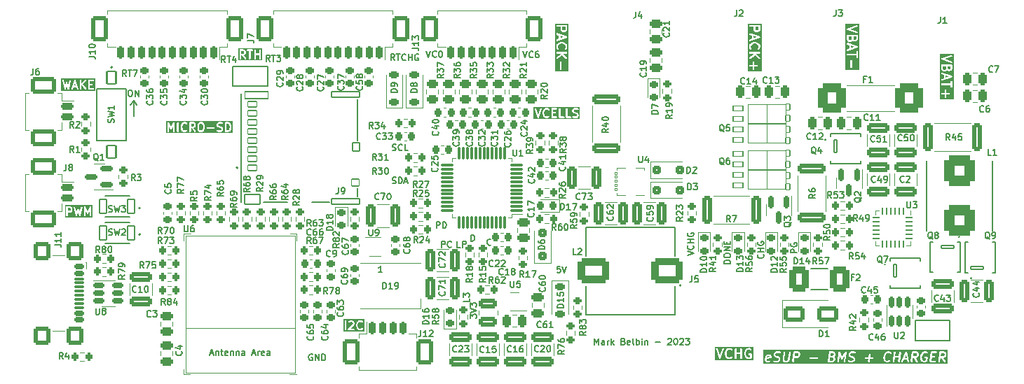
<source format=gto>
G04 #@! TF.GenerationSoftware,KiCad,Pcbnew,7.0.8*
G04 #@! TF.CreationDate,2023-11-12T21:10:40-08:00*
G04 #@! TF.ProjectId,bms,626d732e-6b69-4636-9164-5f7063625858,V1*
G04 #@! TF.SameCoordinates,Original*
G04 #@! TF.FileFunction,Legend,Top*
G04 #@! TF.FilePolarity,Positive*
%FSLAX46Y46*%
G04 Gerber Fmt 4.6, Leading zero omitted, Abs format (unit mm)*
G04 Created by KiCad (PCBNEW 7.0.8) date 2023-11-12 21:10:40*
%MOMM*%
%LPD*%
G01*
G04 APERTURE LIST*
G04 Aperture macros list*
%AMRoundRect*
0 Rectangle with rounded corners*
0 $1 Rounding radius*
0 $2 $3 $4 $5 $6 $7 $8 $9 X,Y pos of 4 corners*
0 Add a 4 corners polygon primitive as box body*
4,1,4,$2,$3,$4,$5,$6,$7,$8,$9,$2,$3,0*
0 Add four circle primitives for the rounded corners*
1,1,$1+$1,$2,$3*
1,1,$1+$1,$4,$5*
1,1,$1+$1,$6,$7*
1,1,$1+$1,$8,$9*
0 Add four rect primitives between the rounded corners*
20,1,$1+$1,$2,$3,$4,$5,0*
20,1,$1+$1,$4,$5,$6,$7,0*
20,1,$1+$1,$6,$7,$8,$9,0*
20,1,$1+$1,$8,$9,$2,$3,0*%
%AMFreePoly0*
4,1,6,0.725000,-0.725000,-0.725000,-0.725000,-0.725000,0.125000,-0.125000,0.725000,0.725000,0.725000,0.725000,-0.725000,0.725000,-0.725000,$1*%
G04 Aperture macros list end*
%ADD10C,0.150000*%
%ADD11C,0.152400*%
%ADD12C,0.203200*%
%ADD13C,0.120000*%
%ADD14C,0.127000*%
%ADD15C,0.200000*%
%ADD16RoundRect,0.070000X0.140000X0.140000X-0.140000X0.140000X-0.140000X-0.140000X0.140000X-0.140000X0*%
%ADD17O,0.990000X0.420000*%
%ADD18R,0.680000X1.050000*%
%ADD19R,0.260000X0.500000*%
%ADD20R,0.280000X0.700000*%
%ADD21R,1.650000X2.400000*%
%ADD22RoundRect,0.250000X0.250000X0.475000X-0.250000X0.475000X-0.250000X-0.475000X0.250000X-0.475000X0*%
%ADD23RoundRect,0.200000X0.200000X0.600000X-0.200000X0.600000X-0.200000X-0.600000X0.200000X-0.600000X0*%
%ADD24RoundRect,0.250001X0.799999X1.249999X-0.799999X1.249999X-0.799999X-1.249999X0.799999X-1.249999X0*%
%ADD25C,0.500000*%
%ADD26RoundRect,0.200000X0.275000X-0.200000X0.275000X0.200000X-0.275000X0.200000X-0.275000X-0.200000X0*%
%ADD27RoundRect,0.225000X0.225000X0.250000X-0.225000X0.250000X-0.225000X-0.250000X0.225000X-0.250000X0*%
%ADD28RoundRect,0.250000X0.325000X1.100000X-0.325000X1.100000X-0.325000X-1.100000X0.325000X-1.100000X0*%
%ADD29RoundRect,0.200000X0.200000X0.275000X-0.200000X0.275000X-0.200000X-0.275000X0.200000X-0.275000X0*%
%ADD30C,0.800000*%
%ADD31C,6.400000*%
%ADD32RoundRect,0.250000X-1.100000X0.325000X-1.100000X-0.325000X1.100000X-0.325000X1.100000X0.325000X0*%
%ADD33RoundRect,0.150000X-0.150000X0.587500X-0.150000X-0.587500X0.150000X-0.587500X0.150000X0.587500X0*%
%ADD34R,0.800000X0.400000*%
%ADD35R,0.400000X0.800000*%
%ADD36FreePoly0,180.000000*%
%ADD37R,1.450000X1.450000*%
%ADD38R,0.700000X0.700000*%
%ADD39RoundRect,0.218750X-0.256250X0.218750X-0.256250X-0.218750X0.256250X-0.218750X0.256250X0.218750X0*%
%ADD40R,0.650000X0.400000*%
%ADD41RoundRect,0.250000X0.450000X-0.262500X0.450000X0.262500X-0.450000X0.262500X-0.450000X-0.262500X0*%
%ADD42RoundRect,0.076200X0.550000X-0.350000X0.550000X0.350000X-0.550000X0.350000X-0.550000X-0.350000X0*%
%ADD43RoundRect,0.076200X0.465000X-0.450000X0.465000X0.450000X-0.465000X0.450000X-0.465000X-0.450000X0*%
%ADD44RoundRect,0.076200X0.390000X-0.525000X0.390000X0.525000X-0.390000X0.525000X-0.390000X-0.525000X0*%
%ADD45RoundRect,0.076200X1.665000X-0.350000X1.665000X0.350000X-1.665000X0.350000X-1.665000X-0.350000X0*%
%ADD46RoundRect,0.076200X0.915000X-0.570000X0.915000X0.570000X-0.915000X0.570000X-0.915000X-0.570000X0*%
%ADD47RoundRect,0.076200X1.400000X-0.430000X1.400000X0.430000X-1.400000X0.430000X-1.400000X-0.430000X0*%
%ADD48C,5.200000*%
%ADD49C,8.500000*%
%ADD50RoundRect,0.225000X-0.250000X0.225000X-0.250000X-0.225000X0.250000X-0.225000X0.250000X0.225000X0*%
%ADD51RoundRect,0.200000X-0.275000X0.200000X-0.275000X-0.200000X0.275000X-0.200000X0.275000X0.200000X0*%
%ADD52C,0.650000*%
%ADD53RoundRect,0.150000X-0.425000X0.150000X-0.425000X-0.150000X0.425000X-0.150000X0.425000X0.150000X0*%
%ADD54RoundRect,0.075000X-0.500000X0.075000X-0.500000X-0.075000X0.500000X-0.075000X0.500000X0.075000X0*%
%ADD55RoundRect,0.250000X-0.750000X0.840000X-0.750000X-0.840000X0.750000X-0.840000X0.750000X0.840000X0*%
%ADD56RoundRect,0.200000X-0.600000X0.200000X-0.600000X-0.200000X0.600000X-0.200000X0.600000X0.200000X0*%
%ADD57RoundRect,0.250001X-1.249999X0.799999X-1.249999X-0.799999X1.249999X-0.799999X1.249999X0.799999X0*%
%ADD58RoundRect,0.225000X0.250000X-0.225000X0.250000X0.225000X-0.250000X0.225000X-0.250000X-0.225000X0*%
%ADD59R,0.500000X0.250000*%
%ADD60R,0.900000X1.600000*%
%ADD61RoundRect,0.250000X-1.000000X-0.650000X1.000000X-0.650000X1.000000X0.650000X-1.000000X0.650000X0*%
%ADD62RoundRect,0.250000X-0.300000X-0.300000X0.300000X-0.300000X0.300000X0.300000X-0.300000X0.300000X0*%
%ADD63RoundRect,0.225000X-0.375000X0.225000X-0.375000X-0.225000X0.375000X-0.225000X0.375000X0.225000X0*%
%ADD64RoundRect,0.200000X-0.200000X-0.600000X0.200000X-0.600000X0.200000X0.600000X-0.200000X0.600000X0*%
%ADD65RoundRect,0.250001X-0.799999X-1.249999X0.799999X-1.249999X0.799999X1.249999X-0.799999X1.249999X0*%
%ADD66RoundRect,0.150000X0.150000X-0.512500X0.150000X0.512500X-0.150000X0.512500X-0.150000X-0.512500X0*%
%ADD67RoundRect,0.050000X-0.600000X0.325000X-0.600000X-0.325000X0.600000X-0.325000X0.600000X0.325000X0*%
%ADD68RoundRect,0.050000X-0.250000X0.350000X-0.250000X-0.350000X0.250000X-0.350000X0.250000X0.350000X0*%
%ADD69RoundRect,0.050000X-1.125000X1.175000X-1.125000X-1.175000X1.125000X-1.175000X1.125000X1.175000X0*%
%ADD70R,1.500000X0.900000*%
%ADD71RoundRect,0.102000X-0.400000X0.850000X-0.400000X-0.850000X0.400000X-0.850000X0.400000X0.850000X0*%
%ADD72RoundRect,0.225000X0.375000X-0.225000X0.375000X0.225000X-0.375000X0.225000X-0.375000X-0.225000X0*%
%ADD73RoundRect,0.250000X-0.475000X0.250000X-0.475000X-0.250000X0.475000X-0.250000X0.475000X0.250000X0*%
%ADD74RoundRect,0.250000X-0.325000X-1.100000X0.325000X-1.100000X0.325000X1.100000X-0.325000X1.100000X0*%
%ADD75RoundRect,0.200000X-0.200000X-0.275000X0.200000X-0.275000X0.200000X0.275000X-0.200000X0.275000X0*%
%ADD76RoundRect,0.218750X0.256250X-0.218750X0.256250X0.218750X-0.256250X0.218750X-0.256250X-0.218750X0*%
%ADD77RoundRect,0.225000X-0.225000X-0.250000X0.225000X-0.250000X0.225000X0.250000X-0.225000X0.250000X0*%
%ADD78RoundRect,0.069375X-0.750623X-0.161875X0.750623X-0.161875X0.750623X0.161875X-0.750623X0.161875X0*%
%ADD79R,2.289996X1.710000*%
%ADD80RoundRect,0.424500X-0.752500X-1.077500X0.752500X-1.077500X0.752500X1.077500X-0.752500X1.077500X0*%
%ADD81RoundRect,0.250000X0.475000X-0.250000X0.475000X0.250000X-0.475000X0.250000X-0.475000X-0.250000X0*%
%ADD82RoundRect,0.062500X-0.062500X0.325000X-0.062500X-0.325000X0.062500X-0.325000X0.062500X0.325000X0*%
%ADD83RoundRect,0.062500X-0.325000X0.062500X-0.325000X-0.062500X0.325000X-0.062500X0.325000X0.062500X0*%
%ADD84R,2.450000X2.450000*%
%ADD85RoundRect,0.250000X-0.250000X-0.475000X0.250000X-0.475000X0.250000X0.475000X-0.250000X0.475000X0*%
%ADD86RoundRect,0.250000X1.100000X-0.325000X1.100000X0.325000X-1.100000X0.325000X-1.100000X-0.325000X0*%
%ADD87RoundRect,0.250000X0.362500X1.425000X-0.362500X1.425000X-0.362500X-1.425000X0.362500X-1.425000X0*%
%ADD88RoundRect,0.069375X0.750623X0.161875X-0.750623X0.161875X-0.750623X-0.161875X0.750623X-0.161875X0*%
%ADD89RoundRect,0.250000X1.425000X-0.362500X1.425000X0.362500X-1.425000X0.362500X-1.425000X-0.362500X0*%
%ADD90RoundRect,0.431321X1.473679X1.092679X-1.473679X1.092679X-1.473679X-1.092679X1.473679X-1.092679X0*%
%ADD91RoundRect,0.457200X1.447800X1.066800X-1.447800X1.066800X-1.447800X-1.066800X1.447800X-1.066800X0*%
%ADD92RoundRect,0.642000X1.260000X-1.260000X1.260000X1.260000X-1.260000X1.260000X-1.260000X-1.260000X0*%
%ADD93RoundRect,0.150000X0.587500X0.150000X-0.587500X0.150000X-0.587500X-0.150000X0.587500X-0.150000X0*%
%ADD94RoundRect,0.150000X-0.512500X-0.150000X0.512500X-0.150000X0.512500X0.150000X-0.512500X0.150000X0*%
%ADD95RoundRect,0.250000X-1.425000X0.362500X-1.425000X-0.362500X1.425000X-0.362500X1.425000X0.362500X0*%
%ADD96RoundRect,0.218750X0.218750X0.256250X-0.218750X0.256250X-0.218750X-0.256250X0.218750X-0.256250X0*%
%ADD97RoundRect,0.075000X0.662500X0.075000X-0.662500X0.075000X-0.662500X-0.075000X0.662500X-0.075000X0*%
%ADD98RoundRect,0.075000X0.075000X0.662500X-0.075000X0.662500X-0.075000X-0.662500X0.075000X-0.662500X0*%
%ADD99R,3.800000X2.000000*%
%ADD100RoundRect,0.069375X0.161875X-0.750623X0.161875X0.750623X-0.161875X0.750623X-0.161875X-0.750623X0*%
%ADD101R,1.710000X2.289996*%
%ADD102RoundRect,0.250000X-0.362500X-1.425000X0.362500X-1.425000X0.362500X1.425000X-0.362500X1.425000X0*%
%ADD103RoundRect,0.250000X-0.850000X0.375000X-0.850000X-0.375000X0.850000X-0.375000X0.850000X0.375000X0*%
%ADD104RoundRect,0.102000X-0.550000X0.750000X-0.550000X-0.750000X0.550000X-0.750000X0.550000X0.750000X0*%
%ADD105RoundRect,0.102000X0.550000X-0.750000X0.550000X0.750000X-0.550000X0.750000X-0.550000X-0.750000X0*%
%ADD106RoundRect,0.587500X-1.137500X1.227500X-1.137500X-1.227500X1.137500X-1.227500X1.137500X1.227500X0*%
%ADD107RoundRect,0.250000X0.300000X-0.300000X0.300000X0.300000X-0.300000X0.300000X-0.300000X-0.300000X0*%
G04 APERTURE END LIST*
D10*
X102400000Y-88500000D02*
X102400000Y-86700000D01*
X102400000Y-86700000D02*
X102800000Y-87200000D01*
X102400000Y-86700000D02*
X102000000Y-87200000D01*
D11*
X133645405Y-92662535D02*
X133754263Y-92698820D01*
X133754263Y-92698820D02*
X133935691Y-92698820D01*
X133935691Y-92698820D02*
X134008263Y-92662535D01*
X134008263Y-92662535D02*
X134044548Y-92626249D01*
X134044548Y-92626249D02*
X134080834Y-92553677D01*
X134080834Y-92553677D02*
X134080834Y-92481106D01*
X134080834Y-92481106D02*
X134044548Y-92408535D01*
X134044548Y-92408535D02*
X134008263Y-92372249D01*
X134008263Y-92372249D02*
X133935691Y-92335963D01*
X133935691Y-92335963D02*
X133790548Y-92299677D01*
X133790548Y-92299677D02*
X133717977Y-92263392D01*
X133717977Y-92263392D02*
X133681691Y-92227106D01*
X133681691Y-92227106D02*
X133645405Y-92154535D01*
X133645405Y-92154535D02*
X133645405Y-92081963D01*
X133645405Y-92081963D02*
X133681691Y-92009392D01*
X133681691Y-92009392D02*
X133717977Y-91973106D01*
X133717977Y-91973106D02*
X133790548Y-91936820D01*
X133790548Y-91936820D02*
X133971977Y-91936820D01*
X133971977Y-91936820D02*
X134080834Y-91973106D01*
X134842834Y-92626249D02*
X134806548Y-92662535D01*
X134806548Y-92662535D02*
X134697691Y-92698820D01*
X134697691Y-92698820D02*
X134625119Y-92698820D01*
X134625119Y-92698820D02*
X134516262Y-92662535D01*
X134516262Y-92662535D02*
X134443691Y-92589963D01*
X134443691Y-92589963D02*
X134407405Y-92517392D01*
X134407405Y-92517392D02*
X134371119Y-92372249D01*
X134371119Y-92372249D02*
X134371119Y-92263392D01*
X134371119Y-92263392D02*
X134407405Y-92118249D01*
X134407405Y-92118249D02*
X134443691Y-92045677D01*
X134443691Y-92045677D02*
X134516262Y-91973106D01*
X134516262Y-91973106D02*
X134625119Y-91936820D01*
X134625119Y-91936820D02*
X134697691Y-91936820D01*
X134697691Y-91936820D02*
X134806548Y-91973106D01*
X134806548Y-91973106D02*
X134842834Y-92009392D01*
X135532262Y-92698820D02*
X135169405Y-92698820D01*
X135169405Y-92698820D02*
X135169405Y-91936820D01*
D12*
G36*
X156305569Y-88911836D02*
G01*
X150688439Y-88911836D01*
X150688439Y-87618431D01*
X150833582Y-87618431D01*
X150834059Y-87681222D01*
X151172726Y-88697222D01*
X151190934Y-88721887D01*
X151208771Y-88746833D01*
X151209538Y-88747088D01*
X151210019Y-88747740D01*
X151239265Y-88756998D01*
X151268341Y-88766690D01*
X151269112Y-88766445D01*
X151269883Y-88766690D01*
X151298958Y-88756998D01*
X151328205Y-88747740D01*
X151328685Y-88747088D01*
X151329453Y-88746833D01*
X151347289Y-88721887D01*
X151365498Y-88697222D01*
X151521350Y-88229665D01*
X151796464Y-88229665D01*
X151800371Y-88241692D01*
X151799498Y-88254307D01*
X151847879Y-88447831D01*
X151853884Y-88457428D01*
X151855571Y-88468626D01*
X151903952Y-88565388D01*
X151915507Y-88577120D01*
X151922984Y-88591793D01*
X152019746Y-88688555D01*
X152040616Y-88699188D01*
X152059460Y-88713099D01*
X152204603Y-88761479D01*
X152221069Y-88761604D01*
X152236731Y-88766693D01*
X152333493Y-88766693D01*
X152349154Y-88761604D01*
X152365621Y-88761479D01*
X152510764Y-88713099D01*
X152529607Y-88699188D01*
X152550478Y-88688555D01*
X152573940Y-88665093D01*
X152860845Y-88665093D01*
X152865818Y-88680398D01*
X152865818Y-88696489D01*
X152875276Y-88709507D01*
X152880249Y-88724812D01*
X152893267Y-88734270D01*
X152902726Y-88747289D01*
X152918030Y-88752261D01*
X152931049Y-88761720D01*
X152947140Y-88761720D01*
X152962445Y-88766693D01*
X153446255Y-88766693D01*
X153505974Y-88747289D01*
X153542882Y-88696489D01*
X153542882Y-88665093D01*
X153780083Y-88665093D01*
X153785056Y-88680398D01*
X153785056Y-88696489D01*
X153794514Y-88709507D01*
X153799487Y-88724812D01*
X153812505Y-88734270D01*
X153821964Y-88747289D01*
X153837268Y-88752261D01*
X153850287Y-88761720D01*
X153866378Y-88761720D01*
X153881683Y-88766693D01*
X154365493Y-88766693D01*
X154425212Y-88747289D01*
X154462120Y-88696489D01*
X154462120Y-88665093D01*
X154602559Y-88665093D01*
X154607532Y-88680398D01*
X154607532Y-88696489D01*
X154616990Y-88709507D01*
X154621963Y-88724812D01*
X154634981Y-88734270D01*
X154644440Y-88747289D01*
X154659744Y-88752261D01*
X154672763Y-88761720D01*
X154688854Y-88761720D01*
X154704159Y-88766693D01*
X155187969Y-88766693D01*
X155247688Y-88747289D01*
X155284596Y-88696489D01*
X155284596Y-88633697D01*
X155247688Y-88582897D01*
X155187969Y-88563493D01*
X154805759Y-88563493D01*
X154805759Y-87939379D01*
X155376654Y-87939379D01*
X155383891Y-87961655D01*
X155387380Y-87984816D01*
X155435761Y-88081578D01*
X155447316Y-88093310D01*
X155454793Y-88107983D01*
X155503174Y-88156364D01*
X155517846Y-88163840D01*
X155529579Y-88175396D01*
X155626341Y-88223777D01*
X155637538Y-88225463D01*
X155647136Y-88231469D01*
X155829838Y-88277144D01*
X155901881Y-88313166D01*
X155926944Y-88338229D01*
X155957226Y-88398793D01*
X155957226Y-88447585D01*
X155926944Y-88508149D01*
X155901880Y-88533212D01*
X155841318Y-88563493D01*
X155639883Y-88563493D01*
X155510382Y-88520327D01*
X155447592Y-88519850D01*
X155396513Y-88556373D01*
X155376657Y-88615942D01*
X155395607Y-88675807D01*
X155446126Y-88713099D01*
X155591269Y-88761479D01*
X155607735Y-88761604D01*
X155623397Y-88766693D01*
X155865302Y-88766693D01*
X155887578Y-88759454D01*
X155910738Y-88755967D01*
X156007500Y-88707587D01*
X156019232Y-88696031D01*
X156033906Y-88688555D01*
X156082287Y-88640174D01*
X156089763Y-88625501D01*
X156101319Y-88613769D01*
X156149700Y-88517007D01*
X156153188Y-88493846D01*
X156160426Y-88471570D01*
X156160426Y-88374808D01*
X156153188Y-88352531D01*
X156149700Y-88329371D01*
X156101319Y-88232609D01*
X156089763Y-88220876D01*
X156082287Y-88206204D01*
X156033906Y-88157823D01*
X156019233Y-88150346D01*
X156007501Y-88138791D01*
X155910739Y-88090410D01*
X155899541Y-88088723D01*
X155889944Y-88082718D01*
X155707242Y-88037042D01*
X155635199Y-88001021D01*
X155610136Y-87975958D01*
X155579854Y-87915394D01*
X155579854Y-87866602D01*
X155610136Y-87806038D01*
X155635199Y-87780975D01*
X155695763Y-87750693D01*
X155897196Y-87750693D01*
X156026697Y-87793860D01*
X156089488Y-87794337D01*
X156140566Y-87757815D01*
X156160423Y-87698245D01*
X156141473Y-87638381D01*
X156090955Y-87601088D01*
X155945812Y-87552707D01*
X155929344Y-87552581D01*
X155913683Y-87547493D01*
X155671778Y-87547493D01*
X155649501Y-87554730D01*
X155626341Y-87558219D01*
X155529579Y-87606600D01*
X155517846Y-87618155D01*
X155503174Y-87625632D01*
X155454793Y-87674013D01*
X155447316Y-87688685D01*
X155435761Y-87700418D01*
X155387380Y-87797180D01*
X155383891Y-87820340D01*
X155376654Y-87842617D01*
X155376654Y-87939379D01*
X154805759Y-87939379D01*
X154805759Y-87649093D01*
X154786355Y-87589374D01*
X154735555Y-87552466D01*
X154672763Y-87552466D01*
X154621963Y-87589374D01*
X154602559Y-87649093D01*
X154602559Y-88665093D01*
X154462120Y-88665093D01*
X154462120Y-88633697D01*
X154425212Y-88582897D01*
X154365493Y-88563493D01*
X153983283Y-88563493D01*
X153983283Y-87649093D01*
X153963879Y-87589374D01*
X153913079Y-87552466D01*
X153850287Y-87552466D01*
X153799487Y-87589374D01*
X153780083Y-87649093D01*
X153780083Y-88665093D01*
X153542882Y-88665093D01*
X153542882Y-88633697D01*
X153505974Y-88582897D01*
X153446255Y-88563493D01*
X153064045Y-88563493D01*
X153064045Y-88234503D01*
X153301112Y-88234503D01*
X153360831Y-88215099D01*
X153397739Y-88164299D01*
X153397739Y-88101507D01*
X153360831Y-88050707D01*
X153301112Y-88031303D01*
X153064045Y-88031303D01*
X153064045Y-87750693D01*
X153446255Y-87750693D01*
X153505974Y-87731289D01*
X153542882Y-87680489D01*
X153542882Y-87617697D01*
X153505974Y-87566897D01*
X153446255Y-87547493D01*
X152962445Y-87547493D01*
X152947140Y-87552466D01*
X152931049Y-87552466D01*
X152918030Y-87561924D01*
X152902726Y-87566897D01*
X152893267Y-87579915D01*
X152880249Y-87589374D01*
X152875276Y-87604678D01*
X152865818Y-87617697D01*
X152865818Y-87633787D01*
X152860845Y-87649093D01*
X152860845Y-88665093D01*
X152573940Y-88665093D01*
X152598859Y-88640174D01*
X152627366Y-88584226D01*
X152617543Y-88522207D01*
X152573142Y-88477806D01*
X152511123Y-88467983D01*
X152455175Y-88496490D01*
X152423753Y-88527911D01*
X152317007Y-88563493D01*
X152253217Y-88563493D01*
X152146470Y-88527911D01*
X152078327Y-88459768D01*
X152042305Y-88387725D01*
X151999664Y-88217159D01*
X151999664Y-88097028D01*
X152042305Y-87926462D01*
X152078327Y-87854419D01*
X152146470Y-87786275D01*
X152253218Y-87750693D01*
X152317006Y-87750693D01*
X152423753Y-87786275D01*
X152455175Y-87817697D01*
X152511123Y-87846204D01*
X152573142Y-87836381D01*
X152617543Y-87791980D01*
X152627366Y-87729961D01*
X152598859Y-87674013D01*
X152550478Y-87625632D01*
X152529608Y-87614998D01*
X152510765Y-87601088D01*
X152365622Y-87552707D01*
X152349154Y-87552581D01*
X152333493Y-87547493D01*
X152236731Y-87547493D01*
X152221069Y-87552581D01*
X152204602Y-87552707D01*
X152059459Y-87601088D01*
X152040615Y-87614998D01*
X152019746Y-87625632D01*
X151922984Y-87722394D01*
X151915507Y-87737066D01*
X151903952Y-87748799D01*
X151855571Y-87845561D01*
X151853884Y-87856758D01*
X151847879Y-87866356D01*
X151799498Y-88059880D01*
X151800371Y-88072494D01*
X151796464Y-88084522D01*
X151796464Y-88229665D01*
X151521350Y-88229665D01*
X151704165Y-87681222D01*
X151704642Y-87618431D01*
X151668120Y-87567353D01*
X151608550Y-87547496D01*
X151548686Y-87566446D01*
X151511393Y-87616964D01*
X151269112Y-88343806D01*
X151026831Y-87616964D01*
X150989538Y-87566446D01*
X150929674Y-87547496D01*
X150870104Y-87567353D01*
X150833582Y-87618431D01*
X150688439Y-87618431D01*
X150688439Y-87402350D01*
X156305569Y-87402350D01*
X156305569Y-88911836D01*
G37*
D11*
X139581691Y-104438820D02*
X139581691Y-103676820D01*
X139581691Y-103676820D02*
X139871977Y-103676820D01*
X139871977Y-103676820D02*
X139944548Y-103713106D01*
X139944548Y-103713106D02*
X139980834Y-103749392D01*
X139980834Y-103749392D02*
X140017120Y-103821963D01*
X140017120Y-103821963D02*
X140017120Y-103930820D01*
X140017120Y-103930820D02*
X139980834Y-104003392D01*
X139980834Y-104003392D02*
X139944548Y-104039677D01*
X139944548Y-104039677D02*
X139871977Y-104075963D01*
X139871977Y-104075963D02*
X139581691Y-104075963D01*
X140779120Y-104366249D02*
X140742834Y-104402535D01*
X140742834Y-104402535D02*
X140633977Y-104438820D01*
X140633977Y-104438820D02*
X140561405Y-104438820D01*
X140561405Y-104438820D02*
X140452548Y-104402535D01*
X140452548Y-104402535D02*
X140379977Y-104329963D01*
X140379977Y-104329963D02*
X140343691Y-104257392D01*
X140343691Y-104257392D02*
X140307405Y-104112249D01*
X140307405Y-104112249D02*
X140307405Y-104003392D01*
X140307405Y-104003392D02*
X140343691Y-103858249D01*
X140343691Y-103858249D02*
X140379977Y-103785677D01*
X140379977Y-103785677D02*
X140452548Y-103713106D01*
X140452548Y-103713106D02*
X140561405Y-103676820D01*
X140561405Y-103676820D02*
X140633977Y-103676820D01*
X140633977Y-103676820D02*
X140742834Y-103713106D01*
X140742834Y-103713106D02*
X140779120Y-103749392D01*
X178434089Y-105280704D02*
X178470375Y-105316990D01*
X178470375Y-105316990D02*
X178506660Y-105425847D01*
X178506660Y-105425847D02*
X178506660Y-105498419D01*
X178506660Y-105498419D02*
X178470375Y-105607276D01*
X178470375Y-105607276D02*
X178397803Y-105679847D01*
X178397803Y-105679847D02*
X178325232Y-105716133D01*
X178325232Y-105716133D02*
X178180089Y-105752419D01*
X178180089Y-105752419D02*
X178071232Y-105752419D01*
X178071232Y-105752419D02*
X177926089Y-105716133D01*
X177926089Y-105716133D02*
X177853517Y-105679847D01*
X177853517Y-105679847D02*
X177780946Y-105607276D01*
X177780946Y-105607276D02*
X177744660Y-105498419D01*
X177744660Y-105498419D02*
X177744660Y-105425847D01*
X177744660Y-105425847D02*
X177780946Y-105316990D01*
X177780946Y-105316990D02*
X177817232Y-105280704D01*
X178506660Y-104954133D02*
X177744660Y-104954133D01*
X178107517Y-104954133D02*
X178107517Y-104518704D01*
X178506660Y-104518704D02*
X177744660Y-104518704D01*
X177780946Y-103756704D02*
X177744660Y-103829276D01*
X177744660Y-103829276D02*
X177744660Y-103938133D01*
X177744660Y-103938133D02*
X177780946Y-104046990D01*
X177780946Y-104046990D02*
X177853517Y-104119561D01*
X177853517Y-104119561D02*
X177926089Y-104155847D01*
X177926089Y-104155847D02*
X178071232Y-104192133D01*
X178071232Y-104192133D02*
X178180089Y-104192133D01*
X178180089Y-104192133D02*
X178325232Y-104155847D01*
X178325232Y-104155847D02*
X178397803Y-104119561D01*
X178397803Y-104119561D02*
X178470375Y-104046990D01*
X178470375Y-104046990D02*
X178506660Y-103938133D01*
X178506660Y-103938133D02*
X178506660Y-103865561D01*
X178506660Y-103865561D02*
X178470375Y-103756704D01*
X178470375Y-103756704D02*
X178434089Y-103720418D01*
X178434089Y-103720418D02*
X178180089Y-103720418D01*
X178180089Y-103720418D02*
X178180089Y-103865561D01*
D12*
G36*
X177672161Y-78966541D02*
G01*
X177278619Y-79097721D01*
X177278619Y-78835360D01*
X177672161Y-78966541D01*
G37*
G36*
X177891848Y-78017269D02*
G01*
X177855517Y-78089929D01*
X177824406Y-78121040D01*
X177751749Y-78157369D01*
X177636433Y-78157369D01*
X177563773Y-78121039D01*
X177532662Y-78089928D01*
X177496334Y-78017270D01*
X177496334Y-77707426D01*
X177891848Y-77707426D01*
X177891848Y-78017269D01*
G37*
G36*
X178258334Y-83145311D02*
G01*
X176585562Y-83145311D01*
X176585562Y-82481365D01*
X176753821Y-82481365D01*
X176790729Y-82532165D01*
X176850448Y-82551569D01*
X177184277Y-82551569D01*
X177184277Y-82885398D01*
X177203681Y-82945117D01*
X177254481Y-82982025D01*
X177317273Y-82982025D01*
X177368073Y-82945117D01*
X177387477Y-82885398D01*
X177387477Y-82551569D01*
X177721305Y-82551569D01*
X177781024Y-82532165D01*
X177817932Y-82481365D01*
X177817932Y-82418573D01*
X177781024Y-82367773D01*
X177721305Y-82348369D01*
X177387477Y-82348369D01*
X177387477Y-82014540D01*
X177368073Y-81954821D01*
X177317273Y-81917913D01*
X177254481Y-81917913D01*
X177203681Y-81954821D01*
X177184277Y-82014540D01*
X177184277Y-82348369D01*
X176850448Y-82348369D01*
X176790729Y-82367773D01*
X176753821Y-82418573D01*
X176753821Y-82481365D01*
X176585562Y-82481365D01*
X176585562Y-81494758D01*
X176753355Y-81494758D01*
X176754309Y-81557542D01*
X176791984Y-81607776D01*
X176851990Y-81626271D01*
X176911408Y-81605963D01*
X177494057Y-81168976D01*
X177921606Y-81596525D01*
X177977555Y-81625032D01*
X178039574Y-81615209D01*
X178083974Y-81570809D01*
X178093797Y-81508790D01*
X178065290Y-81452841D01*
X177585589Y-80973140D01*
X177993448Y-80973140D01*
X178053167Y-80953736D01*
X178090075Y-80902936D01*
X178090075Y-80840144D01*
X178053167Y-80789344D01*
X177993448Y-80769940D01*
X176850448Y-80769940D01*
X176790729Y-80789344D01*
X176753821Y-80840144D01*
X176753821Y-80902936D01*
X176790729Y-80953736D01*
X176850448Y-80973140D01*
X177298221Y-80973140D01*
X177348914Y-81023833D01*
X176789488Y-81443403D01*
X176753355Y-81494758D01*
X176585562Y-81494758D01*
X176585562Y-80163969D01*
X176748848Y-80163969D01*
X176753936Y-80179630D01*
X176754062Y-80196098D01*
X176808491Y-80359384D01*
X176822401Y-80378228D01*
X176833035Y-80399097D01*
X176887463Y-80453525D01*
X176943411Y-80482032D01*
X177005430Y-80472209D01*
X177049831Y-80427808D01*
X177059654Y-80365789D01*
X177031147Y-80309841D01*
X176993678Y-80272372D01*
X176952048Y-80147481D01*
X176952048Y-80071599D01*
X176993678Y-79946708D01*
X177073917Y-79866469D01*
X177158052Y-79824402D01*
X177352814Y-79775712D01*
X177491082Y-79775712D01*
X177685841Y-79824400D01*
X177769978Y-79866469D01*
X177850217Y-79946708D01*
X177891848Y-80071599D01*
X177891848Y-80147481D01*
X177850217Y-80272372D01*
X177812749Y-80309841D01*
X177784242Y-80365789D01*
X177794065Y-80427808D01*
X177838466Y-80472209D01*
X177900485Y-80482032D01*
X177956433Y-80453525D01*
X178010861Y-80399097D01*
X178021494Y-80378227D01*
X178035405Y-80359384D01*
X178089834Y-80196098D01*
X178089959Y-80179630D01*
X178095048Y-80163969D01*
X178095048Y-80055112D01*
X178089959Y-80039450D01*
X178089834Y-80022983D01*
X178035405Y-79859697D01*
X178021494Y-79840853D01*
X178010861Y-79819984D01*
X177902004Y-79711127D01*
X177887331Y-79703651D01*
X177875599Y-79692095D01*
X177766742Y-79637666D01*
X177755544Y-79635979D01*
X177745946Y-79629973D01*
X177528232Y-79575545D01*
X177515616Y-79576419D01*
X177503591Y-79572512D01*
X177340305Y-79572512D01*
X177328277Y-79576419D01*
X177315663Y-79575546D01*
X177097950Y-79629973D01*
X177088351Y-79635979D01*
X177077154Y-79637666D01*
X176968297Y-79692095D01*
X176956564Y-79703651D01*
X176941892Y-79711127D01*
X176833035Y-79819984D01*
X176822401Y-79840852D01*
X176808491Y-79859697D01*
X176754062Y-80022983D01*
X176753936Y-80039450D01*
X176748848Y-80055112D01*
X176748848Y-80163969D01*
X176585562Y-80163969D01*
X176585562Y-79348312D01*
X176748851Y-79348312D01*
X176768708Y-79407882D01*
X176819786Y-79444404D01*
X176882577Y-79443927D01*
X178025577Y-79062927D01*
X178050242Y-79044718D01*
X178075188Y-79026882D01*
X178075443Y-79026114D01*
X178076095Y-79025634D01*
X178085353Y-78996387D01*
X178095045Y-78967312D01*
X178094800Y-78966541D01*
X178095045Y-78965770D01*
X178085353Y-78936694D01*
X178076095Y-78907448D01*
X178075443Y-78906967D01*
X178075188Y-78906200D01*
X178050242Y-78888363D01*
X178025577Y-78870155D01*
X176882577Y-78489155D01*
X176819786Y-78488678D01*
X176768708Y-78525200D01*
X176748851Y-78584770D01*
X176767801Y-78644634D01*
X176818319Y-78681927D01*
X177075419Y-78767627D01*
X177075419Y-79165455D01*
X176818319Y-79251155D01*
X176767801Y-79288448D01*
X176748851Y-79348312D01*
X176585562Y-79348312D01*
X176585562Y-77637222D01*
X176753821Y-77637222D01*
X176790729Y-77688022D01*
X176850448Y-77707426D01*
X177293134Y-77707426D01*
X177293134Y-78041255D01*
X177300371Y-78063531D01*
X177303860Y-78086692D01*
X177358288Y-78195549D01*
X177369844Y-78207281D01*
X177377320Y-78221954D01*
X177431749Y-78276383D01*
X177446421Y-78283858D01*
X177458154Y-78295415D01*
X177567012Y-78349843D01*
X177590173Y-78353331D01*
X177612448Y-78360569D01*
X177775734Y-78360569D01*
X177798010Y-78353331D01*
X177821171Y-78349843D01*
X177930028Y-78295415D01*
X177941761Y-78283858D01*
X177956434Y-78276382D01*
X178010862Y-78221953D01*
X178018337Y-78207281D01*
X178029893Y-78195549D01*
X178084322Y-78086692D01*
X178087810Y-78063528D01*
X178095048Y-78041255D01*
X178095048Y-77605826D01*
X178090075Y-77590520D01*
X178090075Y-77574430D01*
X178080616Y-77561411D01*
X178075644Y-77546107D01*
X178062625Y-77536648D01*
X178053167Y-77523630D01*
X178037862Y-77518657D01*
X178024844Y-77509199D01*
X178008753Y-77509199D01*
X177993448Y-77504226D01*
X176850448Y-77504226D01*
X176790729Y-77523630D01*
X176753821Y-77574430D01*
X176753821Y-77637222D01*
X176585562Y-77637222D01*
X176585562Y-77340940D01*
X178258334Y-77340940D01*
X178258334Y-83145311D01*
G37*
D11*
X141865565Y-104416655D02*
X141502708Y-104416655D01*
X141502708Y-104416655D02*
X141502708Y-103654655D01*
X142119565Y-104416655D02*
X142119565Y-103654655D01*
X142119565Y-103654655D02*
X142409851Y-103654655D01*
X142409851Y-103654655D02*
X142482422Y-103690941D01*
X142482422Y-103690941D02*
X142518708Y-103727227D01*
X142518708Y-103727227D02*
X142554994Y-103799798D01*
X142554994Y-103799798D02*
X142554994Y-103908655D01*
X142554994Y-103908655D02*
X142518708Y-103981227D01*
X142518708Y-103981227D02*
X142482422Y-104017512D01*
X142482422Y-104017512D02*
X142409851Y-104053798D01*
X142409851Y-104053798D02*
X142119565Y-104053798D01*
D12*
G36*
X95431198Y-84847782D02*
G01*
X95229312Y-84847782D01*
X95330255Y-84544953D01*
X95431198Y-84847782D01*
G37*
G36*
X97749168Y-85486410D02*
G01*
X93634846Y-85486410D01*
X93634846Y-84247200D01*
X93779989Y-84247200D01*
X94021894Y-85263199D01*
X94025547Y-85269186D01*
X94025923Y-85276191D01*
X94041625Y-85295533D01*
X94054602Y-85316800D01*
X94061077Y-85319496D01*
X94065498Y-85324942D01*
X94089572Y-85331361D01*
X94112570Y-85340938D01*
X94119392Y-85339313D01*
X94126170Y-85341121D01*
X94149419Y-85332164D01*
X94173654Y-85326394D01*
X94178218Y-85321069D01*
X94184764Y-85318548D01*
X94198308Y-85297636D01*
X94214524Y-85278723D01*
X94215087Y-85271732D01*
X94218900Y-85265846D01*
X94314255Y-84908264D01*
X94409610Y-85265845D01*
X94413422Y-85271731D01*
X94413986Y-85278724D01*
X94430204Y-85297640D01*
X94443746Y-85318548D01*
X94450290Y-85321069D01*
X94454856Y-85326394D01*
X94479090Y-85332164D01*
X94502340Y-85341121D01*
X94509117Y-85339313D01*
X94515940Y-85340938D01*
X94538937Y-85331361D01*
X94563012Y-85324942D01*
X94567432Y-85319496D01*
X94573908Y-85316800D01*
X94586885Y-85295532D01*
X94602587Y-85276191D01*
X94602901Y-85270329D01*
X94894725Y-85270329D01*
X94931247Y-85321407D01*
X94990817Y-85341264D01*
X95050681Y-85322314D01*
X95087974Y-85271796D01*
X95161579Y-85050982D01*
X95498931Y-85050982D01*
X95572536Y-85271796D01*
X95609829Y-85322314D01*
X95669693Y-85341264D01*
X95729263Y-85321407D01*
X95765785Y-85270329D01*
X95765552Y-85239667D01*
X95905988Y-85239667D01*
X95925392Y-85299386D01*
X95976192Y-85336294D01*
X96038984Y-85336294D01*
X96089784Y-85299386D01*
X96109188Y-85239667D01*
X96109188Y-84846323D01*
X96141738Y-84813772D01*
X96506880Y-85300627D01*
X96558235Y-85336760D01*
X96621019Y-85335806D01*
X96671253Y-85298131D01*
X96689272Y-85239667D01*
X96921988Y-85239667D01*
X96926961Y-85254972D01*
X96926961Y-85271063D01*
X96936419Y-85284081D01*
X96941392Y-85299386D01*
X96954410Y-85308844D01*
X96963869Y-85321863D01*
X96979173Y-85326835D01*
X96992192Y-85336294D01*
X97008283Y-85336294D01*
X97023588Y-85341267D01*
X97507398Y-85341267D01*
X97567117Y-85321863D01*
X97604025Y-85271063D01*
X97604025Y-85208271D01*
X97567117Y-85157471D01*
X97507398Y-85138067D01*
X97125188Y-85138067D01*
X97125188Y-84809077D01*
X97362255Y-84809077D01*
X97421974Y-84789673D01*
X97458882Y-84738873D01*
X97458882Y-84676081D01*
X97421974Y-84625281D01*
X97362255Y-84605877D01*
X97125188Y-84605877D01*
X97125188Y-84325267D01*
X97507398Y-84325267D01*
X97567117Y-84305863D01*
X97604025Y-84255063D01*
X97604025Y-84192271D01*
X97567117Y-84141471D01*
X97507398Y-84122067D01*
X97023588Y-84122067D01*
X97008283Y-84127040D01*
X96992192Y-84127040D01*
X96979173Y-84136498D01*
X96963869Y-84141471D01*
X96954410Y-84154489D01*
X96941392Y-84163948D01*
X96936419Y-84179252D01*
X96926961Y-84192271D01*
X96926961Y-84208361D01*
X96921988Y-84223667D01*
X96921988Y-85239667D01*
X96689272Y-85239667D01*
X96689748Y-85238124D01*
X96669440Y-85178707D01*
X96286881Y-84668629D01*
X96660002Y-84295509D01*
X96688509Y-84239560D01*
X96678686Y-84177542D01*
X96634285Y-84133141D01*
X96572267Y-84123318D01*
X96516318Y-84151825D01*
X96109188Y-84558955D01*
X96109188Y-84223667D01*
X96089784Y-84163948D01*
X96038984Y-84127040D01*
X95976192Y-84127040D01*
X95925392Y-84163948D01*
X95905988Y-84223667D01*
X95905988Y-85239667D01*
X95765552Y-85239667D01*
X95765308Y-85207538D01*
X95426641Y-84191538D01*
X95408432Y-84166872D01*
X95390596Y-84141927D01*
X95389828Y-84141671D01*
X95389348Y-84141020D01*
X95360101Y-84131761D01*
X95331026Y-84122070D01*
X95330255Y-84122314D01*
X95329484Y-84122070D01*
X95300408Y-84131761D01*
X95271162Y-84141020D01*
X95270681Y-84141671D01*
X95269914Y-84141927D01*
X95252077Y-84166872D01*
X95233869Y-84191538D01*
X94895202Y-85207538D01*
X94894725Y-85270329D01*
X94602901Y-85270329D01*
X94602962Y-85269187D01*
X94606616Y-85263200D01*
X94848521Y-84247200D01*
X94843477Y-84184611D01*
X94802607Y-84136940D01*
X94741523Y-84122396D01*
X94683555Y-84146534D01*
X94650847Y-84200135D01*
X94502202Y-84824441D01*
X94412424Y-84487774D01*
X94409364Y-84483050D01*
X94409063Y-84477429D01*
X94392538Y-84457072D01*
X94378288Y-84435072D01*
X94373036Y-84433048D01*
X94369488Y-84428678D01*
X94344156Y-84421922D01*
X94319694Y-84412499D01*
X94314255Y-84413949D01*
X94308816Y-84412499D01*
X94284353Y-84421922D01*
X94259022Y-84428678D01*
X94255473Y-84433048D01*
X94250222Y-84435072D01*
X94235972Y-84457071D01*
X94219447Y-84477429D01*
X94219145Y-84483051D01*
X94216086Y-84487775D01*
X94126307Y-84824441D01*
X93977663Y-84200134D01*
X93944955Y-84146534D01*
X93886987Y-84122396D01*
X93825903Y-84136940D01*
X93785033Y-84184610D01*
X93779989Y-84247200D01*
X93634846Y-84247200D01*
X93634846Y-83976924D01*
X97749168Y-83976924D01*
X97749168Y-85486410D01*
G37*
D11*
X113468289Y-82029525D02*
X113214289Y-81666668D01*
X113032860Y-82029525D02*
X113032860Y-81267525D01*
X113032860Y-81267525D02*
X113323146Y-81267525D01*
X113323146Y-81267525D02*
X113395717Y-81303811D01*
X113395717Y-81303811D02*
X113432003Y-81340097D01*
X113432003Y-81340097D02*
X113468289Y-81412668D01*
X113468289Y-81412668D02*
X113468289Y-81521525D01*
X113468289Y-81521525D02*
X113432003Y-81594097D01*
X113432003Y-81594097D02*
X113395717Y-81630382D01*
X113395717Y-81630382D02*
X113323146Y-81666668D01*
X113323146Y-81666668D02*
X113032860Y-81666668D01*
X113686003Y-81267525D02*
X114121432Y-81267525D01*
X113903717Y-82029525D02*
X113903717Y-81267525D01*
X114702003Y-81521525D02*
X114702003Y-82029525D01*
X114520574Y-81231240D02*
X114339145Y-81775525D01*
X114339145Y-81775525D02*
X114810860Y-81775525D01*
D12*
G36*
X115699215Y-80680975D02*
G01*
X115724278Y-80706038D01*
X115754560Y-80766602D01*
X115754560Y-80863775D01*
X115724278Y-80924339D01*
X115699215Y-80949402D01*
X115638651Y-80979684D01*
X115377188Y-80979684D01*
X115377188Y-80650693D01*
X115638651Y-80650693D01*
X115699215Y-80680975D01*
G37*
G36*
X117892998Y-81807401D02*
G01*
X115028845Y-81807401D01*
X115028845Y-81565093D01*
X115173988Y-81565093D01*
X115193392Y-81624812D01*
X115244192Y-81661720D01*
X115306984Y-81661720D01*
X115357784Y-81624812D01*
X115377188Y-81565093D01*
X115377188Y-81182884D01*
X115464594Y-81182884D01*
X115772926Y-81623357D01*
X115823069Y-81661153D01*
X115885852Y-81662258D01*
X115937293Y-81626249D01*
X115957744Y-81566881D01*
X115939394Y-81506830D01*
X115705404Y-81172559D01*
X115708073Y-81172158D01*
X115804835Y-81123777D01*
X115816567Y-81112221D01*
X115831240Y-81104745D01*
X115879621Y-81056364D01*
X115887097Y-81041691D01*
X115898653Y-81029959D01*
X115947034Y-80933197D01*
X115950522Y-80910036D01*
X115957760Y-80887760D01*
X115957760Y-80742617D01*
X115950522Y-80720340D01*
X115947034Y-80697180D01*
X115898653Y-80600418D01*
X115887097Y-80588685D01*
X115882921Y-80580489D01*
X116049818Y-80580489D01*
X116086726Y-80631289D01*
X116146445Y-80650693D01*
X116335131Y-80650693D01*
X116335131Y-81565093D01*
X116354535Y-81624812D01*
X116405335Y-81661720D01*
X116468127Y-81661720D01*
X116518927Y-81624812D01*
X116538331Y-81565093D01*
X116964083Y-81565093D01*
X116983487Y-81624812D01*
X117034287Y-81661720D01*
X117097079Y-81661720D01*
X117147879Y-81624812D01*
X117167283Y-81565093D01*
X117167283Y-81134503D01*
X117544655Y-81134503D01*
X117544655Y-81565093D01*
X117564059Y-81624812D01*
X117614859Y-81661720D01*
X117677651Y-81661720D01*
X117728451Y-81624812D01*
X117747855Y-81565093D01*
X117747855Y-80549093D01*
X117728451Y-80489374D01*
X117677651Y-80452466D01*
X117614859Y-80452466D01*
X117564059Y-80489374D01*
X117544655Y-80549093D01*
X117544655Y-80931303D01*
X117167283Y-80931303D01*
X117167283Y-80549093D01*
X117147879Y-80489374D01*
X117097079Y-80452466D01*
X117034287Y-80452466D01*
X116983487Y-80489374D01*
X116964083Y-80549093D01*
X116964083Y-81565093D01*
X116538331Y-81565093D01*
X116538331Y-80650693D01*
X116727017Y-80650693D01*
X116786736Y-80631289D01*
X116823644Y-80580489D01*
X116823644Y-80517697D01*
X116786736Y-80466897D01*
X116727017Y-80447493D01*
X116146445Y-80447493D01*
X116086726Y-80466897D01*
X116049818Y-80517697D01*
X116049818Y-80580489D01*
X115882921Y-80580489D01*
X115879621Y-80574013D01*
X115831240Y-80525632D01*
X115816567Y-80518155D01*
X115804835Y-80506600D01*
X115708073Y-80458219D01*
X115684912Y-80454730D01*
X115662636Y-80447493D01*
X115275588Y-80447493D01*
X115260283Y-80452466D01*
X115244192Y-80452466D01*
X115231173Y-80461924D01*
X115215869Y-80466897D01*
X115206410Y-80479915D01*
X115193392Y-80489374D01*
X115188419Y-80504678D01*
X115178961Y-80517697D01*
X115178961Y-80533787D01*
X115173988Y-80549093D01*
X115173988Y-81565093D01*
X115028845Y-81565093D01*
X115028845Y-80302350D01*
X117892998Y-80302350D01*
X117892998Y-81807401D01*
G37*
D11*
X182529232Y-105091339D02*
X181767232Y-105091339D01*
X181767232Y-105091339D02*
X181767232Y-104801053D01*
X181767232Y-104801053D02*
X181803518Y-104728482D01*
X181803518Y-104728482D02*
X181839804Y-104692196D01*
X181839804Y-104692196D02*
X181912375Y-104655910D01*
X181912375Y-104655910D02*
X182021232Y-104655910D01*
X182021232Y-104655910D02*
X182093804Y-104692196D01*
X182093804Y-104692196D02*
X182130089Y-104728482D01*
X182130089Y-104728482D02*
X182166375Y-104801053D01*
X182166375Y-104801053D02*
X182166375Y-105091339D01*
X181803518Y-103930196D02*
X181767232Y-104002768D01*
X181767232Y-104002768D02*
X181767232Y-104111625D01*
X181767232Y-104111625D02*
X181803518Y-104220482D01*
X181803518Y-104220482D02*
X181876089Y-104293053D01*
X181876089Y-104293053D02*
X181948661Y-104329339D01*
X181948661Y-104329339D02*
X182093804Y-104365625D01*
X182093804Y-104365625D02*
X182202661Y-104365625D01*
X182202661Y-104365625D02*
X182347804Y-104329339D01*
X182347804Y-104329339D02*
X182420375Y-104293053D01*
X182420375Y-104293053D02*
X182492947Y-104220482D01*
X182492947Y-104220482D02*
X182529232Y-104111625D01*
X182529232Y-104111625D02*
X182529232Y-104039053D01*
X182529232Y-104039053D02*
X182492947Y-103930196D01*
X182492947Y-103930196D02*
X182456661Y-103893910D01*
X182456661Y-103893910D02*
X182202661Y-103893910D01*
X182202661Y-103893910D02*
X182202661Y-104039053D01*
D12*
G36*
X110676168Y-89480975D02*
G01*
X110741372Y-89546179D01*
X110779894Y-89700266D01*
X110779894Y-90013921D01*
X110741372Y-90168007D01*
X110676167Y-90233212D01*
X110615605Y-90263493D01*
X110470049Y-90263493D01*
X110409486Y-90233212D01*
X110344281Y-90168007D01*
X110305760Y-90013921D01*
X110305760Y-89700266D01*
X110344281Y-89546179D01*
X110409486Y-89480975D01*
X110470050Y-89450693D01*
X110615604Y-89450693D01*
X110676168Y-89480975D01*
G37*
G36*
X113874611Y-89486275D02*
G01*
X113942755Y-89554419D01*
X113978776Y-89626462D01*
X114021418Y-89797028D01*
X114021418Y-89917159D01*
X113978776Y-90087725D01*
X113942755Y-90159768D01*
X113874611Y-90227911D01*
X113767865Y-90263493D01*
X113644046Y-90263493D01*
X113644046Y-89450693D01*
X113767864Y-89450693D01*
X113874611Y-89486275D01*
G37*
G36*
X109660168Y-89480975D02*
G01*
X109685231Y-89506038D01*
X109715513Y-89566602D01*
X109715513Y-89663775D01*
X109685231Y-89724339D01*
X109660168Y-89749402D01*
X109599604Y-89779684D01*
X109338141Y-89779684D01*
X109338141Y-89450693D01*
X109599604Y-89450693D01*
X109660168Y-89480975D01*
G37*
G36*
X114369761Y-90611836D02*
G01*
X106328845Y-90611836D01*
X106328845Y-90365093D01*
X106473988Y-90365093D01*
X106493392Y-90424812D01*
X106544192Y-90461720D01*
X106606984Y-90461720D01*
X106657784Y-90424812D01*
X106677188Y-90365093D01*
X106677188Y-89807060D01*
X106822187Y-90117773D01*
X106835491Y-90132031D01*
X106844942Y-90149093D01*
X106856399Y-90154439D01*
X106865025Y-90163684D01*
X106884169Y-90167399D01*
X106901843Y-90175647D01*
X106914255Y-90173238D01*
X106926667Y-90175647D01*
X106944340Y-90167399D01*
X106963485Y-90163684D01*
X106972110Y-90154439D01*
X106983568Y-90149093D01*
X106993018Y-90132031D01*
X107006323Y-90117773D01*
X107151322Y-89807060D01*
X107151322Y-90365093D01*
X107170726Y-90424812D01*
X107221526Y-90461720D01*
X107284318Y-90461720D01*
X107335118Y-90424812D01*
X107354522Y-90365093D01*
X107635131Y-90365093D01*
X107654535Y-90424812D01*
X107705335Y-90461720D01*
X107768127Y-90461720D01*
X107818927Y-90424812D01*
X107838331Y-90365093D01*
X107838331Y-89929665D01*
X108070560Y-89929665D01*
X108074467Y-89941692D01*
X108073594Y-89954307D01*
X108121975Y-90147831D01*
X108127980Y-90157428D01*
X108129667Y-90168626D01*
X108178048Y-90265388D01*
X108189603Y-90277120D01*
X108197080Y-90291793D01*
X108293842Y-90388555D01*
X108314712Y-90399188D01*
X108333556Y-90413099D01*
X108478699Y-90461479D01*
X108495165Y-90461604D01*
X108510827Y-90466693D01*
X108607589Y-90466693D01*
X108623250Y-90461604D01*
X108639717Y-90461479D01*
X108784860Y-90413099D01*
X108803703Y-90399188D01*
X108824574Y-90388555D01*
X108848036Y-90365093D01*
X109134941Y-90365093D01*
X109154345Y-90424812D01*
X109205145Y-90461720D01*
X109267937Y-90461720D01*
X109318737Y-90424812D01*
X109338141Y-90365093D01*
X109338141Y-89982884D01*
X109425547Y-89982884D01*
X109733879Y-90423357D01*
X109784022Y-90461153D01*
X109846805Y-90462258D01*
X109898246Y-90426249D01*
X109918697Y-90366881D01*
X109900347Y-90306830D01*
X109704065Y-90026427D01*
X110102560Y-90026427D01*
X110106467Y-90038454D01*
X110105594Y-90051069D01*
X110153975Y-90244593D01*
X110168373Y-90267603D01*
X110180699Y-90291793D01*
X110277461Y-90388555D01*
X110292134Y-90396031D01*
X110303867Y-90407587D01*
X110400629Y-90455967D01*
X110423788Y-90459454D01*
X110446065Y-90466693D01*
X110639589Y-90466693D01*
X110661865Y-90459454D01*
X110685025Y-90455967D01*
X110781787Y-90407587D01*
X110793519Y-90396031D01*
X110808193Y-90388555D01*
X110904955Y-90291793D01*
X110917280Y-90267603D01*
X110931679Y-90244593D01*
X110980060Y-90051069D01*
X110979186Y-90038454D01*
X110983094Y-90026427D01*
X110983094Y-90009442D01*
X111220295Y-90009442D01*
X111257203Y-90060242D01*
X111316922Y-90079646D01*
X112091018Y-90079646D01*
X112150737Y-90060242D01*
X112187645Y-90009442D01*
X112187645Y-89946650D01*
X112150737Y-89895850D01*
X112091018Y-89876446D01*
X111316922Y-89876446D01*
X111257203Y-89895850D01*
X111220295Y-89946650D01*
X111220295Y-90009442D01*
X110983094Y-90009442D01*
X110983094Y-89687760D01*
X110979186Y-89675732D01*
X110980060Y-89663118D01*
X110974125Y-89639379D01*
X112424846Y-89639379D01*
X112432083Y-89661655D01*
X112435572Y-89684816D01*
X112483953Y-89781578D01*
X112495508Y-89793310D01*
X112502985Y-89807983D01*
X112551366Y-89856364D01*
X112566038Y-89863840D01*
X112577771Y-89875396D01*
X112674533Y-89923777D01*
X112685730Y-89925463D01*
X112695328Y-89931469D01*
X112878030Y-89977144D01*
X112950073Y-90013166D01*
X112975136Y-90038229D01*
X113005418Y-90098793D01*
X113005418Y-90147585D01*
X112975136Y-90208149D01*
X112950072Y-90233212D01*
X112889510Y-90263493D01*
X112688075Y-90263493D01*
X112558574Y-90220327D01*
X112495784Y-90219850D01*
X112444705Y-90256373D01*
X112424849Y-90315942D01*
X112443799Y-90375807D01*
X112494318Y-90413099D01*
X112639461Y-90461479D01*
X112655927Y-90461604D01*
X112671589Y-90466693D01*
X112913494Y-90466693D01*
X112935770Y-90459454D01*
X112958930Y-90455967D01*
X113055692Y-90407587D01*
X113067424Y-90396031D01*
X113082098Y-90388555D01*
X113105560Y-90365093D01*
X113440846Y-90365093D01*
X113445819Y-90380398D01*
X113445819Y-90396489D01*
X113455277Y-90409507D01*
X113460250Y-90424812D01*
X113473268Y-90434270D01*
X113482727Y-90447289D01*
X113498031Y-90452261D01*
X113511050Y-90461720D01*
X113527141Y-90461720D01*
X113542446Y-90466693D01*
X113784351Y-90466693D01*
X113800012Y-90461604D01*
X113816479Y-90461479D01*
X113961622Y-90413099D01*
X113980465Y-90399188D01*
X114001336Y-90388555D01*
X114098098Y-90291793D01*
X114105574Y-90277120D01*
X114117130Y-90265388D01*
X114165511Y-90168626D01*
X114167197Y-90157428D01*
X114173203Y-90147831D01*
X114221584Y-89954307D01*
X114220710Y-89941692D01*
X114224618Y-89929665D01*
X114224618Y-89784522D01*
X114220710Y-89772494D01*
X114221584Y-89759880D01*
X114173203Y-89566356D01*
X114167197Y-89556758D01*
X114165511Y-89545561D01*
X114117130Y-89448799D01*
X114105574Y-89437066D01*
X114098098Y-89422394D01*
X114001336Y-89325632D01*
X113980466Y-89314998D01*
X113961623Y-89301088D01*
X113816480Y-89252707D01*
X113800012Y-89252581D01*
X113784351Y-89247493D01*
X113542446Y-89247493D01*
X113527141Y-89252466D01*
X113511050Y-89252466D01*
X113498031Y-89261924D01*
X113482727Y-89266897D01*
X113473268Y-89279915D01*
X113460250Y-89289374D01*
X113455277Y-89304678D01*
X113445819Y-89317697D01*
X113445819Y-89333787D01*
X113440846Y-89349093D01*
X113440846Y-90365093D01*
X113105560Y-90365093D01*
X113130479Y-90340174D01*
X113137955Y-90325501D01*
X113149511Y-90313769D01*
X113197892Y-90217007D01*
X113201380Y-90193846D01*
X113208618Y-90171570D01*
X113208618Y-90074808D01*
X113201380Y-90052531D01*
X113197892Y-90029371D01*
X113149511Y-89932609D01*
X113137955Y-89920876D01*
X113130479Y-89906204D01*
X113082098Y-89857823D01*
X113067425Y-89850346D01*
X113055693Y-89838791D01*
X112958931Y-89790410D01*
X112947733Y-89788723D01*
X112938136Y-89782718D01*
X112755434Y-89737042D01*
X112683391Y-89701021D01*
X112658328Y-89675958D01*
X112628046Y-89615394D01*
X112628046Y-89566602D01*
X112658328Y-89506038D01*
X112683391Y-89480975D01*
X112743955Y-89450693D01*
X112945388Y-89450693D01*
X113074889Y-89493860D01*
X113137680Y-89494337D01*
X113188758Y-89457815D01*
X113208615Y-89398245D01*
X113189665Y-89338381D01*
X113139147Y-89301088D01*
X112994004Y-89252707D01*
X112977536Y-89252581D01*
X112961875Y-89247493D01*
X112719970Y-89247493D01*
X112697693Y-89254730D01*
X112674533Y-89258219D01*
X112577771Y-89306600D01*
X112566038Y-89318155D01*
X112551366Y-89325632D01*
X112502985Y-89374013D01*
X112495508Y-89388685D01*
X112483953Y-89400418D01*
X112435572Y-89497180D01*
X112432083Y-89520340D01*
X112424846Y-89542617D01*
X112424846Y-89639379D01*
X110974125Y-89639379D01*
X110931679Y-89469594D01*
X110917280Y-89446583D01*
X110904955Y-89422394D01*
X110808193Y-89325632D01*
X110793520Y-89318155D01*
X110781788Y-89306600D01*
X110685026Y-89258219D01*
X110661865Y-89254730D01*
X110639589Y-89247493D01*
X110446065Y-89247493D01*
X110423788Y-89254730D01*
X110400628Y-89258219D01*
X110303866Y-89306600D01*
X110292133Y-89318155D01*
X110277461Y-89325632D01*
X110180699Y-89422394D01*
X110168373Y-89446583D01*
X110153975Y-89469594D01*
X110105594Y-89663118D01*
X110106467Y-89675732D01*
X110102560Y-89687760D01*
X110102560Y-90026427D01*
X109704065Y-90026427D01*
X109666357Y-89972559D01*
X109669026Y-89972158D01*
X109765788Y-89923777D01*
X109777520Y-89912221D01*
X109792193Y-89904745D01*
X109840574Y-89856364D01*
X109848050Y-89841691D01*
X109859606Y-89829959D01*
X109907987Y-89733197D01*
X109911475Y-89710036D01*
X109918713Y-89687760D01*
X109918713Y-89542617D01*
X109911475Y-89520340D01*
X109907987Y-89497180D01*
X109859606Y-89400418D01*
X109848050Y-89388685D01*
X109840574Y-89374013D01*
X109792193Y-89325632D01*
X109777520Y-89318155D01*
X109765788Y-89306600D01*
X109669026Y-89258219D01*
X109645865Y-89254730D01*
X109623589Y-89247493D01*
X109236541Y-89247493D01*
X109221236Y-89252466D01*
X109205145Y-89252466D01*
X109192126Y-89261924D01*
X109176822Y-89266897D01*
X109167363Y-89279915D01*
X109154345Y-89289374D01*
X109149372Y-89304678D01*
X109139914Y-89317697D01*
X109139914Y-89333787D01*
X109134941Y-89349093D01*
X109134941Y-90365093D01*
X108848036Y-90365093D01*
X108872955Y-90340174D01*
X108901462Y-90284226D01*
X108891639Y-90222207D01*
X108847238Y-90177806D01*
X108785219Y-90167983D01*
X108729271Y-90196490D01*
X108697849Y-90227911D01*
X108591103Y-90263493D01*
X108527313Y-90263493D01*
X108420566Y-90227911D01*
X108352423Y-90159768D01*
X108316401Y-90087725D01*
X108273760Y-89917159D01*
X108273760Y-89797028D01*
X108316401Y-89626462D01*
X108352423Y-89554419D01*
X108420566Y-89486275D01*
X108527314Y-89450693D01*
X108591102Y-89450693D01*
X108697849Y-89486275D01*
X108729271Y-89517697D01*
X108785219Y-89546204D01*
X108847238Y-89536381D01*
X108891639Y-89491980D01*
X108901462Y-89429961D01*
X108872955Y-89374013D01*
X108824574Y-89325632D01*
X108803704Y-89314998D01*
X108784861Y-89301088D01*
X108639718Y-89252707D01*
X108623250Y-89252581D01*
X108607589Y-89247493D01*
X108510827Y-89247493D01*
X108495165Y-89252581D01*
X108478698Y-89252707D01*
X108333555Y-89301088D01*
X108314711Y-89314998D01*
X108293842Y-89325632D01*
X108197080Y-89422394D01*
X108189603Y-89437066D01*
X108178048Y-89448799D01*
X108129667Y-89545561D01*
X108127980Y-89556758D01*
X108121975Y-89566356D01*
X108073594Y-89759880D01*
X108074467Y-89772494D01*
X108070560Y-89784522D01*
X108070560Y-89929665D01*
X107838331Y-89929665D01*
X107838331Y-89349093D01*
X107818927Y-89289374D01*
X107768127Y-89252466D01*
X107705335Y-89252466D01*
X107654535Y-89289374D01*
X107635131Y-89349093D01*
X107635131Y-90365093D01*
X107354522Y-90365093D01*
X107354522Y-89349093D01*
X107351444Y-89339620D01*
X107352661Y-89329736D01*
X107341949Y-89310397D01*
X107335118Y-89289374D01*
X107327060Y-89283520D01*
X107322235Y-89274808D01*
X107302201Y-89265458D01*
X107284318Y-89252466D01*
X107274360Y-89252466D01*
X107265334Y-89248254D01*
X107243631Y-89252466D01*
X107221526Y-89252466D01*
X107213469Y-89258319D01*
X107203692Y-89260217D01*
X107188610Y-89276380D01*
X107170726Y-89289374D01*
X107167648Y-89298846D01*
X107160854Y-89306128D01*
X106914255Y-89834554D01*
X106667656Y-89306128D01*
X106660861Y-89298846D01*
X106657784Y-89289374D01*
X106639899Y-89276380D01*
X106624818Y-89260217D01*
X106615040Y-89258319D01*
X106606984Y-89252466D01*
X106584879Y-89252466D01*
X106563176Y-89248254D01*
X106554150Y-89252466D01*
X106544192Y-89252466D01*
X106526308Y-89265458D01*
X106506275Y-89274808D01*
X106501449Y-89283520D01*
X106493392Y-89289374D01*
X106486560Y-89310397D01*
X106475849Y-89329736D01*
X106477065Y-89339620D01*
X106473988Y-89349093D01*
X106473988Y-90365093D01*
X106328845Y-90365093D01*
X106328845Y-89102350D01*
X114369761Y-89102350D01*
X114369761Y-90611836D01*
G37*
D11*
X138981691Y-102098820D02*
X138981691Y-101336820D01*
X138981691Y-101336820D02*
X139271977Y-101336820D01*
X139271977Y-101336820D02*
X139344548Y-101373106D01*
X139344548Y-101373106D02*
X139380834Y-101409392D01*
X139380834Y-101409392D02*
X139417120Y-101481963D01*
X139417120Y-101481963D02*
X139417120Y-101590820D01*
X139417120Y-101590820D02*
X139380834Y-101663392D01*
X139380834Y-101663392D02*
X139344548Y-101699677D01*
X139344548Y-101699677D02*
X139271977Y-101735963D01*
X139271977Y-101735963D02*
X138981691Y-101735963D01*
X139743691Y-102098820D02*
X139743691Y-101336820D01*
X139743691Y-101336820D02*
X139925120Y-101336820D01*
X139925120Y-101336820D02*
X140033977Y-101373106D01*
X140033977Y-101373106D02*
X140106548Y-101445677D01*
X140106548Y-101445677D02*
X140142834Y-101518249D01*
X140142834Y-101518249D02*
X140179120Y-101663392D01*
X140179120Y-101663392D02*
X140179120Y-101772249D01*
X140179120Y-101772249D02*
X140142834Y-101917392D01*
X140142834Y-101917392D02*
X140106548Y-101989963D01*
X140106548Y-101989963D02*
X140033977Y-102062535D01*
X140033977Y-102062535D02*
X139925120Y-102098820D01*
X139925120Y-102098820D02*
X139743691Y-102098820D01*
X169282590Y-105415142D02*
X170044590Y-105161142D01*
X170044590Y-105161142D02*
X169282590Y-104907142D01*
X169972019Y-104217713D02*
X170008305Y-104253999D01*
X170008305Y-104253999D02*
X170044590Y-104362856D01*
X170044590Y-104362856D02*
X170044590Y-104435428D01*
X170044590Y-104435428D02*
X170008305Y-104544285D01*
X170008305Y-104544285D02*
X169935733Y-104616856D01*
X169935733Y-104616856D02*
X169863162Y-104653142D01*
X169863162Y-104653142D02*
X169718019Y-104689428D01*
X169718019Y-104689428D02*
X169609162Y-104689428D01*
X169609162Y-104689428D02*
X169464019Y-104653142D01*
X169464019Y-104653142D02*
X169391447Y-104616856D01*
X169391447Y-104616856D02*
X169318876Y-104544285D01*
X169318876Y-104544285D02*
X169282590Y-104435428D01*
X169282590Y-104435428D02*
X169282590Y-104362856D01*
X169282590Y-104362856D02*
X169318876Y-104253999D01*
X169318876Y-104253999D02*
X169355162Y-104217713D01*
X170044590Y-103891142D02*
X169282590Y-103891142D01*
X169645447Y-103891142D02*
X169645447Y-103455713D01*
X170044590Y-103455713D02*
X169282590Y-103455713D01*
X169318876Y-102693713D02*
X169282590Y-102766285D01*
X169282590Y-102766285D02*
X169282590Y-102875142D01*
X169282590Y-102875142D02*
X169318876Y-102983999D01*
X169318876Y-102983999D02*
X169391447Y-103056570D01*
X169391447Y-103056570D02*
X169464019Y-103092856D01*
X169464019Y-103092856D02*
X169609162Y-103129142D01*
X169609162Y-103129142D02*
X169718019Y-103129142D01*
X169718019Y-103129142D02*
X169863162Y-103092856D01*
X169863162Y-103092856D02*
X169935733Y-103056570D01*
X169935733Y-103056570D02*
X170008305Y-102983999D01*
X170008305Y-102983999D02*
X170044590Y-102875142D01*
X170044590Y-102875142D02*
X170044590Y-102802570D01*
X170044590Y-102802570D02*
X170008305Y-102693713D01*
X170008305Y-102693713D02*
X169972019Y-102657427D01*
X169972019Y-102657427D02*
X169718019Y-102657427D01*
X169718019Y-102657427D02*
X169718019Y-102802570D01*
X101517120Y-83698820D02*
X101263120Y-83335963D01*
X101081691Y-83698820D02*
X101081691Y-82936820D01*
X101081691Y-82936820D02*
X101371977Y-82936820D01*
X101371977Y-82936820D02*
X101444548Y-82973106D01*
X101444548Y-82973106D02*
X101480834Y-83009392D01*
X101480834Y-83009392D02*
X101517120Y-83081963D01*
X101517120Y-83081963D02*
X101517120Y-83190820D01*
X101517120Y-83190820D02*
X101480834Y-83263392D01*
X101480834Y-83263392D02*
X101444548Y-83299677D01*
X101444548Y-83299677D02*
X101371977Y-83335963D01*
X101371977Y-83335963D02*
X101081691Y-83335963D01*
X101734834Y-82936820D02*
X102170263Y-82936820D01*
X101952548Y-83698820D02*
X101952548Y-82936820D01*
X102351691Y-82936820D02*
X102859691Y-82936820D01*
X102859691Y-82936820D02*
X102533119Y-83698820D01*
X133917120Y-81798820D02*
X133663120Y-81435963D01*
X133481691Y-81798820D02*
X133481691Y-81036820D01*
X133481691Y-81036820D02*
X133771977Y-81036820D01*
X133771977Y-81036820D02*
X133844548Y-81073106D01*
X133844548Y-81073106D02*
X133880834Y-81109392D01*
X133880834Y-81109392D02*
X133917120Y-81181963D01*
X133917120Y-81181963D02*
X133917120Y-81290820D01*
X133917120Y-81290820D02*
X133880834Y-81363392D01*
X133880834Y-81363392D02*
X133844548Y-81399677D01*
X133844548Y-81399677D02*
X133771977Y-81435963D01*
X133771977Y-81435963D02*
X133481691Y-81435963D01*
X134134834Y-81036820D02*
X134570263Y-81036820D01*
X134352548Y-81798820D02*
X134352548Y-81036820D01*
X135259691Y-81726249D02*
X135223405Y-81762535D01*
X135223405Y-81762535D02*
X135114548Y-81798820D01*
X135114548Y-81798820D02*
X135041976Y-81798820D01*
X135041976Y-81798820D02*
X134933119Y-81762535D01*
X134933119Y-81762535D02*
X134860548Y-81689963D01*
X134860548Y-81689963D02*
X134824262Y-81617392D01*
X134824262Y-81617392D02*
X134787976Y-81472249D01*
X134787976Y-81472249D02*
X134787976Y-81363392D01*
X134787976Y-81363392D02*
X134824262Y-81218249D01*
X134824262Y-81218249D02*
X134860548Y-81145677D01*
X134860548Y-81145677D02*
X134933119Y-81073106D01*
X134933119Y-81073106D02*
X135041976Y-81036820D01*
X135041976Y-81036820D02*
X135114548Y-81036820D01*
X135114548Y-81036820D02*
X135223405Y-81073106D01*
X135223405Y-81073106D02*
X135259691Y-81109392D01*
X135586262Y-81798820D02*
X135586262Y-81036820D01*
X135586262Y-81399677D02*
X136021691Y-81399677D01*
X136021691Y-81798820D02*
X136021691Y-81036820D01*
X136783691Y-81073106D02*
X136711120Y-81036820D01*
X136711120Y-81036820D02*
X136602262Y-81036820D01*
X136602262Y-81036820D02*
X136493405Y-81073106D01*
X136493405Y-81073106D02*
X136420834Y-81145677D01*
X136420834Y-81145677D02*
X136384548Y-81218249D01*
X136384548Y-81218249D02*
X136348262Y-81363392D01*
X136348262Y-81363392D02*
X136348262Y-81472249D01*
X136348262Y-81472249D02*
X136384548Y-81617392D01*
X136384548Y-81617392D02*
X136420834Y-81689963D01*
X136420834Y-81689963D02*
X136493405Y-81762535D01*
X136493405Y-81762535D02*
X136602262Y-81798820D01*
X136602262Y-81798820D02*
X136674834Y-81798820D01*
X136674834Y-81798820D02*
X136783691Y-81762535D01*
X136783691Y-81762535D02*
X136819977Y-81726249D01*
X136819977Y-81726249D02*
X136819977Y-81472249D01*
X136819977Y-81472249D02*
X136674834Y-81472249D01*
X123980834Y-117373106D02*
X123908263Y-117336820D01*
X123908263Y-117336820D02*
X123799405Y-117336820D01*
X123799405Y-117336820D02*
X123690548Y-117373106D01*
X123690548Y-117373106D02*
X123617977Y-117445677D01*
X123617977Y-117445677D02*
X123581691Y-117518249D01*
X123581691Y-117518249D02*
X123545405Y-117663392D01*
X123545405Y-117663392D02*
X123545405Y-117772249D01*
X123545405Y-117772249D02*
X123581691Y-117917392D01*
X123581691Y-117917392D02*
X123617977Y-117989963D01*
X123617977Y-117989963D02*
X123690548Y-118062535D01*
X123690548Y-118062535D02*
X123799405Y-118098820D01*
X123799405Y-118098820D02*
X123871977Y-118098820D01*
X123871977Y-118098820D02*
X123980834Y-118062535D01*
X123980834Y-118062535D02*
X124017120Y-118026249D01*
X124017120Y-118026249D02*
X124017120Y-117772249D01*
X124017120Y-117772249D02*
X123871977Y-117772249D01*
X124343691Y-118098820D02*
X124343691Y-117336820D01*
X124343691Y-117336820D02*
X124779120Y-118098820D01*
X124779120Y-118098820D02*
X124779120Y-117336820D01*
X125141977Y-118098820D02*
X125141977Y-117336820D01*
X125141977Y-117336820D02*
X125323406Y-117336820D01*
X125323406Y-117336820D02*
X125432263Y-117373106D01*
X125432263Y-117373106D02*
X125504834Y-117445677D01*
X125504834Y-117445677D02*
X125541120Y-117518249D01*
X125541120Y-117518249D02*
X125577406Y-117663392D01*
X125577406Y-117663392D02*
X125577406Y-117772249D01*
X125577406Y-117772249D02*
X125541120Y-117917392D01*
X125541120Y-117917392D02*
X125504834Y-117989963D01*
X125504834Y-117989963D02*
X125432263Y-118062535D01*
X125432263Y-118062535D02*
X125323406Y-118098820D01*
X125323406Y-118098820D02*
X125141977Y-118098820D01*
X174481347Y-106386342D02*
X173719347Y-106386342D01*
X173719347Y-106386342D02*
X173719347Y-106204913D01*
X173719347Y-106204913D02*
X173755633Y-106096056D01*
X173755633Y-106096056D02*
X173828204Y-106023485D01*
X173828204Y-106023485D02*
X173900776Y-105987199D01*
X173900776Y-105987199D02*
X174045919Y-105950913D01*
X174045919Y-105950913D02*
X174154776Y-105950913D01*
X174154776Y-105950913D02*
X174299919Y-105987199D01*
X174299919Y-105987199D02*
X174372490Y-106023485D01*
X174372490Y-106023485D02*
X174445062Y-106096056D01*
X174445062Y-106096056D02*
X174481347Y-106204913D01*
X174481347Y-106204913D02*
X174481347Y-106386342D01*
X173719347Y-105479199D02*
X173719347Y-105334056D01*
X173719347Y-105334056D02*
X173755633Y-105261485D01*
X173755633Y-105261485D02*
X173828204Y-105188913D01*
X173828204Y-105188913D02*
X173973347Y-105152628D01*
X173973347Y-105152628D02*
X174227347Y-105152628D01*
X174227347Y-105152628D02*
X174372490Y-105188913D01*
X174372490Y-105188913D02*
X174445062Y-105261485D01*
X174445062Y-105261485D02*
X174481347Y-105334056D01*
X174481347Y-105334056D02*
X174481347Y-105479199D01*
X174481347Y-105479199D02*
X174445062Y-105551771D01*
X174445062Y-105551771D02*
X174372490Y-105624342D01*
X174372490Y-105624342D02*
X174227347Y-105660628D01*
X174227347Y-105660628D02*
X173973347Y-105660628D01*
X173973347Y-105660628D02*
X173828204Y-105624342D01*
X173828204Y-105624342D02*
X173755633Y-105551771D01*
X173755633Y-105551771D02*
X173719347Y-105479199D01*
X174481347Y-104826056D02*
X173719347Y-104826056D01*
X173719347Y-104826056D02*
X174481347Y-104390627D01*
X174481347Y-104390627D02*
X173719347Y-104390627D01*
X174082204Y-104027770D02*
X174082204Y-103773770D01*
X174481347Y-103664913D02*
X174481347Y-104027770D01*
X174481347Y-104027770D02*
X173719347Y-104027770D01*
X173719347Y-104027770D02*
X173719347Y-103664913D01*
D12*
G36*
X94762673Y-99694064D02*
G01*
X94787736Y-99719127D01*
X94818018Y-99779691D01*
X94818018Y-99876864D01*
X94787736Y-99937428D01*
X94762673Y-99962491D01*
X94702109Y-99992773D01*
X94440646Y-99992773D01*
X94440646Y-99663782D01*
X94702109Y-99663782D01*
X94762673Y-99694064D01*
G37*
G36*
X97440266Y-100824779D02*
G01*
X94092303Y-100824779D01*
X94092303Y-100578182D01*
X94237446Y-100578182D01*
X94256850Y-100637901D01*
X94307650Y-100674809D01*
X94370442Y-100674809D01*
X94421242Y-100637901D01*
X94440646Y-100578182D01*
X94440646Y-100195973D01*
X94726094Y-100195973D01*
X94748370Y-100188735D01*
X94771531Y-100185247D01*
X94868293Y-100136866D01*
X94880025Y-100125310D01*
X94894698Y-100117834D01*
X94943079Y-100069453D01*
X94950555Y-100054780D01*
X94962111Y-100043048D01*
X95010492Y-99946286D01*
X95013980Y-99923125D01*
X95021218Y-99900849D01*
X95021218Y-99755706D01*
X95013980Y-99733429D01*
X95010492Y-99710269D01*
X94962111Y-99613507D01*
X94950555Y-99601774D01*
X94943079Y-99587102D01*
X94941692Y-99585715D01*
X95159447Y-99585715D01*
X95401352Y-100601714D01*
X95405005Y-100607701D01*
X95405381Y-100614706D01*
X95421083Y-100634048D01*
X95434060Y-100655315D01*
X95440535Y-100658011D01*
X95444956Y-100663457D01*
X95469030Y-100669876D01*
X95492028Y-100679453D01*
X95498850Y-100677828D01*
X95505628Y-100679636D01*
X95528877Y-100670679D01*
X95553112Y-100664909D01*
X95557676Y-100659584D01*
X95564222Y-100657063D01*
X95577766Y-100636151D01*
X95593982Y-100617238D01*
X95594545Y-100610247D01*
X95598358Y-100604361D01*
X95693713Y-100246779D01*
X95789068Y-100604360D01*
X95792880Y-100610246D01*
X95793444Y-100617239D01*
X95809662Y-100636155D01*
X95823204Y-100657063D01*
X95829748Y-100659584D01*
X95834314Y-100664909D01*
X95858548Y-100670679D01*
X95881798Y-100679636D01*
X95888575Y-100677828D01*
X95895398Y-100679453D01*
X95918395Y-100669876D01*
X95942470Y-100663457D01*
X95946890Y-100658011D01*
X95953366Y-100655315D01*
X95966343Y-100634047D01*
X95982045Y-100614706D01*
X95982420Y-100607702D01*
X95986074Y-100601715D01*
X95991677Y-100578182D01*
X96414589Y-100578182D01*
X96433993Y-100637901D01*
X96484793Y-100674809D01*
X96547585Y-100674809D01*
X96598385Y-100637901D01*
X96617789Y-100578182D01*
X96617789Y-100020149D01*
X96762788Y-100330862D01*
X96776092Y-100345120D01*
X96785543Y-100362182D01*
X96797000Y-100367528D01*
X96805626Y-100376773D01*
X96824770Y-100380488D01*
X96842444Y-100388736D01*
X96854856Y-100386327D01*
X96867268Y-100388736D01*
X96884941Y-100380488D01*
X96904086Y-100376773D01*
X96912711Y-100367528D01*
X96924169Y-100362182D01*
X96933619Y-100345120D01*
X96946924Y-100330862D01*
X97091923Y-100020149D01*
X97091923Y-100578182D01*
X97111327Y-100637901D01*
X97162127Y-100674809D01*
X97224919Y-100674809D01*
X97275719Y-100637901D01*
X97295123Y-100578182D01*
X97295123Y-99562182D01*
X97292045Y-99552709D01*
X97293262Y-99542825D01*
X97282550Y-99523486D01*
X97275719Y-99502463D01*
X97267661Y-99496609D01*
X97262836Y-99487897D01*
X97242802Y-99478547D01*
X97224919Y-99465555D01*
X97214961Y-99465555D01*
X97205935Y-99461343D01*
X97184232Y-99465555D01*
X97162127Y-99465555D01*
X97154070Y-99471408D01*
X97144293Y-99473306D01*
X97129211Y-99489469D01*
X97111327Y-99502463D01*
X97108249Y-99511935D01*
X97101455Y-99519217D01*
X96854856Y-100047643D01*
X96608257Y-99519217D01*
X96601462Y-99511935D01*
X96598385Y-99502463D01*
X96580500Y-99489469D01*
X96565419Y-99473306D01*
X96555641Y-99471408D01*
X96547585Y-99465555D01*
X96525480Y-99465555D01*
X96503777Y-99461343D01*
X96494751Y-99465555D01*
X96484793Y-99465555D01*
X96466909Y-99478547D01*
X96446876Y-99487897D01*
X96442050Y-99496609D01*
X96433993Y-99502463D01*
X96427161Y-99523486D01*
X96416450Y-99542825D01*
X96417666Y-99552709D01*
X96414589Y-99562182D01*
X96414589Y-100578182D01*
X95991677Y-100578182D01*
X96227979Y-99585715D01*
X96222935Y-99523126D01*
X96182065Y-99475455D01*
X96120981Y-99460911D01*
X96063013Y-99485049D01*
X96030305Y-99538650D01*
X95881660Y-100162956D01*
X95791882Y-99826289D01*
X95788822Y-99821565D01*
X95788521Y-99815944D01*
X95771996Y-99795587D01*
X95757746Y-99773587D01*
X95752494Y-99771563D01*
X95748946Y-99767193D01*
X95723614Y-99760437D01*
X95699152Y-99751014D01*
X95693713Y-99752464D01*
X95688274Y-99751014D01*
X95663811Y-99760437D01*
X95638480Y-99767193D01*
X95634931Y-99771563D01*
X95629680Y-99773587D01*
X95615430Y-99795586D01*
X95598905Y-99815944D01*
X95598603Y-99821566D01*
X95595544Y-99826290D01*
X95505765Y-100162956D01*
X95357121Y-99538649D01*
X95324413Y-99485049D01*
X95266445Y-99460911D01*
X95205361Y-99475455D01*
X95164491Y-99523125D01*
X95159447Y-99585715D01*
X94941692Y-99585715D01*
X94894698Y-99538721D01*
X94880025Y-99531244D01*
X94868293Y-99519689D01*
X94771531Y-99471308D01*
X94748370Y-99467819D01*
X94726094Y-99460582D01*
X94339046Y-99460582D01*
X94323741Y-99465555D01*
X94307650Y-99465555D01*
X94294631Y-99475013D01*
X94279327Y-99479986D01*
X94269868Y-99493004D01*
X94256850Y-99502463D01*
X94251877Y-99517767D01*
X94242419Y-99530786D01*
X94242419Y-99546876D01*
X94237446Y-99562182D01*
X94237446Y-100578182D01*
X94092303Y-100578182D01*
X94092303Y-99315439D01*
X97440266Y-99315439D01*
X97440266Y-100824779D01*
G37*
D11*
X145565500Y-104096167D02*
X145529214Y-104132453D01*
X145529214Y-104132453D02*
X145420357Y-104168738D01*
X145420357Y-104168738D02*
X145347785Y-104168738D01*
X145347785Y-104168738D02*
X145238928Y-104132453D01*
X145238928Y-104132453D02*
X145166357Y-104059881D01*
X145166357Y-104059881D02*
X145130071Y-103987310D01*
X145130071Y-103987310D02*
X145093785Y-103842167D01*
X145093785Y-103842167D02*
X145093785Y-103733310D01*
X145093785Y-103733310D02*
X145130071Y-103588167D01*
X145130071Y-103588167D02*
X145166357Y-103515595D01*
X145166357Y-103515595D02*
X145238928Y-103443024D01*
X145238928Y-103443024D02*
X145347785Y-103406738D01*
X145347785Y-103406738D02*
X145420357Y-103406738D01*
X145420357Y-103406738D02*
X145529214Y-103443024D01*
X145529214Y-103443024D02*
X145565500Y-103479310D01*
X143147158Y-103673010D02*
X143147158Y-102911010D01*
X143147158Y-102911010D02*
X143328587Y-102911010D01*
X143328587Y-102911010D02*
X143437444Y-102947296D01*
X143437444Y-102947296D02*
X143510015Y-103019867D01*
X143510015Y-103019867D02*
X143546301Y-103092439D01*
X143546301Y-103092439D02*
X143582587Y-103237582D01*
X143582587Y-103237582D02*
X143582587Y-103346439D01*
X143582587Y-103346439D02*
X143546301Y-103491582D01*
X143546301Y-103491582D02*
X143510015Y-103564153D01*
X143510015Y-103564153D02*
X143437444Y-103636725D01*
X143437444Y-103636725D02*
X143328587Y-103673010D01*
X143328587Y-103673010D02*
X143147158Y-103673010D01*
X143036820Y-112990879D02*
X143036820Y-112519165D01*
X143036820Y-112519165D02*
X143327106Y-112773165D01*
X143327106Y-112773165D02*
X143327106Y-112664308D01*
X143327106Y-112664308D02*
X143363392Y-112591737D01*
X143363392Y-112591737D02*
X143399677Y-112555451D01*
X143399677Y-112555451D02*
X143472249Y-112519165D01*
X143472249Y-112519165D02*
X143653677Y-112519165D01*
X143653677Y-112519165D02*
X143726249Y-112555451D01*
X143726249Y-112555451D02*
X143762535Y-112591737D01*
X143762535Y-112591737D02*
X143798820Y-112664308D01*
X143798820Y-112664308D02*
X143798820Y-112882022D01*
X143798820Y-112882022D02*
X143762535Y-112954594D01*
X143762535Y-112954594D02*
X143726249Y-112990879D01*
X143036820Y-112301451D02*
X143798820Y-112047451D01*
X143798820Y-112047451D02*
X143036820Y-111793451D01*
X143036820Y-111612022D02*
X143036820Y-111140308D01*
X143036820Y-111140308D02*
X143327106Y-111394308D01*
X143327106Y-111394308D02*
X143327106Y-111285451D01*
X143327106Y-111285451D02*
X143363392Y-111212880D01*
X143363392Y-111212880D02*
X143399677Y-111176594D01*
X143399677Y-111176594D02*
X143472249Y-111140308D01*
X143472249Y-111140308D02*
X143653677Y-111140308D01*
X143653677Y-111140308D02*
X143726249Y-111176594D01*
X143726249Y-111176594D02*
X143762535Y-111212880D01*
X143762535Y-111212880D02*
X143798820Y-111285451D01*
X143798820Y-111285451D02*
X143798820Y-111503165D01*
X143798820Y-111503165D02*
X143762535Y-111575737D01*
X143762535Y-111575737D02*
X143726249Y-111612022D01*
D12*
G36*
X154372161Y-78966541D02*
G01*
X153978619Y-79097721D01*
X153978619Y-78835360D01*
X154372161Y-78966541D01*
G37*
G36*
X154591848Y-78017269D02*
G01*
X154555517Y-78089929D01*
X154524406Y-78121040D01*
X154451749Y-78157369D01*
X154336433Y-78157369D01*
X154263773Y-78121039D01*
X154232662Y-78089928D01*
X154196334Y-78017270D01*
X154196334Y-77707426D01*
X154591848Y-77707426D01*
X154591848Y-78017269D01*
G37*
G36*
X154958334Y-83145311D02*
G01*
X153285562Y-83145311D01*
X153285562Y-82885398D01*
X153884277Y-82885398D01*
X153903681Y-82945117D01*
X153954481Y-82982025D01*
X154017273Y-82982025D01*
X154068073Y-82945117D01*
X154087477Y-82885398D01*
X154087477Y-82014540D01*
X154068073Y-81954821D01*
X154017273Y-81917913D01*
X153954481Y-81917913D01*
X153903681Y-81954821D01*
X153884277Y-82014540D01*
X153884277Y-82885398D01*
X153285562Y-82885398D01*
X153285562Y-81494758D01*
X153453355Y-81494758D01*
X153454309Y-81557542D01*
X153491984Y-81607776D01*
X153551990Y-81626271D01*
X153611408Y-81605963D01*
X154194057Y-81168976D01*
X154621606Y-81596525D01*
X154677555Y-81625032D01*
X154739574Y-81615209D01*
X154783974Y-81570809D01*
X154793797Y-81508790D01*
X154765290Y-81452841D01*
X154285589Y-80973140D01*
X154693448Y-80973140D01*
X154753167Y-80953736D01*
X154790075Y-80902936D01*
X154790075Y-80840144D01*
X154753167Y-80789344D01*
X154693448Y-80769940D01*
X153550448Y-80769940D01*
X153490729Y-80789344D01*
X153453821Y-80840144D01*
X153453821Y-80902936D01*
X153490729Y-80953736D01*
X153550448Y-80973140D01*
X153998221Y-80973140D01*
X154048914Y-81023833D01*
X153489488Y-81443403D01*
X153453355Y-81494758D01*
X153285562Y-81494758D01*
X153285562Y-80163969D01*
X153448848Y-80163969D01*
X153453936Y-80179630D01*
X153454062Y-80196098D01*
X153508491Y-80359384D01*
X153522401Y-80378228D01*
X153533035Y-80399097D01*
X153587463Y-80453525D01*
X153643411Y-80482032D01*
X153705430Y-80472209D01*
X153749831Y-80427808D01*
X153759654Y-80365789D01*
X153731147Y-80309841D01*
X153693678Y-80272372D01*
X153652048Y-80147481D01*
X153652048Y-80071599D01*
X153693678Y-79946708D01*
X153773917Y-79866469D01*
X153858052Y-79824402D01*
X154052814Y-79775712D01*
X154191082Y-79775712D01*
X154385841Y-79824400D01*
X154469978Y-79866469D01*
X154550217Y-79946708D01*
X154591848Y-80071599D01*
X154591848Y-80147481D01*
X154550217Y-80272372D01*
X154512749Y-80309841D01*
X154484242Y-80365789D01*
X154494065Y-80427808D01*
X154538466Y-80472209D01*
X154600485Y-80482032D01*
X154656433Y-80453525D01*
X154710861Y-80399097D01*
X154721494Y-80378227D01*
X154735405Y-80359384D01*
X154789834Y-80196098D01*
X154789959Y-80179630D01*
X154795048Y-80163969D01*
X154795048Y-80055112D01*
X154789959Y-80039450D01*
X154789834Y-80022983D01*
X154735405Y-79859697D01*
X154721494Y-79840853D01*
X154710861Y-79819984D01*
X154602004Y-79711127D01*
X154587331Y-79703651D01*
X154575599Y-79692095D01*
X154466742Y-79637666D01*
X154455544Y-79635979D01*
X154445946Y-79629973D01*
X154228232Y-79575545D01*
X154215616Y-79576419D01*
X154203591Y-79572512D01*
X154040305Y-79572512D01*
X154028277Y-79576419D01*
X154015663Y-79575546D01*
X153797950Y-79629973D01*
X153788351Y-79635979D01*
X153777154Y-79637666D01*
X153668297Y-79692095D01*
X153656564Y-79703651D01*
X153641892Y-79711127D01*
X153533035Y-79819984D01*
X153522401Y-79840852D01*
X153508491Y-79859697D01*
X153454062Y-80022983D01*
X153453936Y-80039450D01*
X153448848Y-80055112D01*
X153448848Y-80163969D01*
X153285562Y-80163969D01*
X153285562Y-79348312D01*
X153448851Y-79348312D01*
X153468708Y-79407882D01*
X153519786Y-79444404D01*
X153582577Y-79443927D01*
X154725577Y-79062927D01*
X154750242Y-79044718D01*
X154775188Y-79026882D01*
X154775443Y-79026114D01*
X154776095Y-79025634D01*
X154785353Y-78996387D01*
X154795045Y-78967312D01*
X154794800Y-78966541D01*
X154795045Y-78965770D01*
X154785353Y-78936694D01*
X154776095Y-78907448D01*
X154775443Y-78906967D01*
X154775188Y-78906200D01*
X154750242Y-78888363D01*
X154725577Y-78870155D01*
X153582577Y-78489155D01*
X153519786Y-78488678D01*
X153468708Y-78525200D01*
X153448851Y-78584770D01*
X153467801Y-78644634D01*
X153518319Y-78681927D01*
X153775419Y-78767627D01*
X153775419Y-79165455D01*
X153518319Y-79251155D01*
X153467801Y-79288448D01*
X153448851Y-79348312D01*
X153285562Y-79348312D01*
X153285562Y-77637222D01*
X153453821Y-77637222D01*
X153490729Y-77688022D01*
X153550448Y-77707426D01*
X153993134Y-77707426D01*
X153993134Y-78041255D01*
X154000371Y-78063531D01*
X154003860Y-78086692D01*
X154058288Y-78195549D01*
X154069844Y-78207281D01*
X154077320Y-78221954D01*
X154131749Y-78276383D01*
X154146421Y-78283858D01*
X154158154Y-78295415D01*
X154267012Y-78349843D01*
X154290173Y-78353331D01*
X154312448Y-78360569D01*
X154475734Y-78360569D01*
X154498010Y-78353331D01*
X154521171Y-78349843D01*
X154630028Y-78295415D01*
X154641761Y-78283858D01*
X154656434Y-78276382D01*
X154710862Y-78221953D01*
X154718337Y-78207281D01*
X154729893Y-78195549D01*
X154784322Y-78086692D01*
X154787810Y-78063528D01*
X154795048Y-78041255D01*
X154795048Y-77605826D01*
X154790075Y-77590520D01*
X154790075Y-77574430D01*
X154780616Y-77561411D01*
X154775644Y-77546107D01*
X154762625Y-77536648D01*
X154753167Y-77523630D01*
X154737862Y-77518657D01*
X154724844Y-77509199D01*
X154708753Y-77509199D01*
X154693448Y-77504226D01*
X153550448Y-77504226D01*
X153490729Y-77523630D01*
X153453821Y-77574430D01*
X153453821Y-77637222D01*
X153285562Y-77637222D01*
X153285562Y-77340940D01*
X154958334Y-77340940D01*
X154958334Y-83145311D01*
G37*
D11*
X153944548Y-106736820D02*
X153581691Y-106736820D01*
X153581691Y-106736820D02*
X153545405Y-107099677D01*
X153545405Y-107099677D02*
X153581691Y-107063392D01*
X153581691Y-107063392D02*
X153654263Y-107027106D01*
X153654263Y-107027106D02*
X153835691Y-107027106D01*
X153835691Y-107027106D02*
X153908263Y-107063392D01*
X153908263Y-107063392D02*
X153944548Y-107099677D01*
X153944548Y-107099677D02*
X153980834Y-107172249D01*
X153980834Y-107172249D02*
X153980834Y-107353677D01*
X153980834Y-107353677D02*
X153944548Y-107426249D01*
X153944548Y-107426249D02*
X153908263Y-107462535D01*
X153908263Y-107462535D02*
X153835691Y-107498820D01*
X153835691Y-107498820D02*
X153654263Y-107498820D01*
X153654263Y-107498820D02*
X153581691Y-107462535D01*
X153581691Y-107462535D02*
X153545405Y-107426249D01*
X154198548Y-106736820D02*
X154452548Y-107498820D01*
X154452548Y-107498820D02*
X154706548Y-106736820D01*
D12*
G36*
X179241236Y-117613574D02*
G01*
X179259799Y-117663073D01*
X179258424Y-117674068D01*
X178910432Y-117741969D01*
X178917468Y-117685680D01*
X178957782Y-117621178D01*
X179025840Y-117589151D01*
X179195444Y-117589151D01*
X179241236Y-117613574D01*
G37*
G36*
X186918151Y-117792396D02*
G01*
X186935901Y-117812681D01*
X186961441Y-117880788D01*
X186946915Y-117996995D01*
X186898500Y-118074460D01*
X186859148Y-118109439D01*
X186777310Y-118147951D01*
X186479684Y-118147951D01*
X186529123Y-117752437D01*
X186803268Y-117752437D01*
X186918151Y-117792396D01*
G37*
G36*
X186926306Y-117241878D02*
G01*
X186949508Y-117268395D01*
X186975049Y-117336503D01*
X186967326Y-117398281D01*
X186918911Y-117475745D01*
X186879560Y-117510724D01*
X186797722Y-117549237D01*
X186554523Y-117549237D01*
X186597159Y-117208151D01*
X186863068Y-117208151D01*
X186926306Y-117241878D01*
G37*
G36*
X195805468Y-117821380D02*
G01*
X195544459Y-117821380D01*
X195723902Y-117429867D01*
X195805468Y-117821380D01*
G37*
G36*
X182680877Y-117241877D02*
G01*
X182704080Y-117268395D01*
X182729620Y-117336502D01*
X182715094Y-117452709D01*
X182666679Y-117530174D01*
X182627327Y-117565153D01*
X182545489Y-117603665D01*
X182247863Y-117603665D01*
X182297302Y-117208151D01*
X182617640Y-117208151D01*
X182680877Y-117241877D01*
G37*
G36*
X196995591Y-117241877D02*
G01*
X197018794Y-117268395D01*
X197044334Y-117336502D01*
X197029808Y-117452709D01*
X196981393Y-117530174D01*
X196942041Y-117565153D01*
X196860203Y-117603665D01*
X196562577Y-117603665D01*
X196612016Y-117208151D01*
X196932354Y-117208151D01*
X196995591Y-117241877D01*
G37*
G36*
X200315734Y-117241877D02*
G01*
X200338937Y-117268395D01*
X200364477Y-117336502D01*
X200349951Y-117452709D01*
X200301536Y-117530174D01*
X200262184Y-117565153D01*
X200180346Y-117603665D01*
X199882720Y-117603665D01*
X199932159Y-117208151D01*
X200252497Y-117208151D01*
X200315734Y-117241877D01*
G37*
G36*
X200732499Y-118514437D02*
G01*
X178500904Y-118514437D01*
X178500904Y-118073663D01*
X178664190Y-118073663D01*
X178668787Y-118097594D01*
X178669874Y-118121939D01*
X178710695Y-118230796D01*
X178713772Y-118234656D01*
X178714453Y-118239546D01*
X178733088Y-118258892D01*
X178749832Y-118279900D01*
X178754590Y-118281214D01*
X178758015Y-118284770D01*
X178860069Y-118339198D01*
X178884387Y-118343517D01*
X178907880Y-118351151D01*
X179125594Y-118351151D01*
X179146765Y-118344271D01*
X179168855Y-118341481D01*
X179284516Y-118287053D01*
X179330289Y-118244068D01*
X179340023Y-118193033D01*
X179629534Y-118193033D01*
X179647705Y-118253138D01*
X179697735Y-118291084D01*
X179854216Y-118345512D01*
X179871322Y-118345864D01*
X179887594Y-118351151D01*
X180159737Y-118351151D01*
X180180908Y-118344271D01*
X180202998Y-118341481D01*
X180318659Y-118287053D01*
X180329401Y-118276965D01*
X180342898Y-118271059D01*
X180404130Y-118216630D01*
X180411546Y-118203971D01*
X180422787Y-118194542D01*
X180490822Y-118085685D01*
X180496144Y-118064346D01*
X180505480Y-118044440D01*
X180508631Y-118019235D01*
X180793707Y-118019235D01*
X180798304Y-118043166D01*
X180799391Y-118067512D01*
X180840213Y-118176369D01*
X180851654Y-118190724D01*
X180858882Y-118207598D01*
X180906507Y-118262027D01*
X180922354Y-118271479D01*
X180935157Y-118284770D01*
X181037210Y-118339198D01*
X181061530Y-118343518D01*
X181085022Y-118351151D01*
X181302736Y-118351151D01*
X181323907Y-118344271D01*
X181345997Y-118341481D01*
X181461658Y-118287053D01*
X181472400Y-118276965D01*
X181485897Y-118271059D01*
X181524270Y-118236949D01*
X181963922Y-118236949D01*
X181975768Y-118298614D01*
X182021598Y-118341538D01*
X182083905Y-118349326D01*
X182138891Y-118319004D01*
X182165552Y-118262153D01*
X182168702Y-118236949D01*
X186263779Y-118236949D01*
X186267967Y-118258749D01*
X186267967Y-118280947D01*
X186273763Y-118288925D01*
X186275625Y-118298614D01*
X186291828Y-118313790D01*
X186304875Y-118331747D01*
X186314255Y-118334794D01*
X186321455Y-118341538D01*
X186343481Y-118344291D01*
X186364594Y-118351151D01*
X186800022Y-118351151D01*
X186821193Y-118344271D01*
X186843283Y-118341481D01*
X186958944Y-118287053D01*
X186969686Y-118276965D01*
X186983183Y-118271059D01*
X187021556Y-118236949D01*
X187406779Y-118236949D01*
X187418625Y-118298614D01*
X187464455Y-118341538D01*
X187526762Y-118349326D01*
X187581748Y-118319004D01*
X187608409Y-118262153D01*
X187696674Y-117556030D01*
X187833272Y-117955829D01*
X187845259Y-117971816D01*
X187853191Y-117990154D01*
X187863650Y-117996342D01*
X187870942Y-118006067D01*
X187890037Y-118011954D01*
X187907232Y-118022128D01*
X187919331Y-118020986D01*
X187930946Y-118024568D01*
X187949852Y-118018108D01*
X187969747Y-118016232D01*
X187978866Y-118008194D01*
X187990366Y-118004266D01*
X188001863Y-117987928D01*
X188016856Y-117974716D01*
X188251031Y-117578925D01*
X188168779Y-118236949D01*
X188180625Y-118298614D01*
X188226455Y-118341538D01*
X188288762Y-118349326D01*
X188343748Y-118319004D01*
X188370409Y-118262153D01*
X188379049Y-118193033D01*
X188664677Y-118193033D01*
X188682848Y-118253138D01*
X188732878Y-118291084D01*
X188889359Y-118345512D01*
X188906465Y-118345864D01*
X188922737Y-118351151D01*
X189194880Y-118351151D01*
X189216051Y-118344271D01*
X189238141Y-118341481D01*
X189353802Y-118287053D01*
X189364544Y-118276965D01*
X189378041Y-118271059D01*
X189439273Y-118216630D01*
X189446689Y-118203971D01*
X189457930Y-118194542D01*
X189525965Y-118085685D01*
X189531287Y-118064346D01*
X189540623Y-118044440D01*
X189554231Y-117935583D01*
X189549634Y-117911653D01*
X189548547Y-117887306D01*
X189532877Y-117845519D01*
X190731109Y-117845519D01*
X190768017Y-117896319D01*
X190827736Y-117915723D01*
X191148075Y-117915723D01*
X191107921Y-118236949D01*
X191119767Y-118298614D01*
X191165597Y-118341538D01*
X191227904Y-118349326D01*
X191282890Y-118319004D01*
X191309551Y-118262153D01*
X191352855Y-117915723D01*
X191698594Y-117915723D01*
X191758313Y-117896319D01*
X191795221Y-117845519D01*
X191795221Y-117782727D01*
X191787643Y-117772296D01*
X192965296Y-117772296D01*
X192992511Y-117990010D01*
X192997654Y-118000978D01*
X192998195Y-118013082D01*
X193039016Y-118121939D01*
X193050457Y-118136293D01*
X193057685Y-118153169D01*
X193152935Y-118262027D01*
X193175289Y-118275360D01*
X193196020Y-118291084D01*
X193352501Y-118345512D01*
X193369607Y-118345864D01*
X193385879Y-118351151D01*
X193494736Y-118351151D01*
X193509831Y-118346246D01*
X193525701Y-118346317D01*
X193695791Y-118291889D01*
X193712953Y-118279536D01*
X193732326Y-118271059D01*
X193770699Y-118236949D01*
X194101493Y-118236949D01*
X194113339Y-118298614D01*
X194159169Y-118341538D01*
X194221476Y-118349326D01*
X194276462Y-118319004D01*
X194303123Y-118262153D01*
X194366837Y-117752437D01*
X194815200Y-117752437D01*
X194754636Y-118236949D01*
X194766482Y-118298614D01*
X194812312Y-118341538D01*
X194874619Y-118349326D01*
X194929605Y-118319004D01*
X194952777Y-118269592D01*
X195136847Y-118269592D01*
X195167650Y-118324310D01*
X195224732Y-118350472D01*
X195286290Y-118338087D01*
X195328812Y-118291883D01*
X195451326Y-118024580D01*
X195847801Y-118024580D01*
X195898987Y-118270273D01*
X195930163Y-118324779D01*
X195987422Y-118350550D01*
X196048895Y-118337743D01*
X196091099Y-118291250D01*
X196097028Y-118236949D01*
X196278636Y-118236949D01*
X196290482Y-118298614D01*
X196336312Y-118341538D01*
X196398619Y-118349326D01*
X196453605Y-118319004D01*
X196480266Y-118262153D01*
X196537177Y-117806865D01*
X196660850Y-117806865D01*
X196944516Y-118300196D01*
X196991106Y-118342294D01*
X197053542Y-118348968D01*
X197107977Y-118317668D01*
X197133618Y-118260349D01*
X197120672Y-118198906D01*
X196893306Y-117803488D01*
X196904086Y-117799985D01*
X196926176Y-117797195D01*
X196979087Y-117772296D01*
X197428439Y-117772296D01*
X197455654Y-117990010D01*
X197460797Y-118000978D01*
X197461338Y-118013082D01*
X197502159Y-118121939D01*
X197513600Y-118136293D01*
X197520828Y-118153169D01*
X197616078Y-118262027D01*
X197638432Y-118275360D01*
X197659163Y-118291084D01*
X197815644Y-118345512D01*
X197832750Y-118345864D01*
X197849022Y-118351151D01*
X197957879Y-118351151D01*
X197972974Y-118346246D01*
X197988844Y-118346317D01*
X198158934Y-118291889D01*
X198176096Y-118279536D01*
X198195469Y-118271059D01*
X198233842Y-118236949D01*
X198564636Y-118236949D01*
X198568824Y-118258749D01*
X198568824Y-118280947D01*
X198574620Y-118288925D01*
X198576482Y-118298614D01*
X198592685Y-118313790D01*
X198605732Y-118331747D01*
X198615112Y-118334794D01*
X198622312Y-118341538D01*
X198644338Y-118344291D01*
X198665451Y-118351151D01*
X199209737Y-118351151D01*
X199269456Y-118331747D01*
X199306364Y-118280947D01*
X199306364Y-118236949D01*
X199598779Y-118236949D01*
X199610625Y-118298614D01*
X199656455Y-118341538D01*
X199718762Y-118349326D01*
X199773748Y-118319004D01*
X199800409Y-118262153D01*
X199857320Y-117806865D01*
X199980993Y-117806865D01*
X200264659Y-118300196D01*
X200311249Y-118342294D01*
X200373685Y-118348968D01*
X200428120Y-118317668D01*
X200453761Y-118260349D01*
X200440815Y-118198906D01*
X200213449Y-117803488D01*
X200224229Y-117799985D01*
X200246319Y-117797195D01*
X200361980Y-117742767D01*
X200372722Y-117732679D01*
X200386219Y-117726773D01*
X200447451Y-117672344D01*
X200454868Y-117659684D01*
X200466107Y-117650256D01*
X200534144Y-117541399D01*
X200539466Y-117520058D01*
X200548802Y-117500152D01*
X200569213Y-117336866D01*
X200564614Y-117312932D01*
X200563528Y-117288591D01*
X200522707Y-117179734D01*
X200511265Y-117165379D01*
X200504038Y-117148504D01*
X200456412Y-117094076D01*
X200440565Y-117084624D01*
X200427763Y-117071333D01*
X200325709Y-117016904D01*
X200301388Y-117012583D01*
X200277897Y-117004951D01*
X199842469Y-117004951D01*
X199833087Y-117007999D01*
X199823301Y-117006776D01*
X199803863Y-117017494D01*
X199782750Y-117024355D01*
X199776952Y-117032334D01*
X199768315Y-117037098D01*
X199758889Y-117057196D01*
X199745842Y-117075155D01*
X199745842Y-117085018D01*
X199741654Y-117093949D01*
X199598779Y-118236949D01*
X199306364Y-118236949D01*
X199306364Y-118218155D01*
X199269456Y-118167355D01*
X199209737Y-118147951D01*
X198780541Y-118147951D01*
X198829980Y-117752437D01*
X199121290Y-117752437D01*
X199181009Y-117733033D01*
X199217917Y-117682233D01*
X199217917Y-117619441D01*
X199181009Y-117568641D01*
X199121290Y-117549237D01*
X198855380Y-117549237D01*
X198898016Y-117208151D01*
X199352612Y-117208151D01*
X199412331Y-117188747D01*
X199449239Y-117137947D01*
X199449239Y-117075155D01*
X199412331Y-117024355D01*
X199352612Y-117004951D01*
X198808326Y-117004951D01*
X198798944Y-117007999D01*
X198789158Y-117006776D01*
X198769720Y-117017494D01*
X198748607Y-117024355D01*
X198742809Y-117032334D01*
X198734172Y-117037098D01*
X198724746Y-117057196D01*
X198711699Y-117075155D01*
X198711699Y-117085018D01*
X198707511Y-117093949D01*
X198564636Y-118236949D01*
X198233842Y-118236949D01*
X198256701Y-118216630D01*
X198259136Y-118212473D01*
X198263355Y-118210147D01*
X198274806Y-118185727D01*
X198288444Y-118162452D01*
X198287970Y-118157656D01*
X198290016Y-118153296D01*
X198337641Y-117772296D01*
X198333453Y-117750496D01*
X198333453Y-117728298D01*
X198327654Y-117720317D01*
X198325794Y-117710631D01*
X198309592Y-117695456D01*
X198296545Y-117677498D01*
X198287164Y-117674450D01*
X198279965Y-117667707D01*
X198257938Y-117664953D01*
X198236826Y-117658094D01*
X198019112Y-117658094D01*
X197959393Y-117677498D01*
X197922485Y-117728298D01*
X197922485Y-117791090D01*
X197959393Y-117841890D01*
X198019112Y-117861294D01*
X198121736Y-117861294D01*
X198093127Y-118090156D01*
X198076533Y-118104907D01*
X197942020Y-118147951D01*
X197866187Y-118147951D01*
X197751302Y-118107991D01*
X197685928Y-118033277D01*
X197655800Y-117952934D01*
X197631644Y-117759693D01*
X197648995Y-117620882D01*
X197722863Y-117423903D01*
X197777760Y-117336069D01*
X197873243Y-117251195D01*
X198007757Y-117208151D01*
X198129783Y-117208151D01*
X198209425Y-117250627D01*
X198271249Y-117261609D01*
X198327721Y-117234154D01*
X198357270Y-117178749D01*
X198348611Y-117116557D01*
X198305049Y-117071333D01*
X198202995Y-117016904D01*
X198178674Y-117012583D01*
X198155183Y-117004951D01*
X197991897Y-117004951D01*
X197976802Y-117009855D01*
X197960932Y-117009785D01*
X197790843Y-117064214D01*
X197773681Y-117076566D01*
X197754308Y-117085044D01*
X197631845Y-117193900D01*
X197624427Y-117206559D01*
X197613188Y-117215989D01*
X197545152Y-117324846D01*
X197542642Y-117334908D01*
X197536177Y-117343020D01*
X197454534Y-117560734D01*
X197453993Y-117572837D01*
X197448850Y-117583806D01*
X197428439Y-117747092D01*
X197430859Y-117759694D01*
X197428439Y-117772296D01*
X196979087Y-117772296D01*
X197041837Y-117742767D01*
X197052579Y-117732679D01*
X197066076Y-117726773D01*
X197127308Y-117672344D01*
X197134725Y-117659684D01*
X197145964Y-117650256D01*
X197214001Y-117541399D01*
X197219323Y-117520058D01*
X197228659Y-117500152D01*
X197249070Y-117336866D01*
X197244471Y-117312932D01*
X197243385Y-117288591D01*
X197202564Y-117179734D01*
X197191122Y-117165379D01*
X197183895Y-117148504D01*
X197136269Y-117094076D01*
X197120422Y-117084624D01*
X197107620Y-117071333D01*
X197005566Y-117016904D01*
X196981245Y-117012583D01*
X196957754Y-117004951D01*
X196522326Y-117004951D01*
X196512944Y-117007999D01*
X196503158Y-117006776D01*
X196483720Y-117017494D01*
X196462607Y-117024355D01*
X196456809Y-117032334D01*
X196448172Y-117037098D01*
X196438746Y-117057196D01*
X196425699Y-117075155D01*
X196425699Y-117085018D01*
X196421511Y-117093949D01*
X196278636Y-118236949D01*
X196097028Y-118236949D01*
X196097915Y-118228829D01*
X195859790Y-117085829D01*
X195844379Y-117058886D01*
X195829127Y-117031792D01*
X195828795Y-117031639D01*
X195828614Y-117031323D01*
X195800249Y-117018556D01*
X195772045Y-117005630D01*
X195771687Y-117005701D01*
X195771355Y-117005552D01*
X195740931Y-117011889D01*
X195710487Y-117018015D01*
X195710239Y-117018283D01*
X195709882Y-117018358D01*
X195688971Y-117041393D01*
X195667965Y-117064219D01*
X195144090Y-118207219D01*
X195136847Y-118269592D01*
X194952777Y-118269592D01*
X194956266Y-118262153D01*
X195099141Y-117119153D01*
X195087294Y-117057488D01*
X195041465Y-117014564D01*
X194979158Y-117006776D01*
X194924172Y-117037098D01*
X194897511Y-117093949D01*
X194840600Y-117549237D01*
X194392237Y-117549237D01*
X194445998Y-117119153D01*
X194434151Y-117057488D01*
X194388322Y-117014564D01*
X194326015Y-117006776D01*
X194271029Y-117037098D01*
X194244368Y-117093949D01*
X194101493Y-118236949D01*
X193770699Y-118236949D01*
X193793558Y-118216630D01*
X193825301Y-118162452D01*
X193819136Y-118099964D01*
X193777419Y-118053033D01*
X193716084Y-118039585D01*
X193658558Y-118064758D01*
X193613390Y-118104907D01*
X193478877Y-118147951D01*
X193403044Y-118147951D01*
X193288159Y-118107991D01*
X193222785Y-118033277D01*
X193192657Y-117952934D01*
X193168501Y-117759693D01*
X193185852Y-117620882D01*
X193259720Y-117423903D01*
X193314617Y-117336069D01*
X193410100Y-117251195D01*
X193544614Y-117208151D01*
X193620445Y-117208151D01*
X193735332Y-117248111D01*
X193765258Y-117282313D01*
X193819186Y-117314478D01*
X193881721Y-117308802D01*
X193928977Y-117267453D01*
X193942903Y-117206225D01*
X193918181Y-117148504D01*
X193870555Y-117094076D01*
X193848210Y-117080748D01*
X193827472Y-117065019D01*
X193670989Y-117010590D01*
X193653882Y-117010237D01*
X193637611Y-117004951D01*
X193528754Y-117004951D01*
X193513659Y-117009855D01*
X193497789Y-117009785D01*
X193327700Y-117064214D01*
X193310538Y-117076566D01*
X193291165Y-117085044D01*
X193168702Y-117193900D01*
X193161284Y-117206559D01*
X193150045Y-117215989D01*
X193082009Y-117324846D01*
X193079499Y-117334908D01*
X193073034Y-117343020D01*
X192991391Y-117560734D01*
X192990850Y-117572837D01*
X192985707Y-117583806D01*
X192965296Y-117747092D01*
X192967716Y-117759694D01*
X192965296Y-117772296D01*
X191787643Y-117772296D01*
X191758313Y-117731927D01*
X191698594Y-117712523D01*
X191378255Y-117712523D01*
X191418409Y-117391296D01*
X191406563Y-117329632D01*
X191360733Y-117286708D01*
X191298426Y-117278919D01*
X191243440Y-117309241D01*
X191216779Y-117366092D01*
X191173475Y-117712523D01*
X190827736Y-117712523D01*
X190768017Y-117731927D01*
X190731109Y-117782727D01*
X190731109Y-117845519D01*
X189532877Y-117845519D01*
X189507725Y-117778448D01*
X189496283Y-117764092D01*
X189489056Y-117747219D01*
X189441431Y-117692790D01*
X189425583Y-117683337D01*
X189412781Y-117670047D01*
X189310728Y-117615618D01*
X189298652Y-117613472D01*
X189288304Y-117606888D01*
X189089125Y-117555488D01*
X189014168Y-117515510D01*
X188990964Y-117488992D01*
X188965424Y-117420886D01*
X188973147Y-117359106D01*
X189021564Y-117281640D01*
X189060915Y-117246662D01*
X189142751Y-117208151D01*
X189375017Y-117208151D01*
X189515288Y-117256941D01*
X189578067Y-117258233D01*
X189629616Y-117222378D01*
X189650244Y-117163071D01*
X189632074Y-117102965D01*
X189582044Y-117065019D01*
X189425561Y-117010590D01*
X189408454Y-117010237D01*
X189392183Y-117004951D01*
X189120041Y-117004951D01*
X189098869Y-117011830D01*
X189076780Y-117014621D01*
X188961119Y-117069051D01*
X188950379Y-117079136D01*
X188936881Y-117085043D01*
X188875649Y-117139471D01*
X188868231Y-117152130D01*
X188856992Y-117161560D01*
X188788956Y-117270417D01*
X188783634Y-117291752D01*
X188774297Y-117311663D01*
X188760690Y-117420521D01*
X188765287Y-117444450D01*
X188766374Y-117468797D01*
X188807195Y-117577654D01*
X188818637Y-117592010D01*
X188825865Y-117608884D01*
X188873490Y-117663313D01*
X188889337Y-117672765D01*
X188902139Y-117686055D01*
X189004193Y-117740484D01*
X189016270Y-117742629D01*
X189026618Y-117749214D01*
X189225794Y-117800613D01*
X189300751Y-117840591D01*
X189323955Y-117867110D01*
X189349495Y-117935217D01*
X189341773Y-117996993D01*
X189293355Y-118074462D01*
X189254006Y-118109439D01*
X189172168Y-118147951D01*
X188939902Y-118147951D01*
X188799632Y-118099162D01*
X188736853Y-118097870D01*
X188685305Y-118133726D01*
X188664677Y-118193033D01*
X188379049Y-118193033D01*
X188513284Y-117119153D01*
X188511150Y-117108047D01*
X188513620Y-117097010D01*
X188505361Y-117077915D01*
X188501437Y-117057488D01*
X188493182Y-117049756D01*
X188488693Y-117039377D01*
X188470792Y-117028785D01*
X188455608Y-117014564D01*
X188444384Y-117013161D01*
X188434652Y-117007403D01*
X188413943Y-117009356D01*
X188393301Y-117006776D01*
X188383398Y-117012236D01*
X188372137Y-117013299D01*
X188356529Y-117027053D01*
X188338315Y-117037098D01*
X188333513Y-117047337D01*
X188325028Y-117054815D01*
X187954262Y-117681460D01*
X187746612Y-117073702D01*
X187741153Y-117066422D01*
X187739437Y-117057488D01*
X187722699Y-117041811D01*
X187708942Y-117023464D01*
X187700248Y-117020783D01*
X187693608Y-117014564D01*
X187670851Y-117011719D01*
X187648938Y-117004963D01*
X187640328Y-117007904D01*
X187631301Y-117006776D01*
X187611217Y-117017850D01*
X187589518Y-117025265D01*
X187584282Y-117032704D01*
X187576315Y-117037098D01*
X187566577Y-117057862D01*
X187553380Y-117076615D01*
X187553517Y-117085711D01*
X187549654Y-117093949D01*
X187406779Y-118236949D01*
X187021556Y-118236949D01*
X187044415Y-118216630D01*
X187051832Y-118203970D01*
X187063071Y-118194542D01*
X187131108Y-118085685D01*
X187136430Y-118064346D01*
X187145766Y-118044439D01*
X187166177Y-117881153D01*
X187161580Y-117857223D01*
X187160493Y-117832877D01*
X187119671Y-117724019D01*
X187108229Y-117709663D01*
X187101002Y-117692790D01*
X187053377Y-117638361D01*
X187046463Y-117634237D01*
X187064825Y-117617917D01*
X187072242Y-117605257D01*
X187083482Y-117595828D01*
X187151519Y-117486971D01*
X187156841Y-117465632D01*
X187166177Y-117445725D01*
X187179784Y-117336867D01*
X187175187Y-117312940D01*
X187174100Y-117288591D01*
X187133278Y-117179733D01*
X187121836Y-117165377D01*
X187114609Y-117148504D01*
X187066983Y-117094076D01*
X187051136Y-117084624D01*
X187038334Y-117071333D01*
X186936281Y-117016904D01*
X186911960Y-117012583D01*
X186888469Y-117004951D01*
X186507469Y-117004951D01*
X186498087Y-117007999D01*
X186488301Y-117006776D01*
X186468863Y-117017494D01*
X186447750Y-117024355D01*
X186441952Y-117032334D01*
X186433315Y-117037098D01*
X186423889Y-117057196D01*
X186410842Y-117075155D01*
X186410842Y-117085018D01*
X186406654Y-117093949D01*
X186263779Y-118236949D01*
X182168702Y-118236949D01*
X182217631Y-117845519D01*
X184036395Y-117845519D01*
X184073303Y-117896319D01*
X184133022Y-117915723D01*
X185003880Y-117915723D01*
X185063599Y-117896319D01*
X185100507Y-117845519D01*
X185100507Y-117782727D01*
X185063599Y-117731927D01*
X185003880Y-117712523D01*
X184133022Y-117712523D01*
X184073303Y-117731927D01*
X184036395Y-117782727D01*
X184036395Y-117845519D01*
X182217631Y-117845519D01*
X182222463Y-117806865D01*
X182568201Y-117806865D01*
X182589372Y-117799985D01*
X182611462Y-117797195D01*
X182727123Y-117742767D01*
X182737865Y-117732679D01*
X182751362Y-117726773D01*
X182812594Y-117672344D01*
X182820011Y-117659684D01*
X182831250Y-117650256D01*
X182899287Y-117541399D01*
X182904609Y-117520058D01*
X182913945Y-117500152D01*
X182934356Y-117336866D01*
X182929757Y-117312932D01*
X182928671Y-117288591D01*
X182887850Y-117179734D01*
X182876408Y-117165379D01*
X182869181Y-117148504D01*
X182821555Y-117094076D01*
X182805708Y-117084624D01*
X182792906Y-117071333D01*
X182690852Y-117016904D01*
X182666531Y-117012583D01*
X182643040Y-117004951D01*
X182207612Y-117004951D01*
X182198230Y-117007999D01*
X182188444Y-117006776D01*
X182169006Y-117017494D01*
X182147893Y-117024355D01*
X182142095Y-117032334D01*
X182133458Y-117037098D01*
X182124032Y-117057196D01*
X182110985Y-117075155D01*
X182110985Y-117085018D01*
X182106797Y-117093949D01*
X181963922Y-118236949D01*
X181524270Y-118236949D01*
X181547129Y-118216630D01*
X181554546Y-118203970D01*
X181565785Y-118194542D01*
X181633822Y-118085685D01*
X181639144Y-118064346D01*
X181648480Y-118044439D01*
X181764141Y-117119153D01*
X181752295Y-117057488D01*
X181706465Y-117014564D01*
X181644158Y-117006776D01*
X181589172Y-117037098D01*
X181562511Y-117093949D01*
X181449629Y-117996995D01*
X181401214Y-118074460D01*
X181361862Y-118109439D01*
X181280024Y-118147951D01*
X181110422Y-118147951D01*
X181047187Y-118114225D01*
X181023982Y-118087705D01*
X180998441Y-118019599D01*
X181110998Y-117119153D01*
X181099152Y-117057488D01*
X181053322Y-117014564D01*
X180991015Y-117006776D01*
X180936029Y-117037098D01*
X180909368Y-117093949D01*
X180793707Y-118019235D01*
X180508631Y-118019235D01*
X180519088Y-117935583D01*
X180514491Y-117911653D01*
X180513404Y-117887306D01*
X180472582Y-117778448D01*
X180461140Y-117764092D01*
X180453913Y-117747219D01*
X180406288Y-117692790D01*
X180390440Y-117683337D01*
X180377638Y-117670047D01*
X180275585Y-117615618D01*
X180263509Y-117613472D01*
X180253161Y-117606888D01*
X180053982Y-117555488D01*
X179979025Y-117515510D01*
X179955821Y-117488992D01*
X179930281Y-117420886D01*
X179938004Y-117359106D01*
X179986421Y-117281640D01*
X180025772Y-117246662D01*
X180107608Y-117208151D01*
X180339874Y-117208151D01*
X180480145Y-117256941D01*
X180542924Y-117258233D01*
X180594473Y-117222378D01*
X180615101Y-117163071D01*
X180596931Y-117102965D01*
X180546901Y-117065019D01*
X180390418Y-117010590D01*
X180373311Y-117010237D01*
X180357040Y-117004951D01*
X180084898Y-117004951D01*
X180063726Y-117011830D01*
X180041637Y-117014621D01*
X179925976Y-117069051D01*
X179915236Y-117079136D01*
X179901738Y-117085043D01*
X179840506Y-117139471D01*
X179833088Y-117152130D01*
X179821849Y-117161560D01*
X179753813Y-117270417D01*
X179748491Y-117291752D01*
X179739154Y-117311663D01*
X179725547Y-117420521D01*
X179730144Y-117444450D01*
X179731231Y-117468797D01*
X179772052Y-117577654D01*
X179783494Y-117592010D01*
X179790722Y-117608884D01*
X179838347Y-117663313D01*
X179854194Y-117672765D01*
X179866996Y-117686055D01*
X179969050Y-117740484D01*
X179981127Y-117742629D01*
X179991475Y-117749214D01*
X180190651Y-117800613D01*
X180265608Y-117840591D01*
X180288812Y-117867110D01*
X180314352Y-117935217D01*
X180306630Y-117996993D01*
X180258212Y-118074462D01*
X180218863Y-118109439D01*
X180137025Y-118147951D01*
X179904759Y-118147951D01*
X179764489Y-118099162D01*
X179701710Y-118097870D01*
X179650162Y-118133726D01*
X179629534Y-118193033D01*
X179340023Y-118193033D01*
X179342054Y-118182387D01*
X179315317Y-118125572D01*
X179260292Y-118095322D01*
X179197995Y-118103193D01*
X179102882Y-118147951D01*
X178933279Y-118147951D01*
X178887487Y-118123529D01*
X178868924Y-118074028D01*
X178883906Y-117954176D01*
X179369569Y-117859413D01*
X179396840Y-117844270D01*
X179424266Y-117829147D01*
X179424331Y-117829007D01*
X179424467Y-117828932D01*
X179437664Y-117800576D01*
X179450927Y-117772296D01*
X179464534Y-117663439D01*
X179459936Y-117639509D01*
X179458850Y-117615163D01*
X179418029Y-117506306D01*
X179414952Y-117502446D01*
X179414272Y-117497557D01*
X179395632Y-117478206D01*
X179378892Y-117457203D01*
X179374135Y-117455888D01*
X179370710Y-117452333D01*
X179268656Y-117397904D01*
X179244335Y-117393583D01*
X179220844Y-117385951D01*
X179003130Y-117385951D01*
X178981958Y-117392830D01*
X178959869Y-117395621D01*
X178844208Y-117450051D01*
X178823296Y-117469688D01*
X178801312Y-117488132D01*
X178733277Y-117596989D01*
X178727954Y-117618327D01*
X178718619Y-117638235D01*
X178664190Y-118073663D01*
X178500904Y-118073663D01*
X178500904Y-116841665D01*
X200732499Y-116841665D01*
X200732499Y-118514437D01*
G37*
D11*
X133645405Y-96662535D02*
X133754263Y-96698820D01*
X133754263Y-96698820D02*
X133935691Y-96698820D01*
X133935691Y-96698820D02*
X134008263Y-96662535D01*
X134008263Y-96662535D02*
X134044548Y-96626249D01*
X134044548Y-96626249D02*
X134080834Y-96553677D01*
X134080834Y-96553677D02*
X134080834Y-96481106D01*
X134080834Y-96481106D02*
X134044548Y-96408535D01*
X134044548Y-96408535D02*
X134008263Y-96372249D01*
X134008263Y-96372249D02*
X133935691Y-96335963D01*
X133935691Y-96335963D02*
X133790548Y-96299677D01*
X133790548Y-96299677D02*
X133717977Y-96263392D01*
X133717977Y-96263392D02*
X133681691Y-96227106D01*
X133681691Y-96227106D02*
X133645405Y-96154535D01*
X133645405Y-96154535D02*
X133645405Y-96081963D01*
X133645405Y-96081963D02*
X133681691Y-96009392D01*
X133681691Y-96009392D02*
X133717977Y-95973106D01*
X133717977Y-95973106D02*
X133790548Y-95936820D01*
X133790548Y-95936820D02*
X133971977Y-95936820D01*
X133971977Y-95936820D02*
X134080834Y-95973106D01*
X134407405Y-96698820D02*
X134407405Y-95936820D01*
X134407405Y-95936820D02*
X134588834Y-95936820D01*
X134588834Y-95936820D02*
X134697691Y-95973106D01*
X134697691Y-95973106D02*
X134770262Y-96045677D01*
X134770262Y-96045677D02*
X134806548Y-96118249D01*
X134806548Y-96118249D02*
X134842834Y-96263392D01*
X134842834Y-96263392D02*
X134842834Y-96372249D01*
X134842834Y-96372249D02*
X134806548Y-96517392D01*
X134806548Y-96517392D02*
X134770262Y-96589963D01*
X134770262Y-96589963D02*
X134697691Y-96662535D01*
X134697691Y-96662535D02*
X134588834Y-96698820D01*
X134588834Y-96698820D02*
X134407405Y-96698820D01*
X135133119Y-96481106D02*
X135495977Y-96481106D01*
X135060548Y-96698820D02*
X135314548Y-95936820D01*
X135314548Y-95936820D02*
X135568548Y-96698820D01*
X118847046Y-81902753D02*
X118593046Y-81539896D01*
X118411617Y-81902753D02*
X118411617Y-81140753D01*
X118411617Y-81140753D02*
X118701903Y-81140753D01*
X118701903Y-81140753D02*
X118774474Y-81177039D01*
X118774474Y-81177039D02*
X118810760Y-81213325D01*
X118810760Y-81213325D02*
X118847046Y-81285896D01*
X118847046Y-81285896D02*
X118847046Y-81394753D01*
X118847046Y-81394753D02*
X118810760Y-81467325D01*
X118810760Y-81467325D02*
X118774474Y-81503610D01*
X118774474Y-81503610D02*
X118701903Y-81539896D01*
X118701903Y-81539896D02*
X118411617Y-81539896D01*
X119064760Y-81140753D02*
X119500189Y-81140753D01*
X119282474Y-81902753D02*
X119282474Y-81140753D01*
X119681617Y-81140753D02*
X120153331Y-81140753D01*
X120153331Y-81140753D02*
X119899331Y-81431039D01*
X119899331Y-81431039D02*
X120008188Y-81431039D01*
X120008188Y-81431039D02*
X120080760Y-81467325D01*
X120080760Y-81467325D02*
X120117045Y-81503610D01*
X120117045Y-81503610D02*
X120153331Y-81576182D01*
X120153331Y-81576182D02*
X120153331Y-81757610D01*
X120153331Y-81757610D02*
X120117045Y-81830182D01*
X120117045Y-81830182D02*
X120080760Y-81866468D01*
X120080760Y-81866468D02*
X120008188Y-81902753D01*
X120008188Y-81902753D02*
X119790474Y-81902753D01*
X119790474Y-81902753D02*
X119717902Y-81866468D01*
X119717902Y-81866468D02*
X119681617Y-81830182D01*
D12*
G36*
X130253081Y-114611836D02*
G01*
X127728845Y-114611836D01*
X127728845Y-114365093D01*
X127873988Y-114365093D01*
X127893392Y-114424812D01*
X127944192Y-114461720D01*
X128006984Y-114461720D01*
X128057784Y-114424812D01*
X128077188Y-114365093D01*
X128077188Y-114349199D01*
X128262287Y-114349199D01*
X128266009Y-114372698D01*
X128266009Y-114396489D01*
X128270827Y-114403121D01*
X128272110Y-114411218D01*
X128288931Y-114428039D01*
X128302917Y-114447289D01*
X128310714Y-114449822D01*
X128316511Y-114455619D01*
X128340007Y-114459340D01*
X128362636Y-114466693D01*
X128991589Y-114466693D01*
X129051308Y-114447289D01*
X129088216Y-114396489D01*
X129088216Y-114333697D01*
X129051308Y-114282897D01*
X128991589Y-114263493D01*
X128607920Y-114263493D01*
X128941749Y-113929665D01*
X129277036Y-113929665D01*
X129280943Y-113941692D01*
X129280070Y-113954307D01*
X129328451Y-114147831D01*
X129334456Y-114157428D01*
X129336143Y-114168626D01*
X129384524Y-114265388D01*
X129396079Y-114277120D01*
X129403556Y-114291793D01*
X129500318Y-114388555D01*
X129521188Y-114399188D01*
X129540032Y-114413099D01*
X129685175Y-114461479D01*
X129701641Y-114461604D01*
X129717303Y-114466693D01*
X129814065Y-114466693D01*
X129829726Y-114461604D01*
X129846193Y-114461479D01*
X129991336Y-114413099D01*
X130010179Y-114399188D01*
X130031050Y-114388555D01*
X130079431Y-114340174D01*
X130107938Y-114284226D01*
X130098115Y-114222207D01*
X130053714Y-114177806D01*
X129991695Y-114167983D01*
X129935747Y-114196490D01*
X129904325Y-114227911D01*
X129797579Y-114263493D01*
X129733789Y-114263493D01*
X129627042Y-114227911D01*
X129558899Y-114159768D01*
X129522877Y-114087725D01*
X129480236Y-113917159D01*
X129480236Y-113797028D01*
X129522877Y-113626462D01*
X129558899Y-113554419D01*
X129627042Y-113486275D01*
X129733790Y-113450693D01*
X129797578Y-113450693D01*
X129904325Y-113486275D01*
X129935747Y-113517697D01*
X129991695Y-113546204D01*
X130053714Y-113536381D01*
X130098115Y-113491980D01*
X130107938Y-113429961D01*
X130079431Y-113374013D01*
X130031050Y-113325632D01*
X130010180Y-113314998D01*
X129991337Y-113301088D01*
X129846194Y-113252707D01*
X129829726Y-113252581D01*
X129814065Y-113247493D01*
X129717303Y-113247493D01*
X129701641Y-113252581D01*
X129685174Y-113252707D01*
X129540031Y-113301088D01*
X129521187Y-113314998D01*
X129500318Y-113325632D01*
X129403556Y-113422394D01*
X129396079Y-113437066D01*
X129384524Y-113448799D01*
X129336143Y-113545561D01*
X129334456Y-113556758D01*
X129328451Y-113566356D01*
X129280070Y-113759880D01*
X129280943Y-113772494D01*
X129277036Y-113784522D01*
X129277036Y-113929665D01*
X128941749Y-113929665D01*
X129015050Y-113856364D01*
X129025683Y-113835494D01*
X129039594Y-113816651D01*
X129087975Y-113671508D01*
X129088100Y-113655040D01*
X129093189Y-113639379D01*
X129093189Y-113542617D01*
X129085951Y-113520340D01*
X129082463Y-113497180D01*
X129034082Y-113400418D01*
X129022526Y-113388685D01*
X129015050Y-113374013D01*
X128966669Y-113325632D01*
X128951996Y-113318155D01*
X128940264Y-113306600D01*
X128843502Y-113258219D01*
X128820341Y-113254730D01*
X128798065Y-113247493D01*
X128556160Y-113247493D01*
X128533883Y-113254730D01*
X128510723Y-113258219D01*
X128413961Y-113306600D01*
X128402228Y-113318155D01*
X128387556Y-113325632D01*
X128339175Y-113374013D01*
X128310668Y-113429961D01*
X128320491Y-113491980D01*
X128364892Y-113536381D01*
X128426911Y-113546204D01*
X128482859Y-113517697D01*
X128519581Y-113480975D01*
X128580145Y-113450693D01*
X128774080Y-113450693D01*
X128834644Y-113480975D01*
X128859707Y-113506038D01*
X128889989Y-113566602D01*
X128889989Y-113622892D01*
X128854406Y-113729639D01*
X128290794Y-114293251D01*
X128279992Y-114314450D01*
X128266009Y-114333697D01*
X128266009Y-114341894D01*
X128262287Y-114349199D01*
X128077188Y-114349199D01*
X128077188Y-113349093D01*
X128057784Y-113289374D01*
X128006984Y-113252466D01*
X127944192Y-113252466D01*
X127893392Y-113289374D01*
X127873988Y-113349093D01*
X127873988Y-114365093D01*
X127728845Y-114365093D01*
X127728845Y-113102350D01*
X130253081Y-113102350D01*
X130253081Y-114611836D01*
G37*
D11*
X101928285Y-85382590D02*
X102073428Y-85382590D01*
X102073428Y-85382590D02*
X102145999Y-85418876D01*
X102145999Y-85418876D02*
X102218571Y-85491447D01*
X102218571Y-85491447D02*
X102254856Y-85636590D01*
X102254856Y-85636590D02*
X102254856Y-85890590D01*
X102254856Y-85890590D02*
X102218571Y-86035733D01*
X102218571Y-86035733D02*
X102145999Y-86108305D01*
X102145999Y-86108305D02*
X102073428Y-86144590D01*
X102073428Y-86144590D02*
X101928285Y-86144590D01*
X101928285Y-86144590D02*
X101855714Y-86108305D01*
X101855714Y-86108305D02*
X101783142Y-86035733D01*
X101783142Y-86035733D02*
X101746856Y-85890590D01*
X101746856Y-85890590D02*
X101746856Y-85636590D01*
X101746856Y-85636590D02*
X101783142Y-85491447D01*
X101783142Y-85491447D02*
X101855714Y-85418876D01*
X101855714Y-85418876D02*
X101928285Y-85382590D01*
X102581428Y-86144590D02*
X102581428Y-85382590D01*
X102581428Y-85382590D02*
X103016857Y-86144590D01*
X103016857Y-86144590D02*
X103016857Y-85382590D01*
X149431845Y-80695284D02*
X149685845Y-81457284D01*
X149685845Y-81457284D02*
X149939845Y-80695284D01*
X150629274Y-81384713D02*
X150592988Y-81420999D01*
X150592988Y-81420999D02*
X150484131Y-81457284D01*
X150484131Y-81457284D02*
X150411559Y-81457284D01*
X150411559Y-81457284D02*
X150302702Y-81420999D01*
X150302702Y-81420999D02*
X150230131Y-81348427D01*
X150230131Y-81348427D02*
X150193845Y-81275856D01*
X150193845Y-81275856D02*
X150157559Y-81130713D01*
X150157559Y-81130713D02*
X150157559Y-81021856D01*
X150157559Y-81021856D02*
X150193845Y-80876713D01*
X150193845Y-80876713D02*
X150230131Y-80804141D01*
X150230131Y-80804141D02*
X150302702Y-80731570D01*
X150302702Y-80731570D02*
X150411559Y-80695284D01*
X150411559Y-80695284D02*
X150484131Y-80695284D01*
X150484131Y-80695284D02*
X150592988Y-80731570D01*
X150592988Y-80731570D02*
X150629274Y-80767856D01*
X151282417Y-80695284D02*
X151137274Y-80695284D01*
X151137274Y-80695284D02*
X151064702Y-80731570D01*
X151064702Y-80731570D02*
X151028417Y-80767856D01*
X151028417Y-80767856D02*
X150955845Y-80876713D01*
X150955845Y-80876713D02*
X150919559Y-81021856D01*
X150919559Y-81021856D02*
X150919559Y-81312141D01*
X150919559Y-81312141D02*
X150955845Y-81384713D01*
X150955845Y-81384713D02*
X150992131Y-81420999D01*
X150992131Y-81420999D02*
X151064702Y-81457284D01*
X151064702Y-81457284D02*
X151209845Y-81457284D01*
X151209845Y-81457284D02*
X151282417Y-81420999D01*
X151282417Y-81420999D02*
X151318702Y-81384713D01*
X151318702Y-81384713D02*
X151354988Y-81312141D01*
X151354988Y-81312141D02*
X151354988Y-81130713D01*
X151354988Y-81130713D02*
X151318702Y-81058141D01*
X151318702Y-81058141D02*
X151282417Y-81021856D01*
X151282417Y-81021856D02*
X151209845Y-80985570D01*
X151209845Y-80985570D02*
X151064702Y-80985570D01*
X151064702Y-80985570D02*
X150992131Y-81021856D01*
X150992131Y-81021856D02*
X150955845Y-81058141D01*
X150955845Y-81058141D02*
X150919559Y-81130713D01*
X158081691Y-116198820D02*
X158081691Y-115436820D01*
X158081691Y-115436820D02*
X158335691Y-115981106D01*
X158335691Y-115981106D02*
X158589691Y-115436820D01*
X158589691Y-115436820D02*
X158589691Y-116198820D01*
X159279120Y-116198820D02*
X159279120Y-115799677D01*
X159279120Y-115799677D02*
X159242834Y-115727106D01*
X159242834Y-115727106D02*
X159170262Y-115690820D01*
X159170262Y-115690820D02*
X159025120Y-115690820D01*
X159025120Y-115690820D02*
X158952548Y-115727106D01*
X159279120Y-116162535D02*
X159206548Y-116198820D01*
X159206548Y-116198820D02*
X159025120Y-116198820D01*
X159025120Y-116198820D02*
X158952548Y-116162535D01*
X158952548Y-116162535D02*
X158916262Y-116089963D01*
X158916262Y-116089963D02*
X158916262Y-116017392D01*
X158916262Y-116017392D02*
X158952548Y-115944820D01*
X158952548Y-115944820D02*
X159025120Y-115908535D01*
X159025120Y-115908535D02*
X159206548Y-115908535D01*
X159206548Y-115908535D02*
X159279120Y-115872249D01*
X159641977Y-116198820D02*
X159641977Y-115690820D01*
X159641977Y-115835963D02*
X159678263Y-115763392D01*
X159678263Y-115763392D02*
X159714549Y-115727106D01*
X159714549Y-115727106D02*
X159787120Y-115690820D01*
X159787120Y-115690820D02*
X159859691Y-115690820D01*
X160113691Y-116198820D02*
X160113691Y-115436820D01*
X160186263Y-115908535D02*
X160403977Y-116198820D01*
X160403977Y-115690820D02*
X160113691Y-115981106D01*
X161565119Y-115799677D02*
X161673976Y-115835963D01*
X161673976Y-115835963D02*
X161710262Y-115872249D01*
X161710262Y-115872249D02*
X161746548Y-115944820D01*
X161746548Y-115944820D02*
X161746548Y-116053677D01*
X161746548Y-116053677D02*
X161710262Y-116126249D01*
X161710262Y-116126249D02*
X161673976Y-116162535D01*
X161673976Y-116162535D02*
X161601405Y-116198820D01*
X161601405Y-116198820D02*
X161311119Y-116198820D01*
X161311119Y-116198820D02*
X161311119Y-115436820D01*
X161311119Y-115436820D02*
X161565119Y-115436820D01*
X161565119Y-115436820D02*
X161637691Y-115473106D01*
X161637691Y-115473106D02*
X161673976Y-115509392D01*
X161673976Y-115509392D02*
X161710262Y-115581963D01*
X161710262Y-115581963D02*
X161710262Y-115654535D01*
X161710262Y-115654535D02*
X161673976Y-115727106D01*
X161673976Y-115727106D02*
X161637691Y-115763392D01*
X161637691Y-115763392D02*
X161565119Y-115799677D01*
X161565119Y-115799677D02*
X161311119Y-115799677D01*
X162363405Y-116162535D02*
X162290833Y-116198820D01*
X162290833Y-116198820D02*
X162145691Y-116198820D01*
X162145691Y-116198820D02*
X162073119Y-116162535D01*
X162073119Y-116162535D02*
X162036833Y-116089963D01*
X162036833Y-116089963D02*
X162036833Y-115799677D01*
X162036833Y-115799677D02*
X162073119Y-115727106D01*
X162073119Y-115727106D02*
X162145691Y-115690820D01*
X162145691Y-115690820D02*
X162290833Y-115690820D01*
X162290833Y-115690820D02*
X162363405Y-115727106D01*
X162363405Y-115727106D02*
X162399691Y-115799677D01*
X162399691Y-115799677D02*
X162399691Y-115872249D01*
X162399691Y-115872249D02*
X162036833Y-115944820D01*
X162835119Y-116198820D02*
X162762548Y-116162535D01*
X162762548Y-116162535D02*
X162726262Y-116089963D01*
X162726262Y-116089963D02*
X162726262Y-115436820D01*
X163125405Y-116198820D02*
X163125405Y-115436820D01*
X163125405Y-115727106D02*
X163197977Y-115690820D01*
X163197977Y-115690820D02*
X163343119Y-115690820D01*
X163343119Y-115690820D02*
X163415691Y-115727106D01*
X163415691Y-115727106D02*
X163451977Y-115763392D01*
X163451977Y-115763392D02*
X163488262Y-115835963D01*
X163488262Y-115835963D02*
X163488262Y-116053677D01*
X163488262Y-116053677D02*
X163451977Y-116126249D01*
X163451977Y-116126249D02*
X163415691Y-116162535D01*
X163415691Y-116162535D02*
X163343119Y-116198820D01*
X163343119Y-116198820D02*
X163197977Y-116198820D01*
X163197977Y-116198820D02*
X163125405Y-116162535D01*
X163814834Y-116198820D02*
X163814834Y-115690820D01*
X163814834Y-115436820D02*
X163778548Y-115473106D01*
X163778548Y-115473106D02*
X163814834Y-115509392D01*
X163814834Y-115509392D02*
X163851120Y-115473106D01*
X163851120Y-115473106D02*
X163814834Y-115436820D01*
X163814834Y-115436820D02*
X163814834Y-115509392D01*
X164177691Y-115690820D02*
X164177691Y-116198820D01*
X164177691Y-115763392D02*
X164213977Y-115727106D01*
X164213977Y-115727106D02*
X164286548Y-115690820D01*
X164286548Y-115690820D02*
X164395405Y-115690820D01*
X164395405Y-115690820D02*
X164467977Y-115727106D01*
X164467977Y-115727106D02*
X164504263Y-115799677D01*
X164504263Y-115799677D02*
X164504263Y-116198820D01*
X165447691Y-115908535D02*
X166028263Y-115908535D01*
X166935405Y-115509392D02*
X166971691Y-115473106D01*
X166971691Y-115473106D02*
X167044263Y-115436820D01*
X167044263Y-115436820D02*
X167225691Y-115436820D01*
X167225691Y-115436820D02*
X167298263Y-115473106D01*
X167298263Y-115473106D02*
X167334548Y-115509392D01*
X167334548Y-115509392D02*
X167370834Y-115581963D01*
X167370834Y-115581963D02*
X167370834Y-115654535D01*
X167370834Y-115654535D02*
X167334548Y-115763392D01*
X167334548Y-115763392D02*
X166899120Y-116198820D01*
X166899120Y-116198820D02*
X167370834Y-116198820D01*
X167842548Y-115436820D02*
X167915119Y-115436820D01*
X167915119Y-115436820D02*
X167987691Y-115473106D01*
X167987691Y-115473106D02*
X168023977Y-115509392D01*
X168023977Y-115509392D02*
X168060262Y-115581963D01*
X168060262Y-115581963D02*
X168096548Y-115727106D01*
X168096548Y-115727106D02*
X168096548Y-115908535D01*
X168096548Y-115908535D02*
X168060262Y-116053677D01*
X168060262Y-116053677D02*
X168023977Y-116126249D01*
X168023977Y-116126249D02*
X167987691Y-116162535D01*
X167987691Y-116162535D02*
X167915119Y-116198820D01*
X167915119Y-116198820D02*
X167842548Y-116198820D01*
X167842548Y-116198820D02*
X167769977Y-116162535D01*
X167769977Y-116162535D02*
X167733691Y-116126249D01*
X167733691Y-116126249D02*
X167697405Y-116053677D01*
X167697405Y-116053677D02*
X167661119Y-115908535D01*
X167661119Y-115908535D02*
X167661119Y-115727106D01*
X167661119Y-115727106D02*
X167697405Y-115581963D01*
X167697405Y-115581963D02*
X167733691Y-115509392D01*
X167733691Y-115509392D02*
X167769977Y-115473106D01*
X167769977Y-115473106D02*
X167842548Y-115436820D01*
X168386833Y-115509392D02*
X168423119Y-115473106D01*
X168423119Y-115473106D02*
X168495691Y-115436820D01*
X168495691Y-115436820D02*
X168677119Y-115436820D01*
X168677119Y-115436820D02*
X168749691Y-115473106D01*
X168749691Y-115473106D02*
X168785976Y-115509392D01*
X168785976Y-115509392D02*
X168822262Y-115581963D01*
X168822262Y-115581963D02*
X168822262Y-115654535D01*
X168822262Y-115654535D02*
X168785976Y-115763392D01*
X168785976Y-115763392D02*
X168350548Y-116198820D01*
X168350548Y-116198820D02*
X168822262Y-116198820D01*
X169076262Y-115436820D02*
X169547976Y-115436820D01*
X169547976Y-115436820D02*
X169293976Y-115727106D01*
X169293976Y-115727106D02*
X169402833Y-115727106D01*
X169402833Y-115727106D02*
X169475405Y-115763392D01*
X169475405Y-115763392D02*
X169511690Y-115799677D01*
X169511690Y-115799677D02*
X169547976Y-115872249D01*
X169547976Y-115872249D02*
X169547976Y-116053677D01*
X169547976Y-116053677D02*
X169511690Y-116126249D01*
X169511690Y-116126249D02*
X169475405Y-116162535D01*
X169475405Y-116162535D02*
X169402833Y-116198820D01*
X169402833Y-116198820D02*
X169185119Y-116198820D01*
X169185119Y-116198820D02*
X169112547Y-116162535D01*
X169112547Y-116162535D02*
X169076262Y-116126249D01*
X137772834Y-80636820D02*
X138026834Y-81398820D01*
X138026834Y-81398820D02*
X138280834Y-80636820D01*
X138970263Y-81326249D02*
X138933977Y-81362535D01*
X138933977Y-81362535D02*
X138825120Y-81398820D01*
X138825120Y-81398820D02*
X138752548Y-81398820D01*
X138752548Y-81398820D02*
X138643691Y-81362535D01*
X138643691Y-81362535D02*
X138571120Y-81289963D01*
X138571120Y-81289963D02*
X138534834Y-81217392D01*
X138534834Y-81217392D02*
X138498548Y-81072249D01*
X138498548Y-81072249D02*
X138498548Y-80963392D01*
X138498548Y-80963392D02*
X138534834Y-80818249D01*
X138534834Y-80818249D02*
X138571120Y-80745677D01*
X138571120Y-80745677D02*
X138643691Y-80673106D01*
X138643691Y-80673106D02*
X138752548Y-80636820D01*
X138752548Y-80636820D02*
X138825120Y-80636820D01*
X138825120Y-80636820D02*
X138933977Y-80673106D01*
X138933977Y-80673106D02*
X138970263Y-80709392D01*
X139441977Y-80636820D02*
X139514548Y-80636820D01*
X139514548Y-80636820D02*
X139587120Y-80673106D01*
X139587120Y-80673106D02*
X139623406Y-80709392D01*
X139623406Y-80709392D02*
X139659691Y-80781963D01*
X139659691Y-80781963D02*
X139695977Y-80927106D01*
X139695977Y-80927106D02*
X139695977Y-81108535D01*
X139695977Y-81108535D02*
X139659691Y-81253677D01*
X139659691Y-81253677D02*
X139623406Y-81326249D01*
X139623406Y-81326249D02*
X139587120Y-81362535D01*
X139587120Y-81362535D02*
X139514548Y-81398820D01*
X139514548Y-81398820D02*
X139441977Y-81398820D01*
X139441977Y-81398820D02*
X139369406Y-81362535D01*
X139369406Y-81362535D02*
X139333120Y-81326249D01*
X139333120Y-81326249D02*
X139296834Y-81253677D01*
X139296834Y-81253677D02*
X139260548Y-81108535D01*
X139260548Y-81108535D02*
X139260548Y-80927106D01*
X139260548Y-80927106D02*
X139296834Y-80781963D01*
X139296834Y-80781963D02*
X139333120Y-80709392D01*
X139333120Y-80709392D02*
X139369406Y-80673106D01*
X139369406Y-80673106D02*
X139441977Y-80636820D01*
D12*
G36*
X200872161Y-83746255D02*
G01*
X200478619Y-83877435D01*
X200478619Y-83615074D01*
X200872161Y-83746255D01*
G37*
G36*
X200547562Y-82750054D02*
G01*
X200505932Y-82874943D01*
X200480121Y-82900754D01*
X200407463Y-82937083D01*
X200292147Y-82937083D01*
X200219488Y-82900754D01*
X200188378Y-82869643D01*
X200152048Y-82796983D01*
X200152048Y-82487140D01*
X200547562Y-82487140D01*
X200547562Y-82750054D01*
G37*
G36*
X201091848Y-82742555D02*
G01*
X201055518Y-82815215D01*
X201024407Y-82846325D01*
X200951749Y-82882655D01*
X200890862Y-82882655D01*
X200818202Y-82846325D01*
X200787092Y-82815215D01*
X200750762Y-82742555D01*
X200750762Y-82487140D01*
X201091848Y-82487140D01*
X201091848Y-82742555D01*
G37*
G36*
X201458334Y-86509882D02*
G01*
X199785562Y-86509882D01*
X199785562Y-85845936D01*
X199953821Y-85845936D01*
X199990729Y-85896736D01*
X200050448Y-85916140D01*
X200384277Y-85916140D01*
X200384277Y-86249969D01*
X200403681Y-86309688D01*
X200454481Y-86346596D01*
X200517273Y-86346596D01*
X200568073Y-86309688D01*
X200587477Y-86249969D01*
X200587477Y-85916140D01*
X200921305Y-85916140D01*
X200981024Y-85896736D01*
X201017932Y-85845936D01*
X201017932Y-85783144D01*
X200981024Y-85732344D01*
X200921305Y-85712940D01*
X200587477Y-85712940D01*
X200587477Y-85379111D01*
X200568073Y-85319392D01*
X200517273Y-85282484D01*
X200454481Y-85282484D01*
X200403681Y-85319392D01*
X200384277Y-85379111D01*
X200384277Y-85712940D01*
X200050448Y-85712940D01*
X199990729Y-85732344D01*
X199953821Y-85783144D01*
X199953821Y-85845936D01*
X199785562Y-85845936D01*
X199785562Y-84702936D01*
X199953821Y-84702936D01*
X199990729Y-84753736D01*
X200050448Y-84773140D01*
X201091848Y-84773140D01*
X201091848Y-84998112D01*
X201111252Y-85057831D01*
X201162052Y-85094739D01*
X201224844Y-85094739D01*
X201275644Y-85057831D01*
X201295048Y-84998112D01*
X201295048Y-84344969D01*
X201275644Y-84285250D01*
X201224844Y-84248342D01*
X201162052Y-84248342D01*
X201111252Y-84285250D01*
X201091848Y-84344969D01*
X201091848Y-84569940D01*
X200050448Y-84569940D01*
X199990729Y-84589344D01*
X199953821Y-84640144D01*
X199953821Y-84702936D01*
X199785562Y-84702936D01*
X199785562Y-84128026D01*
X199948851Y-84128026D01*
X199968708Y-84187596D01*
X200019786Y-84224118D01*
X200082577Y-84223641D01*
X201225577Y-83842641D01*
X201250242Y-83824432D01*
X201275188Y-83806596D01*
X201275443Y-83805828D01*
X201276095Y-83805348D01*
X201285353Y-83776101D01*
X201295045Y-83747026D01*
X201294800Y-83746255D01*
X201295045Y-83745484D01*
X201285353Y-83716408D01*
X201276095Y-83687162D01*
X201275443Y-83686681D01*
X201275188Y-83685914D01*
X201250242Y-83668077D01*
X201225577Y-83649869D01*
X200082577Y-83268869D01*
X200019786Y-83268392D01*
X199968708Y-83304914D01*
X199948851Y-83364484D01*
X199967801Y-83424348D01*
X200018319Y-83461641D01*
X200275419Y-83547341D01*
X200275419Y-83945169D01*
X200018319Y-84030869D01*
X199967801Y-84068162D01*
X199948851Y-84128026D01*
X199785562Y-84128026D01*
X199785562Y-82820969D01*
X199948848Y-82820969D01*
X199956085Y-82843242D01*
X199959574Y-82866406D01*
X200014003Y-82975263D01*
X200025558Y-82986995D01*
X200033034Y-83001667D01*
X200087463Y-83056097D01*
X200102135Y-83063572D01*
X200113868Y-83075129D01*
X200222726Y-83129557D01*
X200245887Y-83133045D01*
X200268162Y-83140283D01*
X200431448Y-83140283D01*
X200453724Y-83133045D01*
X200476885Y-83129557D01*
X200585742Y-83075129D01*
X200597474Y-83063572D01*
X200612147Y-83056097D01*
X200666576Y-83001668D01*
X200673192Y-82988683D01*
X200686177Y-83001668D01*
X200700849Y-83009144D01*
X200712582Y-83020700D01*
X200821440Y-83075129D01*
X200844603Y-83078617D01*
X200866877Y-83085855D01*
X200975734Y-83085855D01*
X200998007Y-83078617D01*
X201021171Y-83075129D01*
X201130028Y-83020700D01*
X201141760Y-83009143D01*
X201156433Y-83001668D01*
X201210861Y-82947240D01*
X201218337Y-82932567D01*
X201229893Y-82920835D01*
X201284322Y-82811977D01*
X201287810Y-82788813D01*
X201295048Y-82766540D01*
X201295048Y-82385540D01*
X201290075Y-82370234D01*
X201290075Y-82354144D01*
X201280616Y-82341125D01*
X201275644Y-82325821D01*
X201262625Y-82316362D01*
X201253167Y-82303344D01*
X201237862Y-82298371D01*
X201224844Y-82288913D01*
X201208753Y-82288913D01*
X201193448Y-82283940D01*
X200050448Y-82283940D01*
X200035143Y-82288913D01*
X200019052Y-82288913D01*
X200006033Y-82298371D01*
X199990729Y-82303344D01*
X199981270Y-82316362D01*
X199968252Y-82325821D01*
X199963279Y-82341125D01*
X199953821Y-82354144D01*
X199953821Y-82370234D01*
X199948848Y-82385540D01*
X199948848Y-82820969D01*
X199785562Y-82820969D01*
X199785562Y-81624312D01*
X199948851Y-81624312D01*
X199958542Y-81653387D01*
X199967801Y-81682634D01*
X199968452Y-81683114D01*
X199968708Y-81683882D01*
X199993653Y-81701718D01*
X200018319Y-81719927D01*
X201161319Y-82100927D01*
X201224110Y-82101404D01*
X201275188Y-82064882D01*
X201295045Y-82005312D01*
X201276095Y-81945448D01*
X201225577Y-81908155D01*
X200371735Y-81623541D01*
X201225577Y-81338927D01*
X201276095Y-81301634D01*
X201295045Y-81241770D01*
X201275188Y-81182200D01*
X201224110Y-81145678D01*
X201161319Y-81146155D01*
X200018319Y-81527155D01*
X199993653Y-81545363D01*
X199968708Y-81563200D01*
X199968452Y-81563967D01*
X199967801Y-81564448D01*
X199958542Y-81593694D01*
X199948851Y-81622770D01*
X199949095Y-81623541D01*
X199948851Y-81624312D01*
X199785562Y-81624312D01*
X199785562Y-80982392D01*
X201458334Y-80982392D01*
X201458334Y-86509882D01*
G37*
G36*
X177243998Y-118114437D02*
G01*
X172582392Y-118114437D01*
X172582392Y-116675889D01*
X172745678Y-116675889D01*
X172746155Y-116738680D01*
X173127155Y-117881680D01*
X173145363Y-117906345D01*
X173163200Y-117931291D01*
X173163967Y-117931546D01*
X173164448Y-117932198D01*
X173193694Y-117941456D01*
X173222770Y-117951148D01*
X173223541Y-117950903D01*
X173224312Y-117951148D01*
X173253387Y-117941456D01*
X173282634Y-117932198D01*
X173283114Y-117931546D01*
X173283882Y-117931291D01*
X173301718Y-117906345D01*
X173319927Y-117881680D01*
X173493922Y-117359694D01*
X173829512Y-117359694D01*
X173833419Y-117371719D01*
X173832545Y-117384335D01*
X173886973Y-117602049D01*
X173892979Y-117611647D01*
X173894666Y-117622845D01*
X173949095Y-117731702D01*
X173960651Y-117743435D01*
X173968127Y-117758107D01*
X174076984Y-117866965D01*
X174097855Y-117877599D01*
X174116698Y-117891509D01*
X174279983Y-117945937D01*
X174296450Y-117946062D01*
X174312112Y-117951151D01*
X174420969Y-117951151D01*
X174436630Y-117946062D01*
X174453097Y-117945937D01*
X174616383Y-117891509D01*
X174635227Y-117877598D01*
X174656098Y-117866964D01*
X174673511Y-117849551D01*
X175026940Y-117849551D01*
X175046344Y-117909270D01*
X175097144Y-117946178D01*
X175159936Y-117946178D01*
X175210736Y-117909270D01*
X175230140Y-117849551D01*
X175230140Y-117352437D01*
X175680083Y-117352437D01*
X175680083Y-117849551D01*
X175699487Y-117909270D01*
X175750287Y-117946178D01*
X175813079Y-117946178D01*
X175863879Y-117909270D01*
X175883283Y-117849551D01*
X175883283Y-117359694D01*
X176169941Y-117359694D01*
X176173848Y-117371719D01*
X176172974Y-117384335D01*
X176227402Y-117602049D01*
X176233408Y-117611647D01*
X176235095Y-117622845D01*
X176289524Y-117731702D01*
X176301080Y-117743435D01*
X176308556Y-117758107D01*
X176417413Y-117866965D01*
X176438284Y-117877599D01*
X176457127Y-117891509D01*
X176620412Y-117945937D01*
X176636879Y-117946062D01*
X176652541Y-117951151D01*
X176761398Y-117951151D01*
X176777059Y-117946062D01*
X176793526Y-117945937D01*
X176956812Y-117891509D01*
X176975656Y-117877598D01*
X176996527Y-117866964D01*
X177050955Y-117812535D01*
X177054676Y-117805231D01*
X177061308Y-117800413D01*
X177068659Y-117777787D01*
X177079462Y-117756586D01*
X177078179Y-117748488D01*
X177080712Y-117740694D01*
X177080712Y-117359694D01*
X177075739Y-117344388D01*
X177075739Y-117328298D01*
X177066280Y-117315279D01*
X177061308Y-117299975D01*
X177048289Y-117290516D01*
X177038831Y-117277498D01*
X177023526Y-117272525D01*
X177010508Y-117263067D01*
X176994417Y-117263067D01*
X176979112Y-117258094D01*
X176761398Y-117258094D01*
X176701679Y-117277498D01*
X176664771Y-117328298D01*
X176664771Y-117391090D01*
X176701679Y-117441890D01*
X176761398Y-117461294D01*
X176877512Y-117461294D01*
X176877512Y-117698610D01*
X176869801Y-117706321D01*
X176744912Y-117747951D01*
X176669027Y-117747951D01*
X176544139Y-117706322D01*
X176463898Y-117626081D01*
X176421829Y-117541944D01*
X176373141Y-117347185D01*
X176373141Y-117208916D01*
X176421829Y-117014157D01*
X176463898Y-116930020D01*
X176544137Y-116849781D01*
X176669028Y-116808151D01*
X176791842Y-116808151D01*
X176879247Y-116851854D01*
X176941339Y-116861206D01*
X176997069Y-116832275D01*
X177025150Y-116776112D01*
X177014858Y-116714169D01*
X176970121Y-116670106D01*
X176861264Y-116615677D01*
X176838100Y-116612188D01*
X176815827Y-116604951D01*
X176652541Y-116604951D01*
X176636879Y-116610039D01*
X176620412Y-116610165D01*
X176457126Y-116664594D01*
X176438282Y-116678504D01*
X176417413Y-116689138D01*
X176308556Y-116797995D01*
X176301080Y-116812667D01*
X176289524Y-116824400D01*
X176235095Y-116933257D01*
X176233408Y-116944454D01*
X176227402Y-116954053D01*
X176172974Y-117171767D01*
X176173848Y-117184382D01*
X176169941Y-117196408D01*
X176169941Y-117359694D01*
X175883283Y-117359694D01*
X175883283Y-116706551D01*
X175863879Y-116646832D01*
X175813079Y-116609924D01*
X175750287Y-116609924D01*
X175699487Y-116646832D01*
X175680083Y-116706551D01*
X175680083Y-117149237D01*
X175230140Y-117149237D01*
X175230140Y-116706551D01*
X175210736Y-116646832D01*
X175159936Y-116609924D01*
X175097144Y-116609924D01*
X175046344Y-116646832D01*
X175026940Y-116706551D01*
X175026940Y-117849551D01*
X174673511Y-117849551D01*
X174710526Y-117812535D01*
X174739033Y-117756586D01*
X174729209Y-117694568D01*
X174684808Y-117650167D01*
X174622789Y-117640345D01*
X174566841Y-117668852D01*
X174529372Y-117706321D01*
X174404483Y-117747951D01*
X174328598Y-117747951D01*
X174203710Y-117706322D01*
X174123469Y-117626081D01*
X174081400Y-117541944D01*
X174032712Y-117347185D01*
X174032712Y-117208916D01*
X174081400Y-117014157D01*
X174123469Y-116930020D01*
X174203708Y-116849781D01*
X174328599Y-116808151D01*
X174404482Y-116808151D01*
X174529372Y-116849781D01*
X174566841Y-116887250D01*
X174622789Y-116915757D01*
X174684808Y-116905934D01*
X174729209Y-116861533D01*
X174739032Y-116799514D01*
X174710525Y-116743566D01*
X174656097Y-116689138D01*
X174635228Y-116678504D01*
X174616384Y-116664594D01*
X174453098Y-116610165D01*
X174436630Y-116610039D01*
X174420969Y-116604951D01*
X174312112Y-116604951D01*
X174296450Y-116610039D01*
X174279983Y-116610165D01*
X174116697Y-116664594D01*
X174097853Y-116678504D01*
X174076984Y-116689138D01*
X173968127Y-116797995D01*
X173960651Y-116812667D01*
X173949095Y-116824400D01*
X173894666Y-116933257D01*
X173892979Y-116944454D01*
X173886973Y-116954053D01*
X173832545Y-117171767D01*
X173833419Y-117184382D01*
X173829512Y-117196408D01*
X173829512Y-117359694D01*
X173493922Y-117359694D01*
X173700927Y-116738680D01*
X173701404Y-116675889D01*
X173664882Y-116624811D01*
X173605312Y-116604954D01*
X173545448Y-116623904D01*
X173508155Y-116674422D01*
X173223541Y-117528264D01*
X172938927Y-116674422D01*
X172901634Y-116623904D01*
X172841770Y-116604954D01*
X172782200Y-116624811D01*
X172745678Y-116675889D01*
X172582392Y-116675889D01*
X172582392Y-116441665D01*
X177243998Y-116441665D01*
X177243998Y-118114437D01*
G37*
G36*
X189472161Y-80146255D02*
G01*
X189078619Y-80277435D01*
X189078619Y-80015074D01*
X189472161Y-80146255D01*
G37*
G36*
X189147562Y-79150054D02*
G01*
X189105932Y-79274943D01*
X189080121Y-79300754D01*
X189007463Y-79337083D01*
X188892147Y-79337083D01*
X188819488Y-79300754D01*
X188788378Y-79269643D01*
X188752048Y-79196983D01*
X188752048Y-78887140D01*
X189147562Y-78887140D01*
X189147562Y-79150054D01*
G37*
G36*
X189691848Y-79142555D02*
G01*
X189655518Y-79215215D01*
X189624407Y-79246325D01*
X189551749Y-79282655D01*
X189490862Y-79282655D01*
X189418202Y-79246325D01*
X189387092Y-79215215D01*
X189350762Y-79142555D01*
X189350762Y-78887140D01*
X189691848Y-78887140D01*
X189691848Y-79142555D01*
G37*
G36*
X190058334Y-82909882D02*
G01*
X188385562Y-82909882D01*
X188385562Y-82649969D01*
X188984277Y-82649969D01*
X189003681Y-82709688D01*
X189054481Y-82746596D01*
X189117273Y-82746596D01*
X189168073Y-82709688D01*
X189187477Y-82649969D01*
X189187477Y-81779111D01*
X189168073Y-81719392D01*
X189117273Y-81682484D01*
X189054481Y-81682484D01*
X189003681Y-81719392D01*
X188984277Y-81779111D01*
X188984277Y-82649969D01*
X188385562Y-82649969D01*
X188385562Y-81102936D01*
X188553821Y-81102936D01*
X188590729Y-81153736D01*
X188650448Y-81173140D01*
X189691848Y-81173140D01*
X189691848Y-81398112D01*
X189711252Y-81457831D01*
X189762052Y-81494739D01*
X189824844Y-81494739D01*
X189875644Y-81457831D01*
X189895048Y-81398112D01*
X189895048Y-80744969D01*
X189875644Y-80685250D01*
X189824844Y-80648342D01*
X189762052Y-80648342D01*
X189711252Y-80685250D01*
X189691848Y-80744969D01*
X189691848Y-80969940D01*
X188650448Y-80969940D01*
X188590729Y-80989344D01*
X188553821Y-81040144D01*
X188553821Y-81102936D01*
X188385562Y-81102936D01*
X188385562Y-80528026D01*
X188548851Y-80528026D01*
X188568708Y-80587596D01*
X188619786Y-80624118D01*
X188682577Y-80623641D01*
X189825577Y-80242641D01*
X189850242Y-80224432D01*
X189875188Y-80206596D01*
X189875443Y-80205828D01*
X189876095Y-80205348D01*
X189885353Y-80176101D01*
X189895045Y-80147026D01*
X189894800Y-80146255D01*
X189895045Y-80145484D01*
X189885353Y-80116408D01*
X189876095Y-80087162D01*
X189875443Y-80086681D01*
X189875188Y-80085914D01*
X189850242Y-80068077D01*
X189825577Y-80049869D01*
X188682577Y-79668869D01*
X188619786Y-79668392D01*
X188568708Y-79704914D01*
X188548851Y-79764484D01*
X188567801Y-79824348D01*
X188618319Y-79861641D01*
X188875419Y-79947341D01*
X188875419Y-80345169D01*
X188618319Y-80430869D01*
X188567801Y-80468162D01*
X188548851Y-80528026D01*
X188385562Y-80528026D01*
X188385562Y-79220969D01*
X188548848Y-79220969D01*
X188556085Y-79243242D01*
X188559574Y-79266406D01*
X188614003Y-79375263D01*
X188625558Y-79386995D01*
X188633034Y-79401667D01*
X188687463Y-79456097D01*
X188702135Y-79463572D01*
X188713868Y-79475129D01*
X188822726Y-79529557D01*
X188845887Y-79533045D01*
X188868162Y-79540283D01*
X189031448Y-79540283D01*
X189053724Y-79533045D01*
X189076885Y-79529557D01*
X189185742Y-79475129D01*
X189197474Y-79463572D01*
X189212147Y-79456097D01*
X189266576Y-79401668D01*
X189273192Y-79388683D01*
X189286177Y-79401668D01*
X189300849Y-79409144D01*
X189312582Y-79420700D01*
X189421440Y-79475129D01*
X189444603Y-79478617D01*
X189466877Y-79485855D01*
X189575734Y-79485855D01*
X189598007Y-79478617D01*
X189621171Y-79475129D01*
X189730028Y-79420700D01*
X189741760Y-79409143D01*
X189756433Y-79401668D01*
X189810861Y-79347240D01*
X189818337Y-79332567D01*
X189829893Y-79320835D01*
X189884322Y-79211977D01*
X189887810Y-79188813D01*
X189895048Y-79166540D01*
X189895048Y-78785540D01*
X189890075Y-78770234D01*
X189890075Y-78754144D01*
X189880616Y-78741125D01*
X189875644Y-78725821D01*
X189862625Y-78716362D01*
X189853167Y-78703344D01*
X189837862Y-78698371D01*
X189824844Y-78688913D01*
X189808753Y-78688913D01*
X189793448Y-78683940D01*
X188650448Y-78683940D01*
X188635143Y-78688913D01*
X188619052Y-78688913D01*
X188606033Y-78698371D01*
X188590729Y-78703344D01*
X188581270Y-78716362D01*
X188568252Y-78725821D01*
X188563279Y-78741125D01*
X188553821Y-78754144D01*
X188553821Y-78770234D01*
X188548848Y-78785540D01*
X188548848Y-79220969D01*
X188385562Y-79220969D01*
X188385562Y-78024312D01*
X188548851Y-78024312D01*
X188558542Y-78053387D01*
X188567801Y-78082634D01*
X188568452Y-78083114D01*
X188568708Y-78083882D01*
X188593653Y-78101718D01*
X188618319Y-78119927D01*
X189761319Y-78500927D01*
X189824110Y-78501404D01*
X189875188Y-78464882D01*
X189895045Y-78405312D01*
X189876095Y-78345448D01*
X189825577Y-78308155D01*
X188971735Y-78023541D01*
X189825577Y-77738927D01*
X189876095Y-77701634D01*
X189895045Y-77641770D01*
X189875188Y-77582200D01*
X189824110Y-77545678D01*
X189761319Y-77546155D01*
X188618319Y-77927155D01*
X188593653Y-77945363D01*
X188568708Y-77963200D01*
X188568452Y-77963967D01*
X188567801Y-77964448D01*
X188558542Y-77993694D01*
X188548851Y-78022770D01*
X188549095Y-78023541D01*
X188548851Y-78024312D01*
X188385562Y-78024312D01*
X188385562Y-77382392D01*
X190058334Y-77382392D01*
X190058334Y-82909882D01*
G37*
D11*
X163432016Y-93372574D02*
X163432016Y-93989431D01*
X163432016Y-93989431D02*
X163468302Y-94062003D01*
X163468302Y-94062003D02*
X163504588Y-94098289D01*
X163504588Y-94098289D02*
X163577159Y-94134574D01*
X163577159Y-94134574D02*
X163722302Y-94134574D01*
X163722302Y-94134574D02*
X163794873Y-94098289D01*
X163794873Y-94098289D02*
X163831159Y-94062003D01*
X163831159Y-94062003D02*
X163867445Y-93989431D01*
X163867445Y-93989431D02*
X163867445Y-93372574D01*
X164556874Y-93626574D02*
X164556874Y-94134574D01*
X164375445Y-93336289D02*
X164194016Y-93880574D01*
X164194016Y-93880574D02*
X164665731Y-93880574D01*
X206173000Y-83172019D02*
X206136714Y-83208305D01*
X206136714Y-83208305D02*
X206027857Y-83244590D01*
X206027857Y-83244590D02*
X205955285Y-83244590D01*
X205955285Y-83244590D02*
X205846428Y-83208305D01*
X205846428Y-83208305D02*
X205773857Y-83135733D01*
X205773857Y-83135733D02*
X205737571Y-83063162D01*
X205737571Y-83063162D02*
X205701285Y-82918019D01*
X205701285Y-82918019D02*
X205701285Y-82809162D01*
X205701285Y-82809162D02*
X205737571Y-82664019D01*
X205737571Y-82664019D02*
X205773857Y-82591447D01*
X205773857Y-82591447D02*
X205846428Y-82518876D01*
X205846428Y-82518876D02*
X205955285Y-82482590D01*
X205955285Y-82482590D02*
X206027857Y-82482590D01*
X206027857Y-82482590D02*
X206136714Y-82518876D01*
X206136714Y-82518876D02*
X206173000Y-82555162D01*
X206427000Y-82482590D02*
X206935000Y-82482590D01*
X206935000Y-82482590D02*
X206608428Y-83244590D01*
X116182590Y-79353999D02*
X116726876Y-79353999D01*
X116726876Y-79353999D02*
X116835733Y-79390284D01*
X116835733Y-79390284D02*
X116908305Y-79462856D01*
X116908305Y-79462856D02*
X116944590Y-79571713D01*
X116944590Y-79571713D02*
X116944590Y-79644284D01*
X116182590Y-79063713D02*
X116182590Y-78555713D01*
X116182590Y-78555713D02*
X116944590Y-78882285D01*
X127244590Y-103989856D02*
X126881733Y-104243856D01*
X127244590Y-104425285D02*
X126482590Y-104425285D01*
X126482590Y-104425285D02*
X126482590Y-104134999D01*
X126482590Y-104134999D02*
X126518876Y-104062428D01*
X126518876Y-104062428D02*
X126555162Y-104026142D01*
X126555162Y-104026142D02*
X126627733Y-103989856D01*
X126627733Y-103989856D02*
X126736590Y-103989856D01*
X126736590Y-103989856D02*
X126809162Y-104026142D01*
X126809162Y-104026142D02*
X126845447Y-104062428D01*
X126845447Y-104062428D02*
X126881733Y-104134999D01*
X126881733Y-104134999D02*
X126881733Y-104425285D01*
X126809162Y-103554428D02*
X126772876Y-103626999D01*
X126772876Y-103626999D02*
X126736590Y-103663285D01*
X126736590Y-103663285D02*
X126664019Y-103699571D01*
X126664019Y-103699571D02*
X126627733Y-103699571D01*
X126627733Y-103699571D02*
X126555162Y-103663285D01*
X126555162Y-103663285D02*
X126518876Y-103626999D01*
X126518876Y-103626999D02*
X126482590Y-103554428D01*
X126482590Y-103554428D02*
X126482590Y-103409285D01*
X126482590Y-103409285D02*
X126518876Y-103336714D01*
X126518876Y-103336714D02*
X126555162Y-103300428D01*
X126555162Y-103300428D02*
X126627733Y-103264142D01*
X126627733Y-103264142D02*
X126664019Y-103264142D01*
X126664019Y-103264142D02*
X126736590Y-103300428D01*
X126736590Y-103300428D02*
X126772876Y-103336714D01*
X126772876Y-103336714D02*
X126809162Y-103409285D01*
X126809162Y-103409285D02*
X126809162Y-103554428D01*
X126809162Y-103554428D02*
X126845447Y-103626999D01*
X126845447Y-103626999D02*
X126881733Y-103663285D01*
X126881733Y-103663285D02*
X126954305Y-103699571D01*
X126954305Y-103699571D02*
X127099447Y-103699571D01*
X127099447Y-103699571D02*
X127172019Y-103663285D01*
X127172019Y-103663285D02*
X127208305Y-103626999D01*
X127208305Y-103626999D02*
X127244590Y-103554428D01*
X127244590Y-103554428D02*
X127244590Y-103409285D01*
X127244590Y-103409285D02*
X127208305Y-103336714D01*
X127208305Y-103336714D02*
X127172019Y-103300428D01*
X127172019Y-103300428D02*
X127099447Y-103264142D01*
X127099447Y-103264142D02*
X126954305Y-103264142D01*
X126954305Y-103264142D02*
X126881733Y-103300428D01*
X126881733Y-103300428D02*
X126845447Y-103336714D01*
X126845447Y-103336714D02*
X126809162Y-103409285D01*
X126555162Y-102973857D02*
X126518876Y-102937571D01*
X126518876Y-102937571D02*
X126482590Y-102865000D01*
X126482590Y-102865000D02*
X126482590Y-102683571D01*
X126482590Y-102683571D02*
X126518876Y-102611000D01*
X126518876Y-102611000D02*
X126555162Y-102574714D01*
X126555162Y-102574714D02*
X126627733Y-102538428D01*
X126627733Y-102538428D02*
X126700305Y-102538428D01*
X126700305Y-102538428D02*
X126809162Y-102574714D01*
X126809162Y-102574714D02*
X127244590Y-103010142D01*
X127244590Y-103010142D02*
X127244590Y-102538428D01*
X139072019Y-94789856D02*
X139108305Y-94826142D01*
X139108305Y-94826142D02*
X139144590Y-94934999D01*
X139144590Y-94934999D02*
X139144590Y-95007571D01*
X139144590Y-95007571D02*
X139108305Y-95116428D01*
X139108305Y-95116428D02*
X139035733Y-95188999D01*
X139035733Y-95188999D02*
X138963162Y-95225285D01*
X138963162Y-95225285D02*
X138818019Y-95261571D01*
X138818019Y-95261571D02*
X138709162Y-95261571D01*
X138709162Y-95261571D02*
X138564019Y-95225285D01*
X138564019Y-95225285D02*
X138491447Y-95188999D01*
X138491447Y-95188999D02*
X138418876Y-95116428D01*
X138418876Y-95116428D02*
X138382590Y-95007571D01*
X138382590Y-95007571D02*
X138382590Y-94934999D01*
X138382590Y-94934999D02*
X138418876Y-94826142D01*
X138418876Y-94826142D02*
X138455162Y-94789856D01*
X138455162Y-94499571D02*
X138418876Y-94463285D01*
X138418876Y-94463285D02*
X138382590Y-94390714D01*
X138382590Y-94390714D02*
X138382590Y-94209285D01*
X138382590Y-94209285D02*
X138418876Y-94136714D01*
X138418876Y-94136714D02*
X138455162Y-94100428D01*
X138455162Y-94100428D02*
X138527733Y-94064142D01*
X138527733Y-94064142D02*
X138600305Y-94064142D01*
X138600305Y-94064142D02*
X138709162Y-94100428D01*
X138709162Y-94100428D02*
X139144590Y-94535856D01*
X139144590Y-94535856D02*
X139144590Y-94064142D01*
X138382590Y-93374714D02*
X138382590Y-93737571D01*
X138382590Y-93737571D02*
X138745447Y-93773857D01*
X138745447Y-93773857D02*
X138709162Y-93737571D01*
X138709162Y-93737571D02*
X138672876Y-93665000D01*
X138672876Y-93665000D02*
X138672876Y-93483571D01*
X138672876Y-93483571D02*
X138709162Y-93411000D01*
X138709162Y-93411000D02*
X138745447Y-93374714D01*
X138745447Y-93374714D02*
X138818019Y-93338428D01*
X138818019Y-93338428D02*
X138999447Y-93338428D01*
X138999447Y-93338428D02*
X139072019Y-93374714D01*
X139072019Y-93374714D02*
X139108305Y-93411000D01*
X139108305Y-93411000D02*
X139144590Y-93483571D01*
X139144590Y-93483571D02*
X139144590Y-93665000D01*
X139144590Y-93665000D02*
X139108305Y-93737571D01*
X139108305Y-93737571D02*
X139072019Y-93773857D01*
X139972019Y-109789856D02*
X140008305Y-109826142D01*
X140008305Y-109826142D02*
X140044590Y-109934999D01*
X140044590Y-109934999D02*
X140044590Y-110007571D01*
X140044590Y-110007571D02*
X140008305Y-110116428D01*
X140008305Y-110116428D02*
X139935733Y-110188999D01*
X139935733Y-110188999D02*
X139863162Y-110225285D01*
X139863162Y-110225285D02*
X139718019Y-110261571D01*
X139718019Y-110261571D02*
X139609162Y-110261571D01*
X139609162Y-110261571D02*
X139464019Y-110225285D01*
X139464019Y-110225285D02*
X139391447Y-110188999D01*
X139391447Y-110188999D02*
X139318876Y-110116428D01*
X139318876Y-110116428D02*
X139282590Y-110007571D01*
X139282590Y-110007571D02*
X139282590Y-109934999D01*
X139282590Y-109934999D02*
X139318876Y-109826142D01*
X139318876Y-109826142D02*
X139355162Y-109789856D01*
X139282590Y-109535856D02*
X139282590Y-109027856D01*
X139282590Y-109027856D02*
X140044590Y-109354428D01*
X140044590Y-108338428D02*
X140044590Y-108773857D01*
X140044590Y-108556142D02*
X139282590Y-108556142D01*
X139282590Y-108556142D02*
X139391447Y-108628714D01*
X139391447Y-108628714D02*
X139464019Y-108701285D01*
X139464019Y-108701285D02*
X139500305Y-108773857D01*
X98310143Y-105044590D02*
X98056143Y-104681733D01*
X97874714Y-105044590D02*
X97874714Y-104282590D01*
X97874714Y-104282590D02*
X98165000Y-104282590D01*
X98165000Y-104282590D02*
X98237571Y-104318876D01*
X98237571Y-104318876D02*
X98273857Y-104355162D01*
X98273857Y-104355162D02*
X98310143Y-104427733D01*
X98310143Y-104427733D02*
X98310143Y-104536590D01*
X98310143Y-104536590D02*
X98273857Y-104609162D01*
X98273857Y-104609162D02*
X98237571Y-104645447D01*
X98237571Y-104645447D02*
X98165000Y-104681733D01*
X98165000Y-104681733D02*
X97874714Y-104681733D01*
X98745571Y-104609162D02*
X98673000Y-104572876D01*
X98673000Y-104572876D02*
X98636714Y-104536590D01*
X98636714Y-104536590D02*
X98600428Y-104464019D01*
X98600428Y-104464019D02*
X98600428Y-104427733D01*
X98600428Y-104427733D02*
X98636714Y-104355162D01*
X98636714Y-104355162D02*
X98673000Y-104318876D01*
X98673000Y-104318876D02*
X98745571Y-104282590D01*
X98745571Y-104282590D02*
X98890714Y-104282590D01*
X98890714Y-104282590D02*
X98963286Y-104318876D01*
X98963286Y-104318876D02*
X98999571Y-104355162D01*
X98999571Y-104355162D02*
X99035857Y-104427733D01*
X99035857Y-104427733D02*
X99035857Y-104464019D01*
X99035857Y-104464019D02*
X98999571Y-104536590D01*
X98999571Y-104536590D02*
X98963286Y-104572876D01*
X98963286Y-104572876D02*
X98890714Y-104609162D01*
X98890714Y-104609162D02*
X98745571Y-104609162D01*
X98745571Y-104609162D02*
X98673000Y-104645447D01*
X98673000Y-104645447D02*
X98636714Y-104681733D01*
X98636714Y-104681733D02*
X98600428Y-104754305D01*
X98600428Y-104754305D02*
X98600428Y-104899447D01*
X98600428Y-104899447D02*
X98636714Y-104972019D01*
X98636714Y-104972019D02*
X98673000Y-105008305D01*
X98673000Y-105008305D02*
X98745571Y-105044590D01*
X98745571Y-105044590D02*
X98890714Y-105044590D01*
X98890714Y-105044590D02*
X98963286Y-105008305D01*
X98963286Y-105008305D02*
X98999571Y-104972019D01*
X98999571Y-104972019D02*
X99035857Y-104899447D01*
X99035857Y-104899447D02*
X99035857Y-104754305D01*
X99035857Y-104754305D02*
X98999571Y-104681733D01*
X98999571Y-104681733D02*
X98963286Y-104645447D01*
X98963286Y-104645447D02*
X98890714Y-104609162D01*
X99507571Y-104282590D02*
X99580142Y-104282590D01*
X99580142Y-104282590D02*
X99652714Y-104318876D01*
X99652714Y-104318876D02*
X99689000Y-104355162D01*
X99689000Y-104355162D02*
X99725285Y-104427733D01*
X99725285Y-104427733D02*
X99761571Y-104572876D01*
X99761571Y-104572876D02*
X99761571Y-104754305D01*
X99761571Y-104754305D02*
X99725285Y-104899447D01*
X99725285Y-104899447D02*
X99689000Y-104972019D01*
X99689000Y-104972019D02*
X99652714Y-105008305D01*
X99652714Y-105008305D02*
X99580142Y-105044590D01*
X99580142Y-105044590D02*
X99507571Y-105044590D01*
X99507571Y-105044590D02*
X99435000Y-105008305D01*
X99435000Y-105008305D02*
X99398714Y-104972019D01*
X99398714Y-104972019D02*
X99362428Y-104899447D01*
X99362428Y-104899447D02*
X99326142Y-104754305D01*
X99326142Y-104754305D02*
X99326142Y-104572876D01*
X99326142Y-104572876D02*
X99362428Y-104427733D01*
X99362428Y-104427733D02*
X99398714Y-104355162D01*
X99398714Y-104355162D02*
X99435000Y-104318876D01*
X99435000Y-104318876D02*
X99507571Y-104282590D01*
X155944590Y-101689856D02*
X155581733Y-101943856D01*
X155944590Y-102125285D02*
X155182590Y-102125285D01*
X155182590Y-102125285D02*
X155182590Y-101834999D01*
X155182590Y-101834999D02*
X155218876Y-101762428D01*
X155218876Y-101762428D02*
X155255162Y-101726142D01*
X155255162Y-101726142D02*
X155327733Y-101689856D01*
X155327733Y-101689856D02*
X155436590Y-101689856D01*
X155436590Y-101689856D02*
X155509162Y-101726142D01*
X155509162Y-101726142D02*
X155545447Y-101762428D01*
X155545447Y-101762428D02*
X155581733Y-101834999D01*
X155581733Y-101834999D02*
X155581733Y-102125285D01*
X155182590Y-101000428D02*
X155182590Y-101363285D01*
X155182590Y-101363285D02*
X155545447Y-101399571D01*
X155545447Y-101399571D02*
X155509162Y-101363285D01*
X155509162Y-101363285D02*
X155472876Y-101290714D01*
X155472876Y-101290714D02*
X155472876Y-101109285D01*
X155472876Y-101109285D02*
X155509162Y-101036714D01*
X155509162Y-101036714D02*
X155545447Y-101000428D01*
X155545447Y-101000428D02*
X155618019Y-100964142D01*
X155618019Y-100964142D02*
X155799447Y-100964142D01*
X155799447Y-100964142D02*
X155872019Y-101000428D01*
X155872019Y-101000428D02*
X155908305Y-101036714D01*
X155908305Y-101036714D02*
X155944590Y-101109285D01*
X155944590Y-101109285D02*
X155944590Y-101290714D01*
X155944590Y-101290714D02*
X155908305Y-101363285D01*
X155908305Y-101363285D02*
X155872019Y-101399571D01*
X155944590Y-100601285D02*
X155944590Y-100456142D01*
X155944590Y-100456142D02*
X155908305Y-100383571D01*
X155908305Y-100383571D02*
X155872019Y-100347285D01*
X155872019Y-100347285D02*
X155763162Y-100274714D01*
X155763162Y-100274714D02*
X155618019Y-100238428D01*
X155618019Y-100238428D02*
X155327733Y-100238428D01*
X155327733Y-100238428D02*
X155255162Y-100274714D01*
X155255162Y-100274714D02*
X155218876Y-100311000D01*
X155218876Y-100311000D02*
X155182590Y-100383571D01*
X155182590Y-100383571D02*
X155182590Y-100528714D01*
X155182590Y-100528714D02*
X155218876Y-100601285D01*
X155218876Y-100601285D02*
X155255162Y-100637571D01*
X155255162Y-100637571D02*
X155327733Y-100673857D01*
X155327733Y-100673857D02*
X155509162Y-100673857D01*
X155509162Y-100673857D02*
X155581733Y-100637571D01*
X155581733Y-100637571D02*
X155618019Y-100601285D01*
X155618019Y-100601285D02*
X155654305Y-100528714D01*
X155654305Y-100528714D02*
X155654305Y-100383571D01*
X155654305Y-100383571D02*
X155618019Y-100311000D01*
X155618019Y-100311000D02*
X155581733Y-100274714D01*
X155581733Y-100274714D02*
X155509162Y-100238428D01*
X148010143Y-117022145D02*
X147973857Y-117058431D01*
X147973857Y-117058431D02*
X147865000Y-117094716D01*
X147865000Y-117094716D02*
X147792428Y-117094716D01*
X147792428Y-117094716D02*
X147683571Y-117058431D01*
X147683571Y-117058431D02*
X147611000Y-116985859D01*
X147611000Y-116985859D02*
X147574714Y-116913288D01*
X147574714Y-116913288D02*
X147538428Y-116768145D01*
X147538428Y-116768145D02*
X147538428Y-116659288D01*
X147538428Y-116659288D02*
X147574714Y-116514145D01*
X147574714Y-116514145D02*
X147611000Y-116441573D01*
X147611000Y-116441573D02*
X147683571Y-116369002D01*
X147683571Y-116369002D02*
X147792428Y-116332716D01*
X147792428Y-116332716D02*
X147865000Y-116332716D01*
X147865000Y-116332716D02*
X147973857Y-116369002D01*
X147973857Y-116369002D02*
X148010143Y-116405288D01*
X148735857Y-117094716D02*
X148300428Y-117094716D01*
X148518143Y-117094716D02*
X148518143Y-116332716D01*
X148518143Y-116332716D02*
X148445571Y-116441573D01*
X148445571Y-116441573D02*
X148373000Y-116514145D01*
X148373000Y-116514145D02*
X148300428Y-116550431D01*
X149389000Y-116332716D02*
X149243857Y-116332716D01*
X149243857Y-116332716D02*
X149171285Y-116369002D01*
X149171285Y-116369002D02*
X149135000Y-116405288D01*
X149135000Y-116405288D02*
X149062428Y-116514145D01*
X149062428Y-116514145D02*
X149026142Y-116659288D01*
X149026142Y-116659288D02*
X149026142Y-116949573D01*
X149026142Y-116949573D02*
X149062428Y-117022145D01*
X149062428Y-117022145D02*
X149098714Y-117058431D01*
X149098714Y-117058431D02*
X149171285Y-117094716D01*
X149171285Y-117094716D02*
X149316428Y-117094716D01*
X149316428Y-117094716D02*
X149389000Y-117058431D01*
X149389000Y-117058431D02*
X149425285Y-117022145D01*
X149425285Y-117022145D02*
X149461571Y-116949573D01*
X149461571Y-116949573D02*
X149461571Y-116768145D01*
X149461571Y-116768145D02*
X149425285Y-116695573D01*
X149425285Y-116695573D02*
X149389000Y-116659288D01*
X149389000Y-116659288D02*
X149316428Y-116623002D01*
X149316428Y-116623002D02*
X149171285Y-116623002D01*
X149171285Y-116623002D02*
X149098714Y-116659288D01*
X149098714Y-116659288D02*
X149062428Y-116695573D01*
X149062428Y-116695573D02*
X149026142Y-116768145D01*
X190317162Y-98372571D02*
X190280876Y-98445142D01*
X190280876Y-98445142D02*
X190208305Y-98517714D01*
X190208305Y-98517714D02*
X190099447Y-98626571D01*
X190099447Y-98626571D02*
X190063162Y-98699142D01*
X190063162Y-98699142D02*
X190063162Y-98771714D01*
X190244590Y-98735428D02*
X190208305Y-98808000D01*
X190208305Y-98808000D02*
X190135733Y-98880571D01*
X190135733Y-98880571D02*
X189990590Y-98916857D01*
X189990590Y-98916857D02*
X189736590Y-98916857D01*
X189736590Y-98916857D02*
X189591447Y-98880571D01*
X189591447Y-98880571D02*
X189518876Y-98808000D01*
X189518876Y-98808000D02*
X189482590Y-98735428D01*
X189482590Y-98735428D02*
X189482590Y-98590285D01*
X189482590Y-98590285D02*
X189518876Y-98517714D01*
X189518876Y-98517714D02*
X189591447Y-98445142D01*
X189591447Y-98445142D02*
X189736590Y-98408857D01*
X189736590Y-98408857D02*
X189990590Y-98408857D01*
X189990590Y-98408857D02*
X190135733Y-98445142D01*
X190135733Y-98445142D02*
X190208305Y-98517714D01*
X190208305Y-98517714D02*
X190244590Y-98590285D01*
X190244590Y-98590285D02*
X190244590Y-98735428D01*
X189555162Y-98118571D02*
X189518876Y-98082285D01*
X189518876Y-98082285D02*
X189482590Y-98009714D01*
X189482590Y-98009714D02*
X189482590Y-97828285D01*
X189482590Y-97828285D02*
X189518876Y-97755714D01*
X189518876Y-97755714D02*
X189555162Y-97719428D01*
X189555162Y-97719428D02*
X189627733Y-97683142D01*
X189627733Y-97683142D02*
X189700305Y-97683142D01*
X189700305Y-97683142D02*
X189809162Y-97719428D01*
X189809162Y-97719428D02*
X190244590Y-98154856D01*
X190244590Y-98154856D02*
X190244590Y-97683142D01*
X136610143Y-97144590D02*
X136356143Y-96781733D01*
X136174714Y-97144590D02*
X136174714Y-96382590D01*
X136174714Y-96382590D02*
X136465000Y-96382590D01*
X136465000Y-96382590D02*
X136537571Y-96418876D01*
X136537571Y-96418876D02*
X136573857Y-96455162D01*
X136573857Y-96455162D02*
X136610143Y-96527733D01*
X136610143Y-96527733D02*
X136610143Y-96636590D01*
X136610143Y-96636590D02*
X136573857Y-96709162D01*
X136573857Y-96709162D02*
X136537571Y-96745447D01*
X136537571Y-96745447D02*
X136465000Y-96781733D01*
X136465000Y-96781733D02*
X136174714Y-96781733D01*
X136900428Y-96455162D02*
X136936714Y-96418876D01*
X136936714Y-96418876D02*
X137009286Y-96382590D01*
X137009286Y-96382590D02*
X137190714Y-96382590D01*
X137190714Y-96382590D02*
X137263286Y-96418876D01*
X137263286Y-96418876D02*
X137299571Y-96455162D01*
X137299571Y-96455162D02*
X137335857Y-96527733D01*
X137335857Y-96527733D02*
X137335857Y-96600305D01*
X137335857Y-96600305D02*
X137299571Y-96709162D01*
X137299571Y-96709162D02*
X136864143Y-97144590D01*
X136864143Y-97144590D02*
X137335857Y-97144590D01*
X137589857Y-96382590D02*
X138097857Y-96382590D01*
X138097857Y-96382590D02*
X137771285Y-97144590D01*
X149872019Y-90489856D02*
X149908305Y-90526142D01*
X149908305Y-90526142D02*
X149944590Y-90634999D01*
X149944590Y-90634999D02*
X149944590Y-90707571D01*
X149944590Y-90707571D02*
X149908305Y-90816428D01*
X149908305Y-90816428D02*
X149835733Y-90888999D01*
X149835733Y-90888999D02*
X149763162Y-90925285D01*
X149763162Y-90925285D02*
X149618019Y-90961571D01*
X149618019Y-90961571D02*
X149509162Y-90961571D01*
X149509162Y-90961571D02*
X149364019Y-90925285D01*
X149364019Y-90925285D02*
X149291447Y-90888999D01*
X149291447Y-90888999D02*
X149218876Y-90816428D01*
X149218876Y-90816428D02*
X149182590Y-90707571D01*
X149182590Y-90707571D02*
X149182590Y-90634999D01*
X149182590Y-90634999D02*
X149218876Y-90526142D01*
X149218876Y-90526142D02*
X149255162Y-90489856D01*
X149255162Y-90199571D02*
X149218876Y-90163285D01*
X149218876Y-90163285D02*
X149182590Y-90090714D01*
X149182590Y-90090714D02*
X149182590Y-89909285D01*
X149182590Y-89909285D02*
X149218876Y-89836714D01*
X149218876Y-89836714D02*
X149255162Y-89800428D01*
X149255162Y-89800428D02*
X149327733Y-89764142D01*
X149327733Y-89764142D02*
X149400305Y-89764142D01*
X149400305Y-89764142D02*
X149509162Y-89800428D01*
X149509162Y-89800428D02*
X149944590Y-90235856D01*
X149944590Y-90235856D02*
X149944590Y-89764142D01*
X149436590Y-89111000D02*
X149944590Y-89111000D01*
X149146305Y-89292428D02*
X149690590Y-89473857D01*
X149690590Y-89473857D02*
X149690590Y-89002142D01*
X108519428Y-101782590D02*
X108519428Y-102399447D01*
X108519428Y-102399447D02*
X108555714Y-102472019D01*
X108555714Y-102472019D02*
X108592000Y-102508305D01*
X108592000Y-102508305D02*
X108664571Y-102544590D01*
X108664571Y-102544590D02*
X108809714Y-102544590D01*
X108809714Y-102544590D02*
X108882285Y-102508305D01*
X108882285Y-102508305D02*
X108918571Y-102472019D01*
X108918571Y-102472019D02*
X108954857Y-102399447D01*
X108954857Y-102399447D02*
X108954857Y-101782590D01*
X109644286Y-101782590D02*
X109499143Y-101782590D01*
X109499143Y-101782590D02*
X109426571Y-101818876D01*
X109426571Y-101818876D02*
X109390286Y-101855162D01*
X109390286Y-101855162D02*
X109317714Y-101964019D01*
X109317714Y-101964019D02*
X109281428Y-102109162D01*
X109281428Y-102109162D02*
X109281428Y-102399447D01*
X109281428Y-102399447D02*
X109317714Y-102472019D01*
X109317714Y-102472019D02*
X109354000Y-102508305D01*
X109354000Y-102508305D02*
X109426571Y-102544590D01*
X109426571Y-102544590D02*
X109571714Y-102544590D01*
X109571714Y-102544590D02*
X109644286Y-102508305D01*
X109644286Y-102508305D02*
X109680571Y-102472019D01*
X109680571Y-102472019D02*
X109716857Y-102399447D01*
X109716857Y-102399447D02*
X109716857Y-102218019D01*
X109716857Y-102218019D02*
X109680571Y-102145447D01*
X109680571Y-102145447D02*
X109644286Y-102109162D01*
X109644286Y-102109162D02*
X109571714Y-102072876D01*
X109571714Y-102072876D02*
X109426571Y-102072876D01*
X109426571Y-102072876D02*
X109354000Y-102109162D01*
X109354000Y-102109162D02*
X109317714Y-102145447D01*
X109317714Y-102145447D02*
X109281428Y-102218019D01*
X111646301Y-117276876D02*
X112009159Y-117276876D01*
X111573730Y-117494590D02*
X111827730Y-116732590D01*
X111827730Y-116732590D02*
X112081730Y-117494590D01*
X112335730Y-116986590D02*
X112335730Y-117494590D01*
X112335730Y-117059162D02*
X112372016Y-117022876D01*
X112372016Y-117022876D02*
X112444587Y-116986590D01*
X112444587Y-116986590D02*
X112553444Y-116986590D01*
X112553444Y-116986590D02*
X112626016Y-117022876D01*
X112626016Y-117022876D02*
X112662302Y-117095447D01*
X112662302Y-117095447D02*
X112662302Y-117494590D01*
X112916302Y-116986590D02*
X113206588Y-116986590D01*
X113025159Y-116732590D02*
X113025159Y-117385733D01*
X113025159Y-117385733D02*
X113061445Y-117458305D01*
X113061445Y-117458305D02*
X113134016Y-117494590D01*
X113134016Y-117494590D02*
X113206588Y-117494590D01*
X113750874Y-117458305D02*
X113678302Y-117494590D01*
X113678302Y-117494590D02*
X113533160Y-117494590D01*
X113533160Y-117494590D02*
X113460588Y-117458305D01*
X113460588Y-117458305D02*
X113424302Y-117385733D01*
X113424302Y-117385733D02*
X113424302Y-117095447D01*
X113424302Y-117095447D02*
X113460588Y-117022876D01*
X113460588Y-117022876D02*
X113533160Y-116986590D01*
X113533160Y-116986590D02*
X113678302Y-116986590D01*
X113678302Y-116986590D02*
X113750874Y-117022876D01*
X113750874Y-117022876D02*
X113787160Y-117095447D01*
X113787160Y-117095447D02*
X113787160Y-117168019D01*
X113787160Y-117168019D02*
X113424302Y-117240590D01*
X114113731Y-116986590D02*
X114113731Y-117494590D01*
X114113731Y-117059162D02*
X114150017Y-117022876D01*
X114150017Y-117022876D02*
X114222588Y-116986590D01*
X114222588Y-116986590D02*
X114331445Y-116986590D01*
X114331445Y-116986590D02*
X114404017Y-117022876D01*
X114404017Y-117022876D02*
X114440303Y-117095447D01*
X114440303Y-117095447D02*
X114440303Y-117494590D01*
X114803160Y-116986590D02*
X114803160Y-117494590D01*
X114803160Y-117059162D02*
X114839446Y-117022876D01*
X114839446Y-117022876D02*
X114912017Y-116986590D01*
X114912017Y-116986590D02*
X115020874Y-116986590D01*
X115020874Y-116986590D02*
X115093446Y-117022876D01*
X115093446Y-117022876D02*
X115129732Y-117095447D01*
X115129732Y-117095447D02*
X115129732Y-117494590D01*
X115819161Y-117494590D02*
X115819161Y-117095447D01*
X115819161Y-117095447D02*
X115782875Y-117022876D01*
X115782875Y-117022876D02*
X115710303Y-116986590D01*
X115710303Y-116986590D02*
X115565161Y-116986590D01*
X115565161Y-116986590D02*
X115492589Y-117022876D01*
X115819161Y-117458305D02*
X115746589Y-117494590D01*
X115746589Y-117494590D02*
X115565161Y-117494590D01*
X115565161Y-117494590D02*
X115492589Y-117458305D01*
X115492589Y-117458305D02*
X115456303Y-117385733D01*
X115456303Y-117385733D02*
X115456303Y-117313162D01*
X115456303Y-117313162D02*
X115492589Y-117240590D01*
X115492589Y-117240590D02*
X115565161Y-117204305D01*
X115565161Y-117204305D02*
X115746589Y-117204305D01*
X115746589Y-117204305D02*
X115819161Y-117168019D01*
X116726303Y-117276876D02*
X117089161Y-117276876D01*
X116653732Y-117494590D02*
X116907732Y-116732590D01*
X116907732Y-116732590D02*
X117161732Y-117494590D01*
X117415732Y-117494590D02*
X117415732Y-116986590D01*
X117415732Y-117131733D02*
X117452018Y-117059162D01*
X117452018Y-117059162D02*
X117488304Y-117022876D01*
X117488304Y-117022876D02*
X117560875Y-116986590D01*
X117560875Y-116986590D02*
X117633446Y-116986590D01*
X118177732Y-117458305D02*
X118105160Y-117494590D01*
X118105160Y-117494590D02*
X117960018Y-117494590D01*
X117960018Y-117494590D02*
X117887446Y-117458305D01*
X117887446Y-117458305D02*
X117851160Y-117385733D01*
X117851160Y-117385733D02*
X117851160Y-117095447D01*
X117851160Y-117095447D02*
X117887446Y-117022876D01*
X117887446Y-117022876D02*
X117960018Y-116986590D01*
X117960018Y-116986590D02*
X118105160Y-116986590D01*
X118105160Y-116986590D02*
X118177732Y-117022876D01*
X118177732Y-117022876D02*
X118214018Y-117095447D01*
X118214018Y-117095447D02*
X118214018Y-117168019D01*
X118214018Y-117168019D02*
X117851160Y-117240590D01*
X118867161Y-117494590D02*
X118867161Y-117095447D01*
X118867161Y-117095447D02*
X118830875Y-117022876D01*
X118830875Y-117022876D02*
X118758303Y-116986590D01*
X118758303Y-116986590D02*
X118613161Y-116986590D01*
X118613161Y-116986590D02*
X118540589Y-117022876D01*
X118867161Y-117458305D02*
X118794589Y-117494590D01*
X118794589Y-117494590D02*
X118613161Y-117494590D01*
X118613161Y-117494590D02*
X118540589Y-117458305D01*
X118540589Y-117458305D02*
X118504303Y-117385733D01*
X118504303Y-117385733D02*
X118504303Y-117313162D01*
X118504303Y-117313162D02*
X118540589Y-117240590D01*
X118540589Y-117240590D02*
X118613161Y-117204305D01*
X118613161Y-117204305D02*
X118794589Y-117204305D01*
X118794589Y-117204305D02*
X118867161Y-117168019D01*
X182174714Y-106444590D02*
X182174714Y-105682590D01*
X182174714Y-105682590D02*
X182356143Y-105682590D01*
X182356143Y-105682590D02*
X182465000Y-105718876D01*
X182465000Y-105718876D02*
X182537571Y-105791447D01*
X182537571Y-105791447D02*
X182573857Y-105864019D01*
X182573857Y-105864019D02*
X182610143Y-106009162D01*
X182610143Y-106009162D02*
X182610143Y-106118019D01*
X182610143Y-106118019D02*
X182573857Y-106263162D01*
X182573857Y-106263162D02*
X182537571Y-106335733D01*
X182537571Y-106335733D02*
X182465000Y-106408305D01*
X182465000Y-106408305D02*
X182356143Y-106444590D01*
X182356143Y-106444590D02*
X182174714Y-106444590D01*
X183335857Y-106444590D02*
X182900428Y-106444590D01*
X183118143Y-106444590D02*
X183118143Y-105682590D01*
X183118143Y-105682590D02*
X183045571Y-105791447D01*
X183045571Y-105791447D02*
X182973000Y-105864019D01*
X182973000Y-105864019D02*
X182900428Y-105900305D01*
X183989000Y-105936590D02*
X183989000Y-106444590D01*
X183807571Y-105646305D02*
X183626142Y-106190590D01*
X183626142Y-106190590D02*
X184097857Y-106190590D01*
X106210143Y-111374590D02*
X105956143Y-111011733D01*
X105774714Y-111374590D02*
X105774714Y-110612590D01*
X105774714Y-110612590D02*
X106065000Y-110612590D01*
X106065000Y-110612590D02*
X106137571Y-110648876D01*
X106137571Y-110648876D02*
X106173857Y-110685162D01*
X106173857Y-110685162D02*
X106210143Y-110757733D01*
X106210143Y-110757733D02*
X106210143Y-110866590D01*
X106210143Y-110866590D02*
X106173857Y-110939162D01*
X106173857Y-110939162D02*
X106137571Y-110975447D01*
X106137571Y-110975447D02*
X106065000Y-111011733D01*
X106065000Y-111011733D02*
X105774714Y-111011733D01*
X106645571Y-110939162D02*
X106573000Y-110902876D01*
X106573000Y-110902876D02*
X106536714Y-110866590D01*
X106536714Y-110866590D02*
X106500428Y-110794019D01*
X106500428Y-110794019D02*
X106500428Y-110757733D01*
X106500428Y-110757733D02*
X106536714Y-110685162D01*
X106536714Y-110685162D02*
X106573000Y-110648876D01*
X106573000Y-110648876D02*
X106645571Y-110612590D01*
X106645571Y-110612590D02*
X106790714Y-110612590D01*
X106790714Y-110612590D02*
X106863286Y-110648876D01*
X106863286Y-110648876D02*
X106899571Y-110685162D01*
X106899571Y-110685162D02*
X106935857Y-110757733D01*
X106935857Y-110757733D02*
X106935857Y-110794019D01*
X106935857Y-110794019D02*
X106899571Y-110866590D01*
X106899571Y-110866590D02*
X106863286Y-110902876D01*
X106863286Y-110902876D02*
X106790714Y-110939162D01*
X106790714Y-110939162D02*
X106645571Y-110939162D01*
X106645571Y-110939162D02*
X106573000Y-110975447D01*
X106573000Y-110975447D02*
X106536714Y-111011733D01*
X106536714Y-111011733D02*
X106500428Y-111084305D01*
X106500428Y-111084305D02*
X106500428Y-111229447D01*
X106500428Y-111229447D02*
X106536714Y-111302019D01*
X106536714Y-111302019D02*
X106573000Y-111338305D01*
X106573000Y-111338305D02*
X106645571Y-111374590D01*
X106645571Y-111374590D02*
X106790714Y-111374590D01*
X106790714Y-111374590D02*
X106863286Y-111338305D01*
X106863286Y-111338305D02*
X106899571Y-111302019D01*
X106899571Y-111302019D02*
X106935857Y-111229447D01*
X106935857Y-111229447D02*
X106935857Y-111084305D01*
X106935857Y-111084305D02*
X106899571Y-111011733D01*
X106899571Y-111011733D02*
X106863286Y-110975447D01*
X106863286Y-110975447D02*
X106790714Y-110939162D01*
X107589000Y-110866590D02*
X107589000Y-111374590D01*
X107407571Y-110576305D02*
X107226142Y-111120590D01*
X107226142Y-111120590D02*
X107697857Y-111120590D01*
X130832601Y-102246349D02*
X130832601Y-102863206D01*
X130832601Y-102863206D02*
X130868887Y-102935778D01*
X130868887Y-102935778D02*
X130905173Y-102972064D01*
X130905173Y-102972064D02*
X130977744Y-103008349D01*
X130977744Y-103008349D02*
X131122887Y-103008349D01*
X131122887Y-103008349D02*
X131195458Y-102972064D01*
X131195458Y-102972064D02*
X131231744Y-102935778D01*
X131231744Y-102935778D02*
X131268030Y-102863206D01*
X131268030Y-102863206D02*
X131268030Y-102246349D01*
X131667173Y-103008349D02*
X131812316Y-103008349D01*
X131812316Y-103008349D02*
X131884887Y-102972064D01*
X131884887Y-102972064D02*
X131921173Y-102935778D01*
X131921173Y-102935778D02*
X131993744Y-102826921D01*
X131993744Y-102826921D02*
X132030030Y-102681778D01*
X132030030Y-102681778D02*
X132030030Y-102391492D01*
X132030030Y-102391492D02*
X131993744Y-102318921D01*
X131993744Y-102318921D02*
X131957459Y-102282635D01*
X131957459Y-102282635D02*
X131884887Y-102246349D01*
X131884887Y-102246349D02*
X131739744Y-102246349D01*
X131739744Y-102246349D02*
X131667173Y-102282635D01*
X131667173Y-102282635D02*
X131630887Y-102318921D01*
X131630887Y-102318921D02*
X131594601Y-102391492D01*
X131594601Y-102391492D02*
X131594601Y-102572921D01*
X131594601Y-102572921D02*
X131630887Y-102645492D01*
X131630887Y-102645492D02*
X131667173Y-102681778D01*
X131667173Y-102681778D02*
X131739744Y-102718064D01*
X131739744Y-102718064D02*
X131884887Y-102718064D01*
X131884887Y-102718064D02*
X131957459Y-102681778D01*
X131957459Y-102681778D02*
X131993744Y-102645492D01*
X131993744Y-102645492D02*
X132030030Y-102572921D01*
X147844590Y-83489856D02*
X147481733Y-83743856D01*
X147844590Y-83925285D02*
X147082590Y-83925285D01*
X147082590Y-83925285D02*
X147082590Y-83634999D01*
X147082590Y-83634999D02*
X147118876Y-83562428D01*
X147118876Y-83562428D02*
X147155162Y-83526142D01*
X147155162Y-83526142D02*
X147227733Y-83489856D01*
X147227733Y-83489856D02*
X147336590Y-83489856D01*
X147336590Y-83489856D02*
X147409162Y-83526142D01*
X147409162Y-83526142D02*
X147445447Y-83562428D01*
X147445447Y-83562428D02*
X147481733Y-83634999D01*
X147481733Y-83634999D02*
X147481733Y-83925285D01*
X147082590Y-83235856D02*
X147082590Y-82764142D01*
X147082590Y-82764142D02*
X147372876Y-83018142D01*
X147372876Y-83018142D02*
X147372876Y-82909285D01*
X147372876Y-82909285D02*
X147409162Y-82836714D01*
X147409162Y-82836714D02*
X147445447Y-82800428D01*
X147445447Y-82800428D02*
X147518019Y-82764142D01*
X147518019Y-82764142D02*
X147699447Y-82764142D01*
X147699447Y-82764142D02*
X147772019Y-82800428D01*
X147772019Y-82800428D02*
X147808305Y-82836714D01*
X147808305Y-82836714D02*
X147844590Y-82909285D01*
X147844590Y-82909285D02*
X147844590Y-83126999D01*
X147844590Y-83126999D02*
X147808305Y-83199571D01*
X147808305Y-83199571D02*
X147772019Y-83235856D01*
X147155162Y-82473857D02*
X147118876Y-82437571D01*
X147118876Y-82437571D02*
X147082590Y-82365000D01*
X147082590Y-82365000D02*
X147082590Y-82183571D01*
X147082590Y-82183571D02*
X147118876Y-82111000D01*
X147118876Y-82111000D02*
X147155162Y-82074714D01*
X147155162Y-82074714D02*
X147227733Y-82038428D01*
X147227733Y-82038428D02*
X147300305Y-82038428D01*
X147300305Y-82038428D02*
X147409162Y-82074714D01*
X147409162Y-82074714D02*
X147844590Y-82510142D01*
X147844590Y-82510142D02*
X147844590Y-82038428D01*
X195473000Y-96472019D02*
X195436714Y-96508305D01*
X195436714Y-96508305D02*
X195327857Y-96544590D01*
X195327857Y-96544590D02*
X195255285Y-96544590D01*
X195255285Y-96544590D02*
X195146428Y-96508305D01*
X195146428Y-96508305D02*
X195073857Y-96435733D01*
X195073857Y-96435733D02*
X195037571Y-96363162D01*
X195037571Y-96363162D02*
X195001285Y-96218019D01*
X195001285Y-96218019D02*
X195001285Y-96109162D01*
X195001285Y-96109162D02*
X195037571Y-95964019D01*
X195037571Y-95964019D02*
X195073857Y-95891447D01*
X195073857Y-95891447D02*
X195146428Y-95818876D01*
X195146428Y-95818876D02*
X195255285Y-95782590D01*
X195255285Y-95782590D02*
X195327857Y-95782590D01*
X195327857Y-95782590D02*
X195436714Y-95818876D01*
X195436714Y-95818876D02*
X195473000Y-95855162D01*
X195763285Y-95855162D02*
X195799571Y-95818876D01*
X195799571Y-95818876D02*
X195872143Y-95782590D01*
X195872143Y-95782590D02*
X196053571Y-95782590D01*
X196053571Y-95782590D02*
X196126143Y-95818876D01*
X196126143Y-95818876D02*
X196162428Y-95855162D01*
X196162428Y-95855162D02*
X196198714Y-95927733D01*
X196198714Y-95927733D02*
X196198714Y-96000305D01*
X196198714Y-96000305D02*
X196162428Y-96109162D01*
X196162428Y-96109162D02*
X195727000Y-96544590D01*
X195727000Y-96544590D02*
X196198714Y-96544590D01*
X127146000Y-97182590D02*
X127146000Y-97726876D01*
X127146000Y-97726876D02*
X127109715Y-97835733D01*
X127109715Y-97835733D02*
X127037143Y-97908305D01*
X127037143Y-97908305D02*
X126928286Y-97944590D01*
X126928286Y-97944590D02*
X126855715Y-97944590D01*
X127545143Y-97944590D02*
X127690286Y-97944590D01*
X127690286Y-97944590D02*
X127762857Y-97908305D01*
X127762857Y-97908305D02*
X127799143Y-97872019D01*
X127799143Y-97872019D02*
X127871714Y-97763162D01*
X127871714Y-97763162D02*
X127908000Y-97618019D01*
X127908000Y-97618019D02*
X127908000Y-97327733D01*
X127908000Y-97327733D02*
X127871714Y-97255162D01*
X127871714Y-97255162D02*
X127835429Y-97218876D01*
X127835429Y-97218876D02*
X127762857Y-97182590D01*
X127762857Y-97182590D02*
X127617714Y-97182590D01*
X127617714Y-97182590D02*
X127545143Y-97218876D01*
X127545143Y-97218876D02*
X127508857Y-97255162D01*
X127508857Y-97255162D02*
X127472571Y-97327733D01*
X127472571Y-97327733D02*
X127472571Y-97509162D01*
X127472571Y-97509162D02*
X127508857Y-97581733D01*
X127508857Y-97581733D02*
X127545143Y-97618019D01*
X127545143Y-97618019D02*
X127617714Y-97654305D01*
X127617714Y-97654305D02*
X127762857Y-97654305D01*
X127762857Y-97654305D02*
X127835429Y-97618019D01*
X127835429Y-97618019D02*
X127871714Y-97581733D01*
X127871714Y-97581733D02*
X127908000Y-97509162D01*
X141672019Y-91689856D02*
X141708305Y-91726142D01*
X141708305Y-91726142D02*
X141744590Y-91834999D01*
X141744590Y-91834999D02*
X141744590Y-91907571D01*
X141744590Y-91907571D02*
X141708305Y-92016428D01*
X141708305Y-92016428D02*
X141635733Y-92088999D01*
X141635733Y-92088999D02*
X141563162Y-92125285D01*
X141563162Y-92125285D02*
X141418019Y-92161571D01*
X141418019Y-92161571D02*
X141309162Y-92161571D01*
X141309162Y-92161571D02*
X141164019Y-92125285D01*
X141164019Y-92125285D02*
X141091447Y-92088999D01*
X141091447Y-92088999D02*
X141018876Y-92016428D01*
X141018876Y-92016428D02*
X140982590Y-91907571D01*
X140982590Y-91907571D02*
X140982590Y-91834999D01*
X140982590Y-91834999D02*
X141018876Y-91726142D01*
X141018876Y-91726142D02*
X141055162Y-91689856D01*
X140982590Y-91435856D02*
X140982590Y-90964142D01*
X140982590Y-90964142D02*
X141272876Y-91218142D01*
X141272876Y-91218142D02*
X141272876Y-91109285D01*
X141272876Y-91109285D02*
X141309162Y-91036714D01*
X141309162Y-91036714D02*
X141345447Y-91000428D01*
X141345447Y-91000428D02*
X141418019Y-90964142D01*
X141418019Y-90964142D02*
X141599447Y-90964142D01*
X141599447Y-90964142D02*
X141672019Y-91000428D01*
X141672019Y-91000428D02*
X141708305Y-91036714D01*
X141708305Y-91036714D02*
X141744590Y-91109285D01*
X141744590Y-91109285D02*
X141744590Y-91326999D01*
X141744590Y-91326999D02*
X141708305Y-91399571D01*
X141708305Y-91399571D02*
X141672019Y-91435856D01*
X141744590Y-90601285D02*
X141744590Y-90456142D01*
X141744590Y-90456142D02*
X141708305Y-90383571D01*
X141708305Y-90383571D02*
X141672019Y-90347285D01*
X141672019Y-90347285D02*
X141563162Y-90274714D01*
X141563162Y-90274714D02*
X141418019Y-90238428D01*
X141418019Y-90238428D02*
X141127733Y-90238428D01*
X141127733Y-90238428D02*
X141055162Y-90274714D01*
X141055162Y-90274714D02*
X141018876Y-90311000D01*
X141018876Y-90311000D02*
X140982590Y-90383571D01*
X140982590Y-90383571D02*
X140982590Y-90528714D01*
X140982590Y-90528714D02*
X141018876Y-90601285D01*
X141018876Y-90601285D02*
X141055162Y-90637571D01*
X141055162Y-90637571D02*
X141127733Y-90673857D01*
X141127733Y-90673857D02*
X141309162Y-90673857D01*
X141309162Y-90673857D02*
X141381733Y-90637571D01*
X141381733Y-90637571D02*
X141418019Y-90601285D01*
X141418019Y-90601285D02*
X141454305Y-90528714D01*
X141454305Y-90528714D02*
X141454305Y-90383571D01*
X141454305Y-90383571D02*
X141418019Y-90311000D01*
X141418019Y-90311000D02*
X141381733Y-90274714D01*
X141381733Y-90274714D02*
X141309162Y-90238428D01*
X199846000Y-76557464D02*
X199846000Y-77101750D01*
X199846000Y-77101750D02*
X199809715Y-77210607D01*
X199809715Y-77210607D02*
X199737143Y-77283179D01*
X199737143Y-77283179D02*
X199628286Y-77319464D01*
X199628286Y-77319464D02*
X199555715Y-77319464D01*
X200608000Y-77319464D02*
X200172571Y-77319464D01*
X200390286Y-77319464D02*
X200390286Y-76557464D01*
X200390286Y-76557464D02*
X200317714Y-76666321D01*
X200317714Y-76666321D02*
X200245143Y-76738893D01*
X200245143Y-76738893D02*
X200172571Y-76775179D01*
X125772019Y-115189856D02*
X125808305Y-115226142D01*
X125808305Y-115226142D02*
X125844590Y-115334999D01*
X125844590Y-115334999D02*
X125844590Y-115407571D01*
X125844590Y-115407571D02*
X125808305Y-115516428D01*
X125808305Y-115516428D02*
X125735733Y-115588999D01*
X125735733Y-115588999D02*
X125663162Y-115625285D01*
X125663162Y-115625285D02*
X125518019Y-115661571D01*
X125518019Y-115661571D02*
X125409162Y-115661571D01*
X125409162Y-115661571D02*
X125264019Y-115625285D01*
X125264019Y-115625285D02*
X125191447Y-115588999D01*
X125191447Y-115588999D02*
X125118876Y-115516428D01*
X125118876Y-115516428D02*
X125082590Y-115407571D01*
X125082590Y-115407571D02*
X125082590Y-115334999D01*
X125082590Y-115334999D02*
X125118876Y-115226142D01*
X125118876Y-115226142D02*
X125155162Y-115189856D01*
X125082590Y-114536714D02*
X125082590Y-114681856D01*
X125082590Y-114681856D02*
X125118876Y-114754428D01*
X125118876Y-114754428D02*
X125155162Y-114790714D01*
X125155162Y-114790714D02*
X125264019Y-114863285D01*
X125264019Y-114863285D02*
X125409162Y-114899571D01*
X125409162Y-114899571D02*
X125699447Y-114899571D01*
X125699447Y-114899571D02*
X125772019Y-114863285D01*
X125772019Y-114863285D02*
X125808305Y-114826999D01*
X125808305Y-114826999D02*
X125844590Y-114754428D01*
X125844590Y-114754428D02*
X125844590Y-114609285D01*
X125844590Y-114609285D02*
X125808305Y-114536714D01*
X125808305Y-114536714D02*
X125772019Y-114500428D01*
X125772019Y-114500428D02*
X125699447Y-114464142D01*
X125699447Y-114464142D02*
X125518019Y-114464142D01*
X125518019Y-114464142D02*
X125445447Y-114500428D01*
X125445447Y-114500428D02*
X125409162Y-114536714D01*
X125409162Y-114536714D02*
X125372876Y-114609285D01*
X125372876Y-114609285D02*
X125372876Y-114754428D01*
X125372876Y-114754428D02*
X125409162Y-114826999D01*
X125409162Y-114826999D02*
X125445447Y-114863285D01*
X125445447Y-114863285D02*
X125518019Y-114899571D01*
X125336590Y-113811000D02*
X125844590Y-113811000D01*
X125046305Y-113992428D02*
X125590590Y-114173857D01*
X125590590Y-114173857D02*
X125590590Y-113702142D01*
X119644590Y-98189856D02*
X119281733Y-98443856D01*
X119644590Y-98625285D02*
X118882590Y-98625285D01*
X118882590Y-98625285D02*
X118882590Y-98334999D01*
X118882590Y-98334999D02*
X118918876Y-98262428D01*
X118918876Y-98262428D02*
X118955162Y-98226142D01*
X118955162Y-98226142D02*
X119027733Y-98189856D01*
X119027733Y-98189856D02*
X119136590Y-98189856D01*
X119136590Y-98189856D02*
X119209162Y-98226142D01*
X119209162Y-98226142D02*
X119245447Y-98262428D01*
X119245447Y-98262428D02*
X119281733Y-98334999D01*
X119281733Y-98334999D02*
X119281733Y-98625285D01*
X118882590Y-97536714D02*
X118882590Y-97681856D01*
X118882590Y-97681856D02*
X118918876Y-97754428D01*
X118918876Y-97754428D02*
X118955162Y-97790714D01*
X118955162Y-97790714D02*
X119064019Y-97863285D01*
X119064019Y-97863285D02*
X119209162Y-97899571D01*
X119209162Y-97899571D02*
X119499447Y-97899571D01*
X119499447Y-97899571D02*
X119572019Y-97863285D01*
X119572019Y-97863285D02*
X119608305Y-97826999D01*
X119608305Y-97826999D02*
X119644590Y-97754428D01*
X119644590Y-97754428D02*
X119644590Y-97609285D01*
X119644590Y-97609285D02*
X119608305Y-97536714D01*
X119608305Y-97536714D02*
X119572019Y-97500428D01*
X119572019Y-97500428D02*
X119499447Y-97464142D01*
X119499447Y-97464142D02*
X119318019Y-97464142D01*
X119318019Y-97464142D02*
X119245447Y-97500428D01*
X119245447Y-97500428D02*
X119209162Y-97536714D01*
X119209162Y-97536714D02*
X119172876Y-97609285D01*
X119172876Y-97609285D02*
X119172876Y-97754428D01*
X119172876Y-97754428D02*
X119209162Y-97826999D01*
X119209162Y-97826999D02*
X119245447Y-97863285D01*
X119245447Y-97863285D02*
X119318019Y-97899571D01*
X118882590Y-96811000D02*
X118882590Y-96956142D01*
X118882590Y-96956142D02*
X118918876Y-97028714D01*
X118918876Y-97028714D02*
X118955162Y-97065000D01*
X118955162Y-97065000D02*
X119064019Y-97137571D01*
X119064019Y-97137571D02*
X119209162Y-97173857D01*
X119209162Y-97173857D02*
X119499447Y-97173857D01*
X119499447Y-97173857D02*
X119572019Y-97137571D01*
X119572019Y-97137571D02*
X119608305Y-97101285D01*
X119608305Y-97101285D02*
X119644590Y-97028714D01*
X119644590Y-97028714D02*
X119644590Y-96883571D01*
X119644590Y-96883571D02*
X119608305Y-96811000D01*
X119608305Y-96811000D02*
X119572019Y-96774714D01*
X119572019Y-96774714D02*
X119499447Y-96738428D01*
X119499447Y-96738428D02*
X119318019Y-96738428D01*
X119318019Y-96738428D02*
X119245447Y-96774714D01*
X119245447Y-96774714D02*
X119209162Y-96811000D01*
X119209162Y-96811000D02*
X119172876Y-96883571D01*
X119172876Y-96883571D02*
X119172876Y-97028714D01*
X119172876Y-97028714D02*
X119209162Y-97101285D01*
X119209162Y-97101285D02*
X119245447Y-97137571D01*
X119245447Y-97137571D02*
X119318019Y-97173857D01*
X136082590Y-80316856D02*
X136626876Y-80316856D01*
X136626876Y-80316856D02*
X136735733Y-80353141D01*
X136735733Y-80353141D02*
X136808305Y-80425713D01*
X136808305Y-80425713D02*
X136844590Y-80534570D01*
X136844590Y-80534570D02*
X136844590Y-80607141D01*
X136844590Y-79554856D02*
X136844590Y-79990285D01*
X136844590Y-79772570D02*
X136082590Y-79772570D01*
X136082590Y-79772570D02*
X136191447Y-79845142D01*
X136191447Y-79845142D02*
X136264019Y-79917713D01*
X136264019Y-79917713D02*
X136300305Y-79990285D01*
X136082590Y-79300856D02*
X136082590Y-78829142D01*
X136082590Y-78829142D02*
X136372876Y-79083142D01*
X136372876Y-79083142D02*
X136372876Y-78974285D01*
X136372876Y-78974285D02*
X136409162Y-78901714D01*
X136409162Y-78901714D02*
X136445447Y-78865428D01*
X136445447Y-78865428D02*
X136518019Y-78829142D01*
X136518019Y-78829142D02*
X136699447Y-78829142D01*
X136699447Y-78829142D02*
X136772019Y-78865428D01*
X136772019Y-78865428D02*
X136808305Y-78901714D01*
X136808305Y-78901714D02*
X136844590Y-78974285D01*
X136844590Y-78974285D02*
X136844590Y-79191999D01*
X136844590Y-79191999D02*
X136808305Y-79264571D01*
X136808305Y-79264571D02*
X136772019Y-79300856D01*
X150644590Y-92589856D02*
X150281733Y-92843856D01*
X150644590Y-93025285D02*
X149882590Y-93025285D01*
X149882590Y-93025285D02*
X149882590Y-92734999D01*
X149882590Y-92734999D02*
X149918876Y-92662428D01*
X149918876Y-92662428D02*
X149955162Y-92626142D01*
X149955162Y-92626142D02*
X150027733Y-92589856D01*
X150027733Y-92589856D02*
X150136590Y-92589856D01*
X150136590Y-92589856D02*
X150209162Y-92626142D01*
X150209162Y-92626142D02*
X150245447Y-92662428D01*
X150245447Y-92662428D02*
X150281733Y-92734999D01*
X150281733Y-92734999D02*
X150281733Y-93025285D01*
X149882590Y-92335856D02*
X149882590Y-91864142D01*
X149882590Y-91864142D02*
X150172876Y-92118142D01*
X150172876Y-92118142D02*
X150172876Y-92009285D01*
X150172876Y-92009285D02*
X150209162Y-91936714D01*
X150209162Y-91936714D02*
X150245447Y-91900428D01*
X150245447Y-91900428D02*
X150318019Y-91864142D01*
X150318019Y-91864142D02*
X150499447Y-91864142D01*
X150499447Y-91864142D02*
X150572019Y-91900428D01*
X150572019Y-91900428D02*
X150608305Y-91936714D01*
X150608305Y-91936714D02*
X150644590Y-92009285D01*
X150644590Y-92009285D02*
X150644590Y-92226999D01*
X150644590Y-92226999D02*
X150608305Y-92299571D01*
X150608305Y-92299571D02*
X150572019Y-92335856D01*
X150644590Y-91501285D02*
X150644590Y-91356142D01*
X150644590Y-91356142D02*
X150608305Y-91283571D01*
X150608305Y-91283571D02*
X150572019Y-91247285D01*
X150572019Y-91247285D02*
X150463162Y-91174714D01*
X150463162Y-91174714D02*
X150318019Y-91138428D01*
X150318019Y-91138428D02*
X150027733Y-91138428D01*
X150027733Y-91138428D02*
X149955162Y-91174714D01*
X149955162Y-91174714D02*
X149918876Y-91211000D01*
X149918876Y-91211000D02*
X149882590Y-91283571D01*
X149882590Y-91283571D02*
X149882590Y-91428714D01*
X149882590Y-91428714D02*
X149918876Y-91501285D01*
X149918876Y-91501285D02*
X149955162Y-91537571D01*
X149955162Y-91537571D02*
X150027733Y-91573857D01*
X150027733Y-91573857D02*
X150209162Y-91573857D01*
X150209162Y-91573857D02*
X150281733Y-91537571D01*
X150281733Y-91537571D02*
X150318019Y-91501285D01*
X150318019Y-91501285D02*
X150354305Y-91428714D01*
X150354305Y-91428714D02*
X150354305Y-91283571D01*
X150354305Y-91283571D02*
X150318019Y-91211000D01*
X150318019Y-91211000D02*
X150281733Y-91174714D01*
X150281733Y-91174714D02*
X150209162Y-91138428D01*
X128172019Y-108389856D02*
X128208305Y-108426142D01*
X128208305Y-108426142D02*
X128244590Y-108534999D01*
X128244590Y-108534999D02*
X128244590Y-108607571D01*
X128244590Y-108607571D02*
X128208305Y-108716428D01*
X128208305Y-108716428D02*
X128135733Y-108788999D01*
X128135733Y-108788999D02*
X128063162Y-108825285D01*
X128063162Y-108825285D02*
X127918019Y-108861571D01*
X127918019Y-108861571D02*
X127809162Y-108861571D01*
X127809162Y-108861571D02*
X127664019Y-108825285D01*
X127664019Y-108825285D02*
X127591447Y-108788999D01*
X127591447Y-108788999D02*
X127518876Y-108716428D01*
X127518876Y-108716428D02*
X127482590Y-108607571D01*
X127482590Y-108607571D02*
X127482590Y-108534999D01*
X127482590Y-108534999D02*
X127518876Y-108426142D01*
X127518876Y-108426142D02*
X127555162Y-108389856D01*
X127482590Y-107736714D02*
X127482590Y-107881856D01*
X127482590Y-107881856D02*
X127518876Y-107954428D01*
X127518876Y-107954428D02*
X127555162Y-107990714D01*
X127555162Y-107990714D02*
X127664019Y-108063285D01*
X127664019Y-108063285D02*
X127809162Y-108099571D01*
X127809162Y-108099571D02*
X128099447Y-108099571D01*
X128099447Y-108099571D02*
X128172019Y-108063285D01*
X128172019Y-108063285D02*
X128208305Y-108026999D01*
X128208305Y-108026999D02*
X128244590Y-107954428D01*
X128244590Y-107954428D02*
X128244590Y-107809285D01*
X128244590Y-107809285D02*
X128208305Y-107736714D01*
X128208305Y-107736714D02*
X128172019Y-107700428D01*
X128172019Y-107700428D02*
X128099447Y-107664142D01*
X128099447Y-107664142D02*
X127918019Y-107664142D01*
X127918019Y-107664142D02*
X127845447Y-107700428D01*
X127845447Y-107700428D02*
X127809162Y-107736714D01*
X127809162Y-107736714D02*
X127772876Y-107809285D01*
X127772876Y-107809285D02*
X127772876Y-107954428D01*
X127772876Y-107954428D02*
X127809162Y-108026999D01*
X127809162Y-108026999D02*
X127845447Y-108063285D01*
X127845447Y-108063285D02*
X127918019Y-108099571D01*
X128244590Y-107301285D02*
X128244590Y-107156142D01*
X128244590Y-107156142D02*
X128208305Y-107083571D01*
X128208305Y-107083571D02*
X128172019Y-107047285D01*
X128172019Y-107047285D02*
X128063162Y-106974714D01*
X128063162Y-106974714D02*
X127918019Y-106938428D01*
X127918019Y-106938428D02*
X127627733Y-106938428D01*
X127627733Y-106938428D02*
X127555162Y-106974714D01*
X127555162Y-106974714D02*
X127518876Y-107011000D01*
X127518876Y-107011000D02*
X127482590Y-107083571D01*
X127482590Y-107083571D02*
X127482590Y-107228714D01*
X127482590Y-107228714D02*
X127518876Y-107301285D01*
X127518876Y-107301285D02*
X127555162Y-107337571D01*
X127555162Y-107337571D02*
X127627733Y-107373857D01*
X127627733Y-107373857D02*
X127809162Y-107373857D01*
X127809162Y-107373857D02*
X127881733Y-107337571D01*
X127881733Y-107337571D02*
X127918019Y-107301285D01*
X127918019Y-107301285D02*
X127954305Y-107228714D01*
X127954305Y-107228714D02*
X127954305Y-107083571D01*
X127954305Y-107083571D02*
X127918019Y-107011000D01*
X127918019Y-107011000D02*
X127881733Y-106974714D01*
X127881733Y-106974714D02*
X127809162Y-106938428D01*
X129998533Y-84905341D02*
X130034819Y-84941627D01*
X130034819Y-84941627D02*
X130071104Y-85050484D01*
X130071104Y-85050484D02*
X130071104Y-85123056D01*
X130071104Y-85123056D02*
X130034819Y-85231913D01*
X130034819Y-85231913D02*
X129962247Y-85304484D01*
X129962247Y-85304484D02*
X129889676Y-85340770D01*
X129889676Y-85340770D02*
X129744533Y-85377056D01*
X129744533Y-85377056D02*
X129635676Y-85377056D01*
X129635676Y-85377056D02*
X129490533Y-85340770D01*
X129490533Y-85340770D02*
X129417961Y-85304484D01*
X129417961Y-85304484D02*
X129345390Y-85231913D01*
X129345390Y-85231913D02*
X129309104Y-85123056D01*
X129309104Y-85123056D02*
X129309104Y-85050484D01*
X129309104Y-85050484D02*
X129345390Y-84941627D01*
X129345390Y-84941627D02*
X129381676Y-84905341D01*
X129309104Y-84215913D02*
X129309104Y-84578770D01*
X129309104Y-84578770D02*
X129671961Y-84615056D01*
X129671961Y-84615056D02*
X129635676Y-84578770D01*
X129635676Y-84578770D02*
X129599390Y-84506199D01*
X129599390Y-84506199D02*
X129599390Y-84324770D01*
X129599390Y-84324770D02*
X129635676Y-84252199D01*
X129635676Y-84252199D02*
X129671961Y-84215913D01*
X129671961Y-84215913D02*
X129744533Y-84179627D01*
X129744533Y-84179627D02*
X129925961Y-84179627D01*
X129925961Y-84179627D02*
X129998533Y-84215913D01*
X129998533Y-84215913D02*
X130034819Y-84252199D01*
X130034819Y-84252199D02*
X130071104Y-84324770D01*
X130071104Y-84324770D02*
X130071104Y-84506199D01*
X130071104Y-84506199D02*
X130034819Y-84578770D01*
X130034819Y-84578770D02*
X129998533Y-84615056D01*
X129635676Y-83744199D02*
X129599390Y-83816770D01*
X129599390Y-83816770D02*
X129563104Y-83853056D01*
X129563104Y-83853056D02*
X129490533Y-83889342D01*
X129490533Y-83889342D02*
X129454247Y-83889342D01*
X129454247Y-83889342D02*
X129381676Y-83853056D01*
X129381676Y-83853056D02*
X129345390Y-83816770D01*
X129345390Y-83816770D02*
X129309104Y-83744199D01*
X129309104Y-83744199D02*
X129309104Y-83599056D01*
X129309104Y-83599056D02*
X129345390Y-83526485D01*
X129345390Y-83526485D02*
X129381676Y-83490199D01*
X129381676Y-83490199D02*
X129454247Y-83453913D01*
X129454247Y-83453913D02*
X129490533Y-83453913D01*
X129490533Y-83453913D02*
X129563104Y-83490199D01*
X129563104Y-83490199D02*
X129599390Y-83526485D01*
X129599390Y-83526485D02*
X129635676Y-83599056D01*
X129635676Y-83599056D02*
X129635676Y-83744199D01*
X129635676Y-83744199D02*
X129671961Y-83816770D01*
X129671961Y-83816770D02*
X129708247Y-83853056D01*
X129708247Y-83853056D02*
X129780819Y-83889342D01*
X129780819Y-83889342D02*
X129925961Y-83889342D01*
X129925961Y-83889342D02*
X129998533Y-83853056D01*
X129998533Y-83853056D02*
X130034819Y-83816770D01*
X130034819Y-83816770D02*
X130071104Y-83744199D01*
X130071104Y-83744199D02*
X130071104Y-83599056D01*
X130071104Y-83599056D02*
X130034819Y-83526485D01*
X130034819Y-83526485D02*
X129998533Y-83490199D01*
X129998533Y-83490199D02*
X129925961Y-83453913D01*
X129925961Y-83453913D02*
X129780819Y-83453913D01*
X129780819Y-83453913D02*
X129708247Y-83490199D01*
X129708247Y-83490199D02*
X129671961Y-83526485D01*
X129671961Y-83526485D02*
X129635676Y-83599056D01*
X139972019Y-106389856D02*
X140008305Y-106426142D01*
X140008305Y-106426142D02*
X140044590Y-106534999D01*
X140044590Y-106534999D02*
X140044590Y-106607571D01*
X140044590Y-106607571D02*
X140008305Y-106716428D01*
X140008305Y-106716428D02*
X139935733Y-106788999D01*
X139935733Y-106788999D02*
X139863162Y-106825285D01*
X139863162Y-106825285D02*
X139718019Y-106861571D01*
X139718019Y-106861571D02*
X139609162Y-106861571D01*
X139609162Y-106861571D02*
X139464019Y-106825285D01*
X139464019Y-106825285D02*
X139391447Y-106788999D01*
X139391447Y-106788999D02*
X139318876Y-106716428D01*
X139318876Y-106716428D02*
X139282590Y-106607571D01*
X139282590Y-106607571D02*
X139282590Y-106534999D01*
X139282590Y-106534999D02*
X139318876Y-106426142D01*
X139318876Y-106426142D02*
X139355162Y-106389856D01*
X139282590Y-106135856D02*
X139282590Y-105627856D01*
X139282590Y-105627856D02*
X140044590Y-105954428D01*
X139355162Y-105373857D02*
X139318876Y-105337571D01*
X139318876Y-105337571D02*
X139282590Y-105265000D01*
X139282590Y-105265000D02*
X139282590Y-105083571D01*
X139282590Y-105083571D02*
X139318876Y-105011000D01*
X139318876Y-105011000D02*
X139355162Y-104974714D01*
X139355162Y-104974714D02*
X139427733Y-104938428D01*
X139427733Y-104938428D02*
X139500305Y-104938428D01*
X139500305Y-104938428D02*
X139609162Y-104974714D01*
X139609162Y-104974714D02*
X140044590Y-105410142D01*
X140044590Y-105410142D02*
X140044590Y-104938428D01*
X92882590Y-104116856D02*
X93426876Y-104116856D01*
X93426876Y-104116856D02*
X93535733Y-104153141D01*
X93535733Y-104153141D02*
X93608305Y-104225713D01*
X93608305Y-104225713D02*
X93644590Y-104334570D01*
X93644590Y-104334570D02*
X93644590Y-104407141D01*
X93644590Y-103354856D02*
X93644590Y-103790285D01*
X93644590Y-103572570D02*
X92882590Y-103572570D01*
X92882590Y-103572570D02*
X92991447Y-103645142D01*
X92991447Y-103645142D02*
X93064019Y-103717713D01*
X93064019Y-103717713D02*
X93100305Y-103790285D01*
X93644590Y-102629142D02*
X93644590Y-103064571D01*
X93644590Y-102846856D02*
X92882590Y-102846856D01*
X92882590Y-102846856D02*
X92991447Y-102919428D01*
X92991447Y-102919428D02*
X93064019Y-102991999D01*
X93064019Y-102991999D02*
X93100305Y-103064571D01*
X178910143Y-84472019D02*
X178873857Y-84508305D01*
X178873857Y-84508305D02*
X178765000Y-84544590D01*
X178765000Y-84544590D02*
X178692428Y-84544590D01*
X178692428Y-84544590D02*
X178583571Y-84508305D01*
X178583571Y-84508305D02*
X178511000Y-84435733D01*
X178511000Y-84435733D02*
X178474714Y-84363162D01*
X178474714Y-84363162D02*
X178438428Y-84218019D01*
X178438428Y-84218019D02*
X178438428Y-84109162D01*
X178438428Y-84109162D02*
X178474714Y-83964019D01*
X178474714Y-83964019D02*
X178511000Y-83891447D01*
X178511000Y-83891447D02*
X178583571Y-83818876D01*
X178583571Y-83818876D02*
X178692428Y-83782590D01*
X178692428Y-83782590D02*
X178765000Y-83782590D01*
X178765000Y-83782590D02*
X178873857Y-83818876D01*
X178873857Y-83818876D02*
X178910143Y-83855162D01*
X179635857Y-84544590D02*
X179200428Y-84544590D01*
X179418143Y-84544590D02*
X179418143Y-83782590D01*
X179418143Y-83782590D02*
X179345571Y-83891447D01*
X179345571Y-83891447D02*
X179273000Y-83964019D01*
X179273000Y-83964019D02*
X179200428Y-84000305D01*
X179889857Y-83782590D02*
X180361571Y-83782590D01*
X180361571Y-83782590D02*
X180107571Y-84072876D01*
X180107571Y-84072876D02*
X180216428Y-84072876D01*
X180216428Y-84072876D02*
X180289000Y-84109162D01*
X180289000Y-84109162D02*
X180325285Y-84145447D01*
X180325285Y-84145447D02*
X180361571Y-84218019D01*
X180361571Y-84218019D02*
X180361571Y-84399447D01*
X180361571Y-84399447D02*
X180325285Y-84472019D01*
X180325285Y-84472019D02*
X180289000Y-84508305D01*
X180289000Y-84508305D02*
X180216428Y-84544590D01*
X180216428Y-84544590D02*
X179998714Y-84544590D01*
X179998714Y-84544590D02*
X179926142Y-84508305D01*
X179926142Y-84508305D02*
X179889857Y-84472019D01*
X94246000Y-94382590D02*
X94246000Y-94926876D01*
X94246000Y-94926876D02*
X94209715Y-95035733D01*
X94209715Y-95035733D02*
X94137143Y-95108305D01*
X94137143Y-95108305D02*
X94028286Y-95144590D01*
X94028286Y-95144590D02*
X93955715Y-95144590D01*
X94717714Y-94709162D02*
X94645143Y-94672876D01*
X94645143Y-94672876D02*
X94608857Y-94636590D01*
X94608857Y-94636590D02*
X94572571Y-94564019D01*
X94572571Y-94564019D02*
X94572571Y-94527733D01*
X94572571Y-94527733D02*
X94608857Y-94455162D01*
X94608857Y-94455162D02*
X94645143Y-94418876D01*
X94645143Y-94418876D02*
X94717714Y-94382590D01*
X94717714Y-94382590D02*
X94862857Y-94382590D01*
X94862857Y-94382590D02*
X94935429Y-94418876D01*
X94935429Y-94418876D02*
X94971714Y-94455162D01*
X94971714Y-94455162D02*
X95008000Y-94527733D01*
X95008000Y-94527733D02*
X95008000Y-94564019D01*
X95008000Y-94564019D02*
X94971714Y-94636590D01*
X94971714Y-94636590D02*
X94935429Y-94672876D01*
X94935429Y-94672876D02*
X94862857Y-94709162D01*
X94862857Y-94709162D02*
X94717714Y-94709162D01*
X94717714Y-94709162D02*
X94645143Y-94745447D01*
X94645143Y-94745447D02*
X94608857Y-94781733D01*
X94608857Y-94781733D02*
X94572571Y-94854305D01*
X94572571Y-94854305D02*
X94572571Y-94999447D01*
X94572571Y-94999447D02*
X94608857Y-95072019D01*
X94608857Y-95072019D02*
X94645143Y-95108305D01*
X94645143Y-95108305D02*
X94717714Y-95144590D01*
X94717714Y-95144590D02*
X94862857Y-95144590D01*
X94862857Y-95144590D02*
X94935429Y-95108305D01*
X94935429Y-95108305D02*
X94971714Y-95072019D01*
X94971714Y-95072019D02*
X95008000Y-94999447D01*
X95008000Y-94999447D02*
X95008000Y-94854305D01*
X95008000Y-94854305D02*
X94971714Y-94781733D01*
X94971714Y-94781733D02*
X94935429Y-94745447D01*
X94935429Y-94745447D02*
X94862857Y-94709162D01*
X126173000Y-105472019D02*
X126136714Y-105508305D01*
X126136714Y-105508305D02*
X126027857Y-105544590D01*
X126027857Y-105544590D02*
X125955285Y-105544590D01*
X125955285Y-105544590D02*
X125846428Y-105508305D01*
X125846428Y-105508305D02*
X125773857Y-105435733D01*
X125773857Y-105435733D02*
X125737571Y-105363162D01*
X125737571Y-105363162D02*
X125701285Y-105218019D01*
X125701285Y-105218019D02*
X125701285Y-105109162D01*
X125701285Y-105109162D02*
X125737571Y-104964019D01*
X125737571Y-104964019D02*
X125773857Y-104891447D01*
X125773857Y-104891447D02*
X125846428Y-104818876D01*
X125846428Y-104818876D02*
X125955285Y-104782590D01*
X125955285Y-104782590D02*
X126027857Y-104782590D01*
X126027857Y-104782590D02*
X126136714Y-104818876D01*
X126136714Y-104818876D02*
X126173000Y-104855162D01*
X126535857Y-105544590D02*
X126681000Y-105544590D01*
X126681000Y-105544590D02*
X126753571Y-105508305D01*
X126753571Y-105508305D02*
X126789857Y-105472019D01*
X126789857Y-105472019D02*
X126862428Y-105363162D01*
X126862428Y-105363162D02*
X126898714Y-105218019D01*
X126898714Y-105218019D02*
X126898714Y-104927733D01*
X126898714Y-104927733D02*
X126862428Y-104855162D01*
X126862428Y-104855162D02*
X126826143Y-104818876D01*
X126826143Y-104818876D02*
X126753571Y-104782590D01*
X126753571Y-104782590D02*
X126608428Y-104782590D01*
X126608428Y-104782590D02*
X126535857Y-104818876D01*
X126535857Y-104818876D02*
X126499571Y-104855162D01*
X126499571Y-104855162D02*
X126463285Y-104927733D01*
X126463285Y-104927733D02*
X126463285Y-105109162D01*
X126463285Y-105109162D02*
X126499571Y-105181733D01*
X126499571Y-105181733D02*
X126535857Y-105218019D01*
X126535857Y-105218019D02*
X126608428Y-105254305D01*
X126608428Y-105254305D02*
X126753571Y-105254305D01*
X126753571Y-105254305D02*
X126826143Y-105218019D01*
X126826143Y-105218019D02*
X126862428Y-105181733D01*
X126862428Y-105181733D02*
X126898714Y-105109162D01*
X111744590Y-98289856D02*
X111381733Y-98543856D01*
X111744590Y-98725285D02*
X110982590Y-98725285D01*
X110982590Y-98725285D02*
X110982590Y-98434999D01*
X110982590Y-98434999D02*
X111018876Y-98362428D01*
X111018876Y-98
... [318451 chars truncated]
</source>
